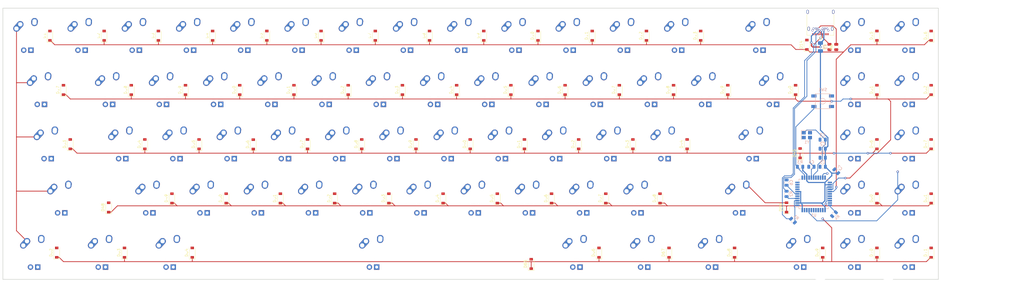
<source format=kicad_pcb>
(kicad_pcb (version 20171130) (host pcbnew "(5.1.4)-1")
  (layers (0 F.Cu signal) (1 In1.Cu signal) (2 In2.Cu signal) (31 B.Cu signal) (34 B.Paste user) (35 F.Paste user) (36 B.SilkS user) (37 F.SilkS user) (38 B.Mask user) (39 F.Mask user) (44 Edge.Cuts user))
  (net 0 "")
  (net 1 GND)
  (net 2 +5V)
  (net 3 "Net-(C3-Pad1)")
  (net 4 "Net-(C4-Pad1)")
  (net 5 "Net-(C6-Pad1)")
  (net 6 "Net-(D1-Pad2)")
  (net 7 ROW0)
  (net 8 "Net-(D2-Pad2)")
  (net 9 ROW1)
  (net 10 "Net-(D3-Pad2)")
  (net 11 ROW2)
  (net 12 "Net-(D4-Pad2)")
  (net 13 "Net-(D5-Pad2)")
  (net 14 ROW4)
  (net 15 "Net-(D6-Pad2)")
  (net 16 "Net-(D7-Pad2)")
  (net 17 "Net-(D8-Pad2)")
  (net 18 "Net-(D9-Pad2)")
  (net 19 "Net-(D10-Pad2)")
  (net 20 "Net-(D11-Pad2)")
  (net 21 "Net-(D12-Pad2)")
  (net 22 "Net-(D13-Pad2)")
  (net 23 "Net-(D14-Pad2)")
  (net 24 "Net-(D15-Pad2)")
  (net 25 "Net-(D16-Pad2)")
  (net 26 "Net-(D17-Pad2)")
  (net 27 "Net-(D18-Pad2)")
  (net 28 "Net-(D19-Pad2)")
  (net 29 "Net-(D20-Pad2)")
  (net 30 "Net-(D21-Pad2)")
  (net 31 "Net-(D22-Pad2)")
  (net 32 "Net-(D23-Pad2)")
  (net 33 "Net-(D24-Pad2)")
  (net 34 "Net-(D25-Pad2)")
  (net 35 "Net-(D26-Pad2)")
  (net 36 "Net-(D27-Pad2)")
  (net 37 "Net-(D28-Pad2)")
  (net 38 "Net-(D29-Pad2)")
  (net 39 "Net-(D30-Pad2)")
  (net 40 "Net-(D31-Pad2)")
  (net 41 "Net-(D32-Pad2)")
  (net 42 "Net-(D33-Pad2)")
  (net 43 "Net-(D34-Pad2)")
  (net 44 "Net-(D35-Pad2)")
  (net 45 "Net-(D36-Pad2)")
  (net 46 "Net-(D37-Pad2)")
  (net 47 "Net-(D38-Pad2)")
  (net 48 "Net-(D39-Pad2)")
  (net 49 "Net-(D40-Pad2)")
  (net 50 "Net-(D41-Pad2)")
  (net 51 "Net-(D42-Pad2)")
  (net 52 "Net-(D43-Pad2)")
  (net 53 "Net-(D44-Pad2)")
  (net 54 "Net-(D45-Pad2)")
  (net 55 "Net-(D46-Pad2)")
  (net 56 "Net-(D47-Pad2)")
  (net 57 "Net-(D48-Pad2)")
  (net 58 "Net-(D49-Pad2)")
  (net 59 "Net-(D50-Pad2)")
  (net 60 "Net-(D51-Pad2)")
  (net 61 "Net-(D52-Pad2)")
  (net 62 "Net-(D53-Pad2)")
  (net 63 "Net-(D54-Pad2)")
  (net 64 "Net-(D55-Pad2)")
  (net 65 "Net-(D56-Pad2)")
  (net 66 "Net-(D57-Pad2)")
  (net 67 "Net-(D58-Pad2)")
  (net 68 "Net-(D59-Pad2)")
  (net 69 "Net-(D60-Pad2)")
  (net 70 "Net-(D61-Pad2)")
  (net 71 "Net-(D62-Pad2)")
  (net 72 "Net-(D63-Pad2)")
  (net 73 "Net-(D64-Pad2)")
  (net 74 "Net-(D65-Pad2)")
  (net 75 "Net-(D66-Pad2)")
  (net 76 "Net-(D67-Pad2)")
  (net 77 "Net-(D68-Pad2)")
  (net 78 "Net-(D69-Pad2)")
  (net 79 "Net-(D70-Pad2)")
  (net 80 "Net-(D71-Pad2)")
  (net 81 VCC)
  (net 82 COL0)
  (net 83 COL1)
  (net 84 COL2)
  (net 85 COL3)
  (net 86 COL4)
  (net 87 COL5)
  (net 88 COL6)
  (net 89 COL7)
  (net 90 COL8)
  (net 91 COL9)
  (net 92 COL10)
  (net 93 COL11)
  (net 94 COL12)
  (net 95 COL13)
  (net 96 COL14)
  (net 97 COL15)
  (net 98 D-)
  (net 99 "Net-(R1-Pad1)")
  (net 100 D+)
  (net 101 "Net-(R2-Pad1)")
  (net 102 "Net-(R3-Pad2)")
  (net 103 "Net-(R4-Pad2)")
  (net 104 "Net-(U1-Pad42)")
  (net 105 "Net-(U1-Pad38)")
  (net 106 "Net-(U1-Pad37)")
  (net 107 "Net-(U1-Pad36)")
  (net 108 "Net-(U1-Pad1)")
  (net 109 ROW3)
  (net 110 "Net-(J1-PadB8)")
  (net 111 "Net-(J1-PadB5)")
  (net 112 "Net-(J1-PadA8)")
  (net 113 "Net-(J1-PadA5)")
  (net 114 "Net-(C1-Pad1)")
  (net 115 "Net-(C2-Pad1)")
  (net 116 "Net-(MX47-Pad1)")
  (net 117 "Net-(R4-Pad1)")
  (net 118 "Net-(R5-Pad1)")
  (net 119 "Net-(R6-Pad2)")
  (module MX_Alps_Hybrid:MX-2.25U (layer F.Cu) (at 630.2375 116.68125)
    (fp_text reference MX70)
    (fp_text value MX-NoLED)
    (pad "" np_thru_hole circle (at 11.938 8.255) (size 3.9878 3.9878) (drill 3.9878) (layers *.Cu *.Mask))
    (pad "" np_thru_hole circle (at -11.938 8.255) (size 3.9878 3.9878) (drill 3.9878) (layers *.Cu *.Mask))
    (pad "" np_thru_hole circle (at 11.938 -6.985) (size 3.048 3.048) (drill 3.048) (layers *.Cu *.Mask))
    (pad "" np_thru_hole circle (at -11.938 -6.985) (size 3.048 3.048) (drill 3.048) (layers *.Cu *.Mask))
    (pad "" np_thru_hole circle (at 5.08 0 48.0996) (size 1.75 1.75) (drill 1.75) (layers *.Cu *.Mask))
    (pad "" np_thru_hole circle (at -5.08 0 48.0996) (size 1.75 1.75) (drill 1.75) (layers *.Cu *.Mask))
    (pad 4 thru_hole rect (at 1.27 5.08) (size 1.905 1.905) (drill 1.04) (layers *.Cu B.Mask))
    (pad 3 thru_hole circle (at -1.27 5.08) (size 1.905 1.905) (drill 1.04) (layers *.Cu B.Mask))
    (pad 1 thru_hole circle (at -2.5 -4) (size 2.25 2.25) (drill 1.47) (layers *.Cu B.Mask) (net 90 COL8))
    (pad "" np_thru_hole circle (at 0 0) (size 3.9878 3.9878) (drill 3.9878) (layers *.Cu *.Mask))
    (pad 1 thru_hole oval (at -3.81 -2.54 48.0996) (size 4.211556 2.25) (drill 1.47 (offset 0.980778 0)) (layers *.Cu B.Mask) (net 90 COL8))
    (pad 2 thru_hole circle (at 2.54 -5.08) (size 2.25 2.25) (drill 1.47) (layers *.Cu B.Mask) (net 79 "Net-(D70-Pad2)"))
    (pad 2 thru_hole oval (at 2.5 -4.5 86.0548) (size 2.831378 2.25) (drill 1.47 (offset 0.290689 0)) (layers *.Cu B.Mask) (net 79 "Net-(D70-Pad2)"))
  )
  (module MX_Alps_Hybrid:MX-1U (layer F.Cu) (at 580.23125 116.68125)
    (fp_text reference MX68)
    (fp_text value MX-NoLED)
    (pad "" np_thru_hole circle (at 5.08 0 48.0996) (size 1.75 1.75) (drill 1.75) (layers *.Cu *.Mask))
    (pad "" np_thru_hole circle (at -5.08 0 48.0996) (size 1.75 1.75) (drill 1.75) (layers *.Cu *.Mask))
    (pad 4 thru_hole rect (at 1.27 5.08) (size 1.905 1.905) (drill 1.04) (layers *.Cu B.Mask))
    (pad 3 thru_hole circle (at -1.27 5.08) (size 1.905 1.905) (drill 1.04) (layers *.Cu B.Mask))
    (pad 1 thru_hole circle (at -2.5 -4) (size 2.25 2.25) (drill 1.47) (layers *.Cu B.Mask) (net 88 COL6))
    (pad "" np_thru_hole circle (at 0 0) (size 3.9878 3.9878) (drill 3.9878) (layers *.Cu *.Mask))
    (pad 1 thru_hole oval (at -3.81 -2.54 48.0996) (size 4.211556 2.25) (drill 1.47 (offset 0.980778 0)) (layers *.Cu B.Mask) (net 88 COL6))
    (pad 2 thru_hole circle (at 2.54 -5.08) (size 2.25 2.25) (drill 1.47) (layers *.Cu B.Mask) (net 77 "Net-(D68-Pad2)"))
    (pad 2 thru_hole oval (at 2.5 -4.5 86.0548) (size 2.831378 2.25) (drill 1.47 (offset 0.290689 0)) (layers *.Cu B.Mask) (net 77 "Net-(D68-Pad2)"))
  )
  (module MX_Alps_Hybrid:MX-1.5U (layer F.Cu) (at 556.41875 116.68125)
    (fp_text reference MX67)
    (fp_text value MX-NoLED)
    (pad "" np_thru_hole circle (at 5.08 0 48.0996) (size 1.75 1.75) (drill 1.75) (layers *.Cu *.Mask))
    (pad "" np_thru_hole circle (at -5.08 0 48.0996) (size 1.75 1.75) (drill 1.75) (layers *.Cu *.Mask))
    (pad 4 thru_hole rect (at 1.27 5.08) (size 1.905 1.905) (drill 1.04) (layers *.Cu B.Mask))
    (pad 3 thru_hole circle (at -1.27 5.08) (size 1.905 1.905) (drill 1.04) (layers *.Cu B.Mask))
    (pad 1 thru_hole circle (at -2.5 -4) (size 2.25 2.25) (drill 1.47) (layers *.Cu B.Mask) (net 87 COL5))
    (pad "" np_thru_hole circle (at 0 0) (size 3.9878 3.9878) (drill 3.9878) (layers *.Cu *.Mask))
    (pad 1 thru_hole oval (at -3.81 -2.54 48.0996) (size 4.211556 2.25) (drill 1.47 (offset 0.980778 0)) (layers *.Cu B.Mask) (net 87 COL5))
    (pad 2 thru_hole circle (at 2.54 -5.08) (size 2.25 2.25) (drill 1.47) (layers *.Cu B.Mask) (net 76 "Net-(D67-Pad2)"))
    (pad 2 thru_hole oval (at 2.5 -4.5 86.0548) (size 2.831378 2.25) (drill 1.47 (offset 0.290689 0)) (layers *.Cu B.Mask) (net 76 "Net-(D67-Pad2)"))
  )
  (module MX_Alps_Hybrid:MX-1U (layer F.Cu) (at 532.60625 116.68125)
    (fp_text reference MX66)
    (fp_text value MX-NoLED)
    (pad "" np_thru_hole circle (at 5.08 0 48.0996) (size 1.75 1.75) (drill 1.75) (layers *.Cu *.Mask))
    (pad "" np_thru_hole circle (at -5.08 0 48.0996) (size 1.75 1.75) (drill 1.75) (layers *.Cu *.Mask))
    (pad 4 thru_hole rect (at 1.27 5.08) (size 1.905 1.905) (drill 1.04) (layers *.Cu B.Mask))
    (pad 3 thru_hole circle (at -1.27 5.08) (size 1.905 1.905) (drill 1.04) (layers *.Cu B.Mask))
    (pad 1 thru_hole circle (at -2.5 -4) (size 2.25 2.25) (drill 1.47) (layers *.Cu B.Mask) (net 86 COL4))
    (pad "" np_thru_hole circle (at 0 0) (size 3.9878 3.9878) (drill 3.9878) (layers *.Cu *.Mask))
    (pad 1 thru_hole oval (at -3.81 -2.54 48.0996) (size 4.211556 2.25) (drill 1.47 (offset 0.980778 0)) (layers *.Cu B.Mask) (net 86 COL4))
    (pad 2 thru_hole circle (at 2.54 -5.08) (size 2.25 2.25) (drill 1.47) (layers *.Cu B.Mask) (net 75 "Net-(D66-Pad2)"))
    (pad 2 thru_hole oval (at 2.5 -4.5 86.0548) (size 2.831378 2.25) (drill 1.47 (offset 0.290689 0)) (layers *.Cu B.Mask) (net 75 "Net-(D66-Pad2)"))
  )
  (module MX_Alps_Hybrid:MX-1U (layer F.Cu) (at 461.16875 116.68125)
    (fp_text reference MX65)
    (fp_text value MX-NoLED)
    (pad "" np_thru_hole circle (at 5.08 0 48.0996) (size 1.75 1.75) (drill 1.75) (layers *.Cu *.Mask))
    (pad "" np_thru_hole circle (at -5.08 0 48.0996) (size 1.75 1.75) (drill 1.75) (layers *.Cu *.Mask))
    (pad 4 thru_hole rect (at 1.27 5.08) (size 1.905 1.905) (drill 1.04) (layers *.Cu B.Mask))
    (pad 3 thru_hole circle (at -1.27 5.08) (size 1.905 1.905) (drill 1.04) (layers *.Cu B.Mask))
    (pad 1 thru_hole circle (at -2.5 -4) (size 2.25 2.25) (drill 1.47) (layers *.Cu B.Mask) (net 85 COL3))
    (pad "" np_thru_hole circle (at 0 0) (size 3.9878 3.9878) (drill 3.9878) (layers *.Cu *.Mask))
    (pad 1 thru_hole oval (at -3.81 -2.54 48.0996) (size 4.211556 2.25) (drill 1.47 (offset 0.980778 0)) (layers *.Cu B.Mask) (net 85 COL3))
    (pad 2 thru_hole circle (at 2.54 -5.08) (size 2.25 2.25) (drill 1.47) (layers *.Cu B.Mask) (net 74 "Net-(D65-Pad2)"))
    (pad 2 thru_hole oval (at 2.5 -4.5 86.0548) (size 2.831378 2.25) (drill 1.47 (offset 0.290689 0)) (layers *.Cu B.Mask) (net 74 "Net-(D65-Pad2)"))
  )
  (module MX_Alps_Hybrid:MX-1U (layer F.Cu) (at 389.73125 116.68125)
    (fp_text reference MX64)
    (fp_text value MX-NoLED)
    (pad "" np_thru_hole circle (at 5.08 0 48.0996) (size 1.75 1.75) (drill 1.75) (layers *.Cu *.Mask))
    (pad "" np_thru_hole circle (at -5.08 0 48.0996) (size 1.75 1.75) (drill 1.75) (layers *.Cu *.Mask))
    (pad 4 thru_hole rect (at 1.27 5.08) (size 1.905 1.905) (drill 1.04) (layers *.Cu B.Mask))
    (pad 3 thru_hole circle (at -1.27 5.08) (size 1.905 1.905) (drill 1.04) (layers *.Cu B.Mask))
    (pad 1 thru_hole circle (at -2.5 -4) (size 2.25 2.25) (drill 1.47) (layers *.Cu B.Mask) (net 84 COL2))
    (pad "" np_thru_hole circle (at 0 0) (size 3.9878 3.9878) (drill 3.9878) (layers *.Cu *.Mask))
    (pad 1 thru_hole oval (at -3.81 -2.54 48.0996) (size 4.211556 2.25) (drill 1.47 (offset 0.980778 0)) (layers *.Cu B.Mask) (net 84 COL2))
    (pad 2 thru_hole circle (at 2.54 -5.08) (size 2.25 2.25) (drill 1.47) (layers *.Cu B.Mask) (net 73 "Net-(D64-Pad2)"))
    (pad 2 thru_hole oval (at 2.5 -4.5 86.0548) (size 2.831378 2.25) (drill 1.47 (offset 0.290689 0)) (layers *.Cu B.Mask) (net 73 "Net-(D64-Pad2)"))
  )
  (module MX_Alps_Hybrid:MX-1U (layer F.Cu) (at 365.91875 116.68125)
    (fp_text reference MX63)
    (fp_text value MX-NoLED)
    (pad "" np_thru_hole circle (at 5.08 0 48.0996) (size 1.75 1.75) (drill 1.75) (layers *.Cu *.Mask))
    (pad "" np_thru_hole circle (at -5.08 0 48.0996) (size 1.75 1.75) (drill 1.75) (layers *.Cu *.Mask))
    (pad 4 thru_hole rect (at 1.27 5.08) (size 1.905 1.905) (drill 1.04) (layers *.Cu B.Mask))
    (pad 3 thru_hole circle (at -1.27 5.08) (size 1.905 1.905) (drill 1.04) (layers *.Cu B.Mask))
    (pad 1 thru_hole circle (at -2.5 -4) (size 2.25 2.25) (drill 1.47) (layers *.Cu B.Mask) (net 83 COL1))
    (pad "" np_thru_hole circle (at 0 0) (size 3.9878 3.9878) (drill 3.9878) (layers *.Cu *.Mask))
    (pad 1 thru_hole oval (at -3.81 -2.54 48.0996) (size 4.211556 2.25) (drill 1.47 (offset 0.980778 0)) (layers *.Cu B.Mask) (net 83 COL1))
    (pad 2 thru_hole circle (at 2.54 -5.08) (size 2.25 2.25) (drill 1.47) (layers *.Cu B.Mask) (net 72 "Net-(D63-Pad2)"))
    (pad 2 thru_hole oval (at 2.5 -4.5 86.0548) (size 2.831378 2.25) (drill 1.47 (offset 0.290689 0)) (layers *.Cu B.Mask) (net 72 "Net-(D63-Pad2)"))
  )
  (module MX_Alps_Hybrid:MX-1U (layer F.Cu) (at 342.10625 116.68125)
    (fp_text reference MX62)
    (fp_text value MX-NoLED)
    (pad "" np_thru_hole circle (at 5.08 0 48.0996) (size 1.75 1.75) (drill 1.75) (layers *.Cu *.Mask))
    (pad "" np_thru_hole circle (at -5.08 0 48.0996) (size 1.75 1.75) (drill 1.75) (layers *.Cu *.Mask))
    (pad 4 thru_hole rect (at 1.27 5.08) (size 1.905 1.905) (drill 1.04) (layers *.Cu B.Mask))
    (pad 3 thru_hole circle (at -1.27 5.08) (size 1.905 1.905) (drill 1.04) (layers *.Cu B.Mask))
    (pad 1 thru_hole circle (at -2.5 -4) (size 2.25 2.25) (drill 1.47) (layers *.Cu B.Mask) (net 82 COL0))
    (pad "" np_thru_hole circle (at 0 0) (size 3.9878 3.9878) (drill 3.9878) (layers *.Cu *.Mask))
    (pad 1 thru_hole oval (at -3.81 -2.54 48.0996) (size 4.211556 2.25) (drill 1.47 (offset 0.980778 0)) (layers *.Cu B.Mask) (net 82 COL0))
    (pad 2 thru_hole circle (at 2.54 -5.08) (size 2.25 2.25) (drill 1.47) (layers *.Cu B.Mask) (net 71 "Net-(D62-Pad2)"))
    (pad 2 thru_hole oval (at 2.5 -4.5 86.0548) (size 2.831378 2.25) (drill 1.47 (offset 0.290689 0)) (layers *.Cu B.Mask) (net 71 "Net-(D62-Pad2)"))
  )
  (module MX_Alps_Hybrid:MX-1.25U (layer F.Cu) (at 649.2875 97.63125)
    (fp_text reference MX61)
    (fp_text value MX-NoLED)
    (pad "" np_thru_hole circle (at 5.08 0 48.0996) (size 1.75 1.75) (drill 1.75) (layers *.Cu *.Mask))
    (pad "" np_thru_hole circle (at -5.08 0 48.0996) (size 1.75 1.75) (drill 1.75) (layers *.Cu *.Mask))
    (pad 4 thru_hole rect (at 1.27 5.08) (size 1.905 1.905) (drill 1.04) (layers *.Cu B.Mask))
    (pad 3 thru_hole circle (at -1.27 5.08) (size 1.905 1.905) (drill 1.04) (layers *.Cu B.Mask))
    (pad 1 thru_hole circle (at -2.5 -4) (size 2.25 2.25) (drill 1.47) (layers *.Cu B.Mask) (net 95 COL13))
    (pad "" np_thru_hole circle (at 0 0) (size 3.9878 3.9878) (drill 3.9878) (layers *.Cu *.Mask))
    (pad 1 thru_hole oval (at -3.81 -2.54 48.0996) (size 4.211556 2.25) (drill 1.47 (offset 0.980778 0)) (layers *.Cu B.Mask) (net 95 COL13))
    (pad 2 thru_hole circle (at 2.54 -5.08) (size 2.25 2.25) (drill 1.47) (layers *.Cu B.Mask) (net 70 "Net-(D61-Pad2)"))
    (pad 2 thru_hole oval (at 2.5 -4.5 86.0548) (size 2.831378 2.25) (drill 1.47 (offset 0.290689 0)) (layers *.Cu B.Mask) (net 70 "Net-(D61-Pad2)"))
  )
  (module MX_Alps_Hybrid:MX-1.25U (layer F.Cu) (at 630.2375 97.63125)
    (fp_text reference MX60)
    (fp_text value MX-NoLED)
    (pad "" np_thru_hole circle (at 5.08 0 48.0996) (size 1.75 1.75) (drill 1.75) (layers *.Cu *.Mask))
    (pad "" np_thru_hole circle (at -5.08 0 48.0996) (size 1.75 1.75) (drill 1.75) (layers *.Cu *.Mask))
    (pad 4 thru_hole rect (at 1.27 5.08) (size 1.905 1.905) (drill 1.04) (layers *.Cu B.Mask))
    (pad 3 thru_hole circle (at -1.27 5.08) (size 1.905 1.905) (drill 1.04) (layers *.Cu B.Mask))
    (pad 1 thru_hole circle (at -2.5 -4) (size 2.25 2.25) (drill 1.47) (layers *.Cu B.Mask) (net 94 COL12))
    (pad "" np_thru_hole circle (at 0 0) (size 3.9878 3.9878) (drill 3.9878) (layers *.Cu *.Mask))
    (pad 1 thru_hole oval (at -3.81 -2.54 48.0996) (size 4.211556 2.25) (drill 1.47 (offset 0.980778 0)) (layers *.Cu B.Mask) (net 94 COL12))
    (pad 2 thru_hole circle (at 2.54 -5.08) (size 2.25 2.25) (drill 1.47) (layers *.Cu B.Mask) (net 69 "Net-(D60-Pad2)"))
    (pad 2 thru_hole oval (at 2.5 -4.5 86.0548) (size 2.831378 2.25) (drill 1.47 (offset 0.290689 0)) (layers *.Cu B.Mask) (net 69 "Net-(D60-Pad2)"))
  )
  (module MX_Alps_Hybrid:MX-1U (layer F.Cu) (at 589.75625 97.63125)
    (fp_text reference MX59)
    (fp_text value MX-NoLED)
    (pad "" np_thru_hole circle (at 5.08 0 48.0996) (size 1.75 1.75) (drill 1.75) (layers *.Cu *.Mask))
    (pad "" np_thru_hole circle (at -5.08 0 48.0996) (size 1.75 1.75) (drill 1.75) (layers *.Cu *.Mask))
    (pad 4 thru_hole rect (at 1.27 5.08) (size 1.905 1.905) (drill 1.04) (layers *.Cu B.Mask))
    (pad 3 thru_hole circle (at -1.27 5.08) (size 1.905 1.905) (drill 1.04) (layers *.Cu B.Mask))
    (pad 1 thru_hole circle (at -2.5 -4) (size 2.25 2.25) (drill 1.47) (layers *.Cu B.Mask) (net 93 COL11))
    (pad "" np_thru_hole circle (at 0 0) (size 3.9878 3.9878) (drill 3.9878) (layers *.Cu *.Mask))
    (pad 1 thru_hole oval (at -3.81 -2.54 48.0996) (size 4.211556 2.25) (drill 1.47 (offset 0.980778 0)) (layers *.Cu B.Mask) (net 93 COL11))
    (pad 2 thru_hole circle (at 2.54 -5.08) (size 2.25 2.25) (drill 1.47) (layers *.Cu B.Mask) (net 68 "Net-(D59-Pad2)"))
    (pad 2 thru_hole oval (at 2.5 -4.5 86.0548) (size 2.831378 2.25) (drill 1.47 (offset 0.290689 0)) (layers *.Cu B.Mask) (net 68 "Net-(D59-Pad2)"))
  )
  (module MX_Alps_Hybrid:MX-2U (layer F.Cu) (at 401.6375 97.63125)
    (fp_text reference MX50)
    (fp_text value MX-NoLED)
    (pad "" np_thru_hole circle (at 11.938 8.255) (size 3.9878 3.9878) (drill 3.9878) (layers *.Cu *.Mask))
    (pad "" np_thru_hole circle (at -11.938 8.255) (size 3.9878 3.9878) (drill 3.9878) (layers *.Cu *.Mask))
    (pad "" np_thru_hole circle (at 11.938 -6.985) (size 3.048 3.048) (drill 3.048) (layers *.Cu *.Mask))
    (pad "" np_thru_hole circle (at -11.938 -6.985) (size 3.048 3.048) (drill 3.048) (layers *.Cu *.Mask))
    (pad "" np_thru_hole circle (at 5.08 0 48.0996) (size 1.75 1.75) (drill 1.75) (layers *.Cu *.Mask))
    (pad "" np_thru_hole circle (at -5.08 0 48.0996) (size 1.75 1.75) (drill 1.75) (layers *.Cu *.Mask))
    (pad 4 thru_hole rect (at 1.27 5.08) (size 1.905 1.905) (drill 1.04) (layers *.Cu B.Mask))
    (pad 3 thru_hole circle (at -1.27 5.08) (size 1.905 1.905) (drill 1.04) (layers *.Cu B.Mask))
    (pad 1 thru_hole circle (at -2.5 -4) (size 2.25 2.25) (drill 1.47) (layers *.Cu B.Mask) (net 84 COL2))
    (pad "" np_thru_hole circle (at 0 0) (size 3.9878 3.9878) (drill 3.9878) (layers *.Cu *.Mask))
    (pad 1 thru_hole oval (at -3.81 -2.54 48.0996) (size 4.211556 2.25) (drill 1.47 (offset 0.980778 0)) (layers *.Cu B.Mask) (net 84 COL2))
    (pad 2 thru_hole circle (at 2.54 -5.08) (size 2.25 2.25) (drill 1.47) (layers *.Cu B.Mask) (net 59 "Net-(D50-Pad2)"))
    (pad 2 thru_hole oval (at 2.5 -4.5 86.0548) (size 2.831378 2.25) (drill 1.47 (offset 0.290689 0)) (layers *.Cu B.Mask) (net 59 "Net-(D50-Pad2)"))
  )
  (module MX_Alps_Hybrid:MX-1U (layer F.Cu) (at 351.63125 97.63125)
    (fp_text reference MX48)
    (fp_text value MX-NoLED)
    (pad "" np_thru_hole circle (at 5.08 0 48.0996) (size 1.75 1.75) (drill 1.75) (layers *.Cu *.Mask))
    (pad "" np_thru_hole circle (at -5.08 0 48.0996) (size 1.75 1.75) (drill 1.75) (layers *.Cu *.Mask))
    (pad 4 thru_hole rect (at 1.27 5.08) (size 1.905 1.905) (drill 1.04) (layers *.Cu B.Mask))
    (pad 3 thru_hole circle (at -1.27 5.08) (size 1.905 1.905) (drill 1.04) (layers *.Cu B.Mask))
    (pad 1 thru_hole circle (at -2.5 -4) (size 2.25 2.25) (drill 1.47) (layers *.Cu B.Mask) (net 82 COL0))
    (pad "" np_thru_hole circle (at 0 0) (size 3.9878 3.9878) (drill 3.9878) (layers *.Cu *.Mask))
    (pad 1 thru_hole oval (at -3.81 -2.54 48.0996) (size 4.211556 2.25) (drill 1.47 (offset 0.980778 0)) (layers *.Cu B.Mask) (net 82 COL0))
    (pad 2 thru_hole circle (at 2.54 -5.08) (size 2.25 2.25) (drill 1.47) (layers *.Cu B.Mask) (net 57 "Net-(D48-Pad2)"))
    (pad 2 thru_hole oval (at 2.5 -4.5 86.0548) (size 2.831378 2.25) (drill 1.47 (offset 0.290689 0)) (layers *.Cu B.Mask) (net 57 "Net-(D48-Pad2)"))
  )
  (module MX_Alps_Hybrid:MX-6.25U (layer F.Cu) (at 630.2375 78.58125)
    (fp_text reference MX46)
    (fp_text value MX-NoLED)
    (pad "" np_thru_hole circle (at 49.9999 8.255) (size 3.9878 3.9878) (drill 3.9878) (layers *.Cu *.Mask))
    (pad "" np_thru_hole circle (at -49.9999 8.255) (size 3.9878 3.9878) (drill 3.9878) (layers *.Cu *.Mask))
    (pad "" np_thru_hole circle (at 49.9999 -6.985) (size 3.048 3.048) (drill 3.048) (layers *.Cu *.Mask))
    (pad "" np_thru_hole circle (at -49.9999 -6.985) (size 3.048 3.048) (drill 3.048) (layers *.Cu *.Mask))
    (pad "" np_thru_hole circle (at 5.08 0 48.0996) (size 1.75 1.75) (drill 1.75) (layers *.Cu *.Mask))
    (pad "" np_thru_hole circle (at -5.08 0 48.0996) (size 1.75 1.75) (drill 1.75) (layers *.Cu *.Mask))
    (pad 4 thru_hole rect (at 1.27 5.08) (size 1.905 1.905) (drill 1.04) (layers *.Cu B.Mask))
    (pad 3 thru_hole circle (at -1.27 5.08) (size 1.905 1.905) (drill 1.04) (layers *.Cu B.Mask))
    (pad 1 thru_hole circle (at -2.5 -4) (size 2.25 2.25) (drill 1.47) (layers *.Cu B.Mask) (net 95 COL13))
    (pad "" np_thru_hole circle (at 0 0) (size 3.9878 3.9878) (drill 3.9878) (layers *.Cu *.Mask))
    (pad 1 thru_hole oval (at -3.81 -2.54 48.0996) (size 4.211556 2.25) (drill 1.47 (offset 0.980778 0)) (layers *.Cu B.Mask) (net 95 COL13))
    (pad 2 thru_hole circle (at 2.54 -5.08) (size 2.25 2.25) (drill 1.47) (layers *.Cu B.Mask) (net 55 "Net-(D46-Pad2)"))
    (pad 2 thru_hole oval (at 2.5 -4.5 86.0548) (size 2.831378 2.25) (drill 1.47 (offset 0.290689 0)) (layers *.Cu B.Mask) (net 55 "Net-(D46-Pad2)"))
  )
  (module MX_Alps_Hybrid:MX-1U (layer F.Cu) (at 594.51875 78.58125)
    (fp_text reference MX45)
    (fp_text value MX-NoLED)
    (pad "" np_thru_hole circle (at 5.08 0 48.0996) (size 1.75 1.75) (drill 1.75) (layers *.Cu *.Mask))
    (pad "" np_thru_hole circle (at -5.08 0 48.0996) (size 1.75 1.75) (drill 1.75) (layers *.Cu *.Mask))
    (pad 4 thru_hole rect (at 1.27 5.08) (size 1.905 1.905) (drill 1.04) (layers *.Cu B.Mask))
    (pad 3 thru_hole circle (at -1.27 5.08) (size 1.905 1.905) (drill 1.04) (layers *.Cu B.Mask))
    (pad 1 thru_hole circle (at -2.5 -4) (size 2.25 2.25) (drill 1.47) (layers *.Cu B.Mask) (net 94 COL12))
    (pad "" np_thru_hole circle (at 0 0) (size 3.9878 3.9878) (drill 3.9878) (layers *.Cu *.Mask))
    (pad 1 thru_hole oval (at -3.81 -2.54 48.0996) (size 4.211556 2.25) (drill 1.47 (offset 0.980778 0)) (layers *.Cu B.Mask) (net 94 COL12))
    (pad 2 thru_hole circle (at 2.54 -5.08) (size 2.25 2.25) (drill 1.47) (layers *.Cu B.Mask) (net 54 "Net-(D45-Pad2)"))
    (pad 2 thru_hole oval (at 2.5 -4.5 86.0548) (size 2.831378 2.25) (drill 1.47 (offset 0.290689 0)) (layers *.Cu B.Mask) (net 54 "Net-(D45-Pad2)"))
  )
  (module MX_Alps_Hybrid:MX-2.25U (layer F.Cu) (at 525.4625 78.58125)
    (fp_text reference MX42)
    (fp_text value MX-NoLED)
    (pad "" np_thru_hole circle (at 11.938 8.255) (size 3.9878 3.9878) (drill 3.9878) (layers *.Cu *.Mask))
    (pad "" np_thru_hole circle (at -11.938 8.255) (size 3.9878 3.9878) (drill 3.9878) (layers *.Cu *.Mask))
    (pad "" np_thru_hole circle (at 11.938 -6.985) (size 3.048 3.048) (drill 3.048) (layers *.Cu *.Mask))
    (pad "" np_thru_hole circle (at -11.938 -6.985) (size 3.048 3.048) (drill 3.048) (layers *.Cu *.Mask))
    (pad "" np_thru_hole circle (at 5.08 0 48.0996) (size 1.75 1.75) (drill 1.75) (layers *.Cu *.Mask))
    (pad "" np_thru_hole circle (at -5.08 0 48.0996) (size 1.75 1.75) (drill 1.75) (layers *.Cu *.Mask))
    (pad 4 thru_hole rect (at 1.27 5.08) (size 1.905 1.905) (drill 1.04) (layers *.Cu B.Mask))
    (pad 3 thru_hole circle (at -1.27 5.08) (size 1.905 1.905) (drill 1.04) (layers *.Cu B.Mask))
    (pad 1 thru_hole circle (at -2.5 -4) (size 2.25 2.25) (drill 1.47) (layers *.Cu B.Mask) (net 91 COL9))
    (pad "" np_thru_hole circle (at 0 0) (size 3.9878 3.9878) (drill 3.9878) (layers *.Cu *.Mask))
    (pad 1 thru_hole oval (at -3.81 -2.54 48.0996) (size 4.211556 2.25) (drill 1.47 (offset 0.980778 0)) (layers *.Cu B.Mask) (net 91 COL9))
    (pad 2 thru_hole circle (at 2.54 -5.08) (size 2.25 2.25) (drill 1.47) (layers *.Cu B.Mask) (net 51 "Net-(D42-Pad2)"))
    (pad 2 thru_hole oval (at 2.5 -4.5 86.0548) (size 2.831378 2.25) (drill 1.47 (offset 0.290689 0)) (layers *.Cu B.Mask) (net 51 "Net-(D42-Pad2)"))
  )
  (module MX_Alps_Hybrid:MX-1.75U (layer F.Cu) (at 468.3125 78.58125)
    (fp_text reference MX39)
    (fp_text value MX-NoLED)
    (pad "" np_thru_hole circle (at 5.08 0 48.0996) (size 1.75 1.75) (drill 1.75) (layers *.Cu *.Mask))
    (pad "" np_thru_hole circle (at -5.08 0 48.0996) (size 1.75 1.75) (drill 1.75) (layers *.Cu *.Mask))
    (pad 4 thru_hole rect (at 1.27 5.08) (size 1.905 1.905) (drill 1.04) (layers *.Cu B.Mask))
    (pad 3 thru_hole circle (at -1.27 5.08) (size 1.905 1.905) (drill 1.04) (layers *.Cu B.Mask))
    (pad 1 thru_hole circle (at -2.5 -4) (size 2.25 2.25) (drill 1.47) (layers *.Cu B.Mask) (net 88 COL6))
    (pad "" np_thru_hole circle (at 0 0) (size 3.9878 3.9878) (drill 3.9878) (layers *.Cu *.Mask))
    (pad 1 thru_hole oval (at -3.81 -2.54 48.0996) (size 4.211556 2.25) (drill 1.47 (offset 0.980778 0)) (layers *.Cu B.Mask) (net 88 COL6))
    (pad 2 thru_hole circle (at 2.54 -5.08) (size 2.25 2.25) (drill 1.47) (layers *.Cu B.Mask) (net 48 "Net-(D39-Pad2)"))
    (pad 2 thru_hole oval (at 2.5 -4.5 86.0548) (size 2.831378 2.25) (drill 1.47 (offset 0.290689 0)) (layers *.Cu B.Mask) (net 48 "Net-(D39-Pad2)"))
  )
  (module MX_Alps_Hybrid:MX-1U (layer F.Cu) (at 346.86875 78.58125)
    (fp_text reference MX33)
    (fp_text value MX-NoLED)
    (pad "" np_thru_hole circle (at 5.08 0 48.0996) (size 1.75 1.75) (drill 1.75) (layers *.Cu *.Mask))
    (pad "" np_thru_hole circle (at -5.08 0 48.0996) (size 1.75 1.75) (drill 1.75) (layers *.Cu *.Mask))
    (pad 4 thru_hole rect (at 1.27 5.08) (size 1.905 1.905) (drill 1.04) (layers *.Cu B.Mask))
    (pad 3 thru_hole circle (at -1.27 5.08) (size 1.905 1.905) (drill 1.04) (layers *.Cu B.Mask))
    (pad 1 thru_hole circle (at -2.5 -4) (size 2.25 2.25) (drill 1.47) (layers *.Cu B.Mask) (net 82 COL0))
    (pad "" np_thru_hole circle (at 0 0) (size 3.9878 3.9878) (drill 3.9878) (layers *.Cu *.Mask))
    (pad 1 thru_hole oval (at -3.81 -2.54 48.0996) (size 4.211556 2.25) (drill 1.47 (offset 0.980778 0)) (layers *.Cu B.Mask) (net 82 COL0))
    (pad 2 thru_hole circle (at 2.54 -5.08) (size 2.25 2.25) (drill 1.47) (layers *.Cu B.Mask) (net 42 "Net-(D33-Pad2)"))
    (pad 2 thru_hole oval (at 2.5 -4.5 86.0548) (size 2.831378 2.25) (drill 1.47 (offset 0.290689 0)) (layers *.Cu B.Mask) (net 42 "Net-(D33-Pad2)"))
  )
  (module MX_Alps_Hybrid:MX-1.25U (layer F.Cu) (at 630.2375 59.53125)
    (fp_text reference MX31)
    (fp_text value MX-NoLED)
    (pad "" np_thru_hole circle (at 5.08 0 48.0996) (size 1.75 1.75) (drill 1.75) (layers *.Cu *.Mask))
    (pad "" np_thru_hole circle (at -5.08 0 48.0996) (size 1.75 1.75) (drill 1.75) (layers *.Cu *.Mask))
    (pad 4 thru_hole rect (at 1.27 5.08) (size 1.905 1.905) (drill 1.04) (layers *.Cu B.Mask))
    (pad 3 thru_hole circle (at -1.27 5.08) (size 1.905 1.905) (drill 1.04) (layers *.Cu B.Mask))
    (pad 1 thru_hole circle (at -2.5 -4) (size 2.25 2.25) (drill 1.47) (layers *.Cu B.Mask) (net 96 COL14))
    (pad "" np_thru_hole circle (at 0 0) (size 3.9878 3.9878) (drill 3.9878) (layers *.Cu *.Mask))
    (pad 1 thru_hole oval (at -3.81 -2.54 48.0996) (size 4.211556 2.25) (drill 1.47 (offset 0.980778 0)) (layers *.Cu B.Mask) (net 96 COL14))
    (pad 2 thru_hole circle (at 2.54 -5.08) (size 2.25 2.25) (drill 1.47) (layers *.Cu B.Mask) (net 40 "Net-(D31-Pad2)"))
    (pad 2 thru_hole oval (at 2.5 -4.5 86.0548) (size 2.831378 2.25) (drill 1.47 (offset 0.290689 0)) (layers *.Cu B.Mask) (net 40 "Net-(D31-Pad2)"))
  )
  (module MX_Alps_Hybrid:MX-1.25U (layer F.Cu) (at 601.6625 59.53125)
    (fp_text reference MX30)
    (fp_text value MX-NoLED)
    (pad "" np_thru_hole circle (at 5.08 0 48.0996) (size 1.75 1.75) (drill 1.75) (layers *.Cu *.Mask))
    (pad "" np_thru_hole circle (at -5.08 0 48.0996) (size 1.75 1.75) (drill 1.75) (layers *.Cu *.Mask))
    (pad 4 thru_hole rect (at 1.27 5.08) (size 1.905 1.905) (drill 1.04) (layers *.Cu B.Mask))
    (pad 3 thru_hole circle (at -1.27 5.08) (size 1.905 1.905) (drill 1.04) (layers *.Cu B.Mask))
    (pad 1 thru_hole circle (at -2.5 -4) (size 2.25 2.25) (drill 1.47) (layers *.Cu B.Mask) (net 95 COL13))
    (pad "" np_thru_hole circle (at 0 0) (size 3.9878 3.9878) (drill 3.9878) (layers *.Cu *.Mask))
    (pad 1 thru_hole oval (at -3.81 -2.54 48.0996) (size 4.211556 2.25) (drill 1.47 (offset 0.980778 0)) (layers *.Cu B.Mask) (net 95 COL13))
    (pad 2 thru_hole circle (at 2.54 -5.08) (size 2.25 2.25) (drill 1.47) (layers *.Cu B.Mask) (net 39 "Net-(D30-Pad2)"))
    (pad 2 thru_hole oval (at 2.5 -4.5 86.0548) (size 2.831378 2.25) (drill 1.47 (offset 0.290689 0)) (layers *.Cu B.Mask) (net 39 "Net-(D30-Pad2)"))
  )
  (module MX_Alps_Hybrid:MX-1.5U (layer F.Cu) (at 406.4 59.53125)
    (fp_text reference MX20)
    (fp_text value MX-NoLED)
    (pad "" np_thru_hole circle (at 5.08 0 48.0996) (size 1.75 1.75) (drill 1.75) (layers *.Cu *.Mask))
    (pad "" np_thru_hole circle (at -5.08 0 48.0996) (size 1.75 1.75) (drill 1.75) (layers *.Cu *.Mask))
    (pad 4 thru_hole rect (at 1.27 5.08) (size 1.905 1.905) (drill 1.04) (layers *.Cu B.Mask))
    (pad 3 thru_hole circle (at -1.27 5.08) (size 1.905 1.905) (drill 1.04) (layers *.Cu B.Mask))
    (pad 1 thru_hole circle (at -2.5 -4) (size 2.25 2.25) (drill 1.47) (layers *.Cu B.Mask) (net 85 COL3))
    (pad "" np_thru_hole circle (at 0 0) (size 3.9878 3.9878) (drill 3.9878) (layers *.Cu *.Mask))
    (pad 1 thru_hole oval (at -3.81 -2.54 48.0996) (size 4.211556 2.25) (drill 1.47 (offset 0.980778 0)) (layers *.Cu B.Mask) (net 85 COL3))
    (pad 2 thru_hole circle (at 2.54 -5.08) (size 2.25 2.25) (drill 1.47) (layers *.Cu B.Mask) (net 29 "Net-(D20-Pad2)"))
    (pad 2 thru_hole oval (at 2.5 -4.5 86.0548) (size 2.831378 2.25) (drill 1.47 (offset 0.290689 0)) (layers *.Cu B.Mask) (net 29 "Net-(D20-Pad2)"))
  )
  (module MX_Alps_Hybrid:MX-1U (layer F.Cu) (at 344.4875 59.53125)
    (fp_text reference MX17)
    (fp_text value MX-NoLED)
    (pad "" np_thru_hole circle (at 5.08 0 48.0996) (size 1.75 1.75) (drill 1.75) (layers *.Cu *.Mask))
    (pad "" np_thru_hole circle (at -5.08 0 48.0996) (size 1.75 1.75) (drill 1.75) (layers *.Cu *.Mask))
    (pad 4 thru_hole rect (at 1.27 5.08) (size 1.905 1.905) (drill 1.04) (layers *.Cu B.Mask))
    (pad 3 thru_hole circle (at -1.27 5.08) (size 1.905 1.905) (drill 1.04) (layers *.Cu B.Mask))
    (pad 1 thru_hole circle (at -2.5 -4) (size 2.25 2.25) (drill 1.47) (layers *.Cu B.Mask) (net 82 COL0))
    (pad "" np_thru_hole circle (at 0 0) (size 3.9878 3.9878) (drill 3.9878) (layers *.Cu *.Mask))
    (pad 1 thru_hole oval (at -3.81 -2.54 48.0996) (size 4.211556 2.25) (drill 1.47 (offset 0.980778 0)) (layers *.Cu B.Mask) (net 82 COL0))
    (pad 2 thru_hole circle (at 2.54 -5.08) (size 2.25 2.25) (drill 1.47) (layers *.Cu B.Mask) (net 26 "Net-(D17-Pad2)"))
    (pad 2 thru_hole oval (at 2.5 -4.5 86.0548) (size 2.831378 2.25) (drill 1.47 (offset 0.290689 0)) (layers *.Cu B.Mask) (net 26 "Net-(D17-Pad2)"))
  )
  (module MX_Alps_Hybrid:MX-1.25U (layer F.Cu) (at 630.2375 40.48125)
    (fp_text reference MX15)
    (fp_text value MX-NoLED)
    (pad "" np_thru_hole circle (at 5.08 0 48.0996) (size 1.75 1.75) (drill 1.75) (layers *.Cu *.Mask))
    (pad "" np_thru_hole circle (at -5.08 0 48.0996) (size 1.75 1.75) (drill 1.75) (layers *.Cu *.Mask))
    (pad 4 thru_hole rect (at 1.27 5.08) (size 1.905 1.905) (drill 1.04) (layers *.Cu B.Mask))
    (pad 3 thru_hole circle (at -1.27 5.08) (size 1.905 1.905) (drill 1.04) (layers *.Cu B.Mask))
    (pad 1 thru_hole circle (at -2.5 -4) (size 2.25 2.25) (drill 1.47) (layers *.Cu B.Mask) (net 96 COL14))
    (pad "" np_thru_hole circle (at 0 0) (size 3.9878 3.9878) (drill 3.9878) (layers *.Cu *.Mask))
    (pad 1 thru_hole oval (at -3.81 -2.54 48.0996) (size 4.211556 2.25) (drill 1.47 (offset 0.980778 0)) (layers *.Cu B.Mask) (net 96 COL14))
    (pad 2 thru_hole circle (at 2.54 -5.08) (size 2.25 2.25) (drill 1.47) (layers *.Cu B.Mask) (net 24 "Net-(D15-Pad2)"))
    (pad 2 thru_hole oval (at 2.5 -4.5 86.0548) (size 2.831378 2.25) (drill 1.47 (offset 0.290689 0)) (layers *.Cu B.Mask) (net 24 "Net-(D15-Pad2)"))
  )
  (module MX_Alps_Hybrid:MX-1.25U (layer F.Cu) (at 596.9 40.48125)
    (fp_text reference MX14)
    (fp_text value MX-NoLED)
    (pad "" np_thru_hole circle (at 5.08 0 48.0996) (size 1.75 1.75) (drill 1.75) (layers *.Cu *.Mask))
    (pad "" np_thru_hole circle (at -5.08 0 48.0996) (size 1.75 1.75) (drill 1.75) (layers *.Cu *.Mask))
    (pad 4 thru_hole rect (at 1.27 5.08) (size 1.905 1.905) (drill 1.04) (layers *.Cu B.Mask))
    (pad 3 thru_hole circle (at -1.27 5.08) (size 1.905 1.905) (drill 1.04) (layers *.Cu B.Mask))
    (pad 1 thru_hole circle (at -2.5 -4) (size 2.25 2.25) (drill 1.47) (layers *.Cu B.Mask) (net 95 COL13))
    (pad "" np_thru_hole circle (at 0 0) (size 3.9878 3.9878) (drill 3.9878) (layers *.Cu *.Mask))
    (pad 1 thru_hole oval (at -3.81 -2.54 48.0996) (size 4.211556 2.25) (drill 1.47 (offset 0.980778 0)) (layers *.Cu B.Mask) (net 95 COL13))
    (pad 2 thru_hole circle (at 2.54 -5.08) (size 2.25 2.25) (drill 1.47) (layers *.Cu B.Mask) (net 23 "Net-(D14-Pad2)"))
    (pad 2 thru_hole oval (at 2.5 -4.5 86.0548) (size 2.831378 2.25) (drill 1.47 (offset 0.290689 0)) (layers *.Cu B.Mask) (net 23 "Net-(D14-Pad2)"))
  )
  (module MX_Alps_Hybrid:MX-2.75U (layer F.Cu) (at 568.325 40.48125)
    (fp_text reference MX13)
    (fp_text value MX-NoLED)
    (pad "" np_thru_hole circle (at 11.938 8.255) (size 3.9878 3.9878) (drill 3.9878) (layers *.Cu *.Mask))
    (pad "" np_thru_hole circle (at -11.938 8.255) (size 3.9878 3.9878) (drill 3.9878) (layers *.Cu *.Mask))
    (pad "" np_thru_hole circle (at 11.938 -6.985) (size 3.048 3.048) (drill 3.048) (layers *.Cu *.Mask))
    (pad "" np_thru_hole circle (at -11.938 -6.985) (size 3.048 3.048) (drill 3.048) (layers *.Cu *.Mask))
    (pad "" np_thru_hole circle (at 5.08 0 48.0996) (size 1.75 1.75) (drill 1.75) (layers *.Cu *.Mask))
    (pad "" np_thru_hole circle (at -5.08 0 48.0996) (size 1.75 1.75) (drill 1.75) (layers *.Cu *.Mask))
    (pad 4 thru_hole rect (at 1.27 5.08) (size 1.905 1.905) (drill 1.04) (layers *.Cu B.Mask))
    (pad 3 thru_hole circle (at -1.27 5.08) (size 1.905 1.905) (drill 1.04) (layers *.Cu B.Mask))
    (pad 1 thru_hole circle (at -2.5 -4) (size 2.25 2.25) (drill 1.47) (layers *.Cu B.Mask) (net 94 COL12))
    (pad "" np_thru_hole circle (at 0 0) (size 3.9878 3.9878) (drill 3.9878) (layers *.Cu *.Mask))
    (pad 1 thru_hole oval (at -3.81 -2.54 48.0996) (size 4.211556 2.25) (drill 1.47 (offset 0.980778 0)) (layers *.Cu B.Mask) (net 94 COL12))
    (pad 2 thru_hole circle (at 2.54 -5.08) (size 2.25 2.25) (drill 1.47) (layers *.Cu B.Mask) (net 22 "Net-(D13-Pad2)"))
    (pad 2 thru_hole oval (at 2.5 -4.5 86.0548) (size 2.831378 2.25) (drill 1.47 (offset 0.290689 0)) (layers *.Cu B.Mask) (net 22 "Net-(D13-Pad2)"))
  )
  (module Resistor_SMD:R_0805_2012Metric (layer F.Cu) (at 623.8875 44.45 90)
    (fp_text reference R6 (at 0 -1.65 90) (layer F.SilkS))
    (fp_text value 10k)
    (pad 1 smd roundrect (at -0.9375 0 90) (size 0.975 1.4) (layers F.Cu F.Paste F.Mask) (net 1 GND))
    (pad 2 smd roundrect (at 0.9375 0 90) (size 0.975 1.4) (layers F.Cu F.Paste F.Mask) (net 119 "Net-(R6-Pad2)"))
  )
  (module Resistor_SMD:R_0805_2012Metric (layer F.Cu) (at 621.50625 44.45 90)
    (fp_text reference R5 (at 0 -1.65 90) (layer F.SilkS))
    (fp_text value 22)
    (pad 1 smd roundrect (at -0.9375 0 90) (size 0.975 1.4) (layers F.Cu F.Paste F.Mask) (net 118 "Net-(R5-Pad1)"))
    (pad 2 smd roundrect (at 0.9375 0 90) (size 0.975 1.4) (layers F.Cu F.Paste F.Mask) (net 98 D-))
  )
  (module Connector_USB:USB_C_Receptacle_Amphenol_12401548E4-2A (layer F.Cu) (at 618.33125 34.925 180)
    (fp_text reference J1 (at 0 -6.36) (layer F.SilkS))
    (fp_text value USB_C_Receptacle_USB2.0)
    (pad S1 thru_hole oval (at -4.13 -3.11 180) (size 0.8 1.4) (drill oval 0.5 1.1) (layers *.Cu *.Mask) (net 1 GND))
    (pad A1 smd rect (at -2.75 -5.02 180) (size 0.3 0.7) (layers F.Cu F.Paste F.Mask) (net 1 GND))
    (pad A2 smd rect (at -2.25 -5.02 180) (size 0.3 0.7) (layers F.Cu F.Paste F.Mask))
    (pad A3 smd rect (at -1.75 -5.02 180) (size 0.3 0.7) (layers F.Cu F.Paste F.Mask))
    (pad A4 smd rect (at -1.25 -5.02 180) (size 0.3 0.7) (layers F.Cu F.Paste F.Mask) (net 81 VCC))
    (pad A5 smd rect (at -0.75 -5.02 180) (size 0.3 0.7) (layers F.Cu F.Paste F.Mask) (net 113 "Net-(J1-PadA5)"))
    (pad A6 smd rect (at -0.25 -5.02 180) (size 0.3 0.7) (layers F.Cu F.Paste F.Mask) (net 100 D+))
    (pad A7 smd rect (at 0.25 -5.02 180) (size 0.3 0.7) (layers F.Cu F.Paste F.Mask) (net 98 D-))
    (pad A12 smd rect (at 2.75 -5.02 180) (size 0.3 0.7) (layers F.Cu F.Paste F.Mask) (net 1 GND))
    (pad A10 smd rect (at 1.75 -5.02 180) (size 0.3 0.7) (layers F.Cu F.Paste F.Mask))
    (pad A9 smd rect (at 1.25 -5.02 180) (size 0.3 0.7) (layers F.Cu F.Paste F.Mask) (net 81 VCC))
    (pad A8 smd rect (at 0.75 -5.02 180) (size 0.3 0.7) (layers F.Cu F.Paste F.Mask) (net 112 "Net-(J1-PadA8)"))
    (pad A11 smd rect (at 2.25 -5.02 180) (size 0.3 0.7) (layers F.Cu F.Paste F.Mask))
    (pad S1 thru_hole oval (at 4.13 -3.11 180) (size 0.8 1.4) (drill oval 0.5 1.1) (layers *.Cu *.Mask) (net 1 GND))
    (pad S1 thru_hole oval (at 4.49 2.84 180) (size 0.8 1.4) (drill oval 0.5 1.1) (layers *.Cu *.Mask) (net 1 GND))
    (pad S1 thru_hole oval (at -4.49 2.84 180) (size 0.8 1.4) (drill oval 0.5 1.1) (layers *.Cu *.Mask) (net 1 GND))
    (pad "" np_thru_hole oval (at 3.6 -4.36 180) (size 0.95 0.65) (drill oval 0.95 0.65) (layers *.Cu *.Mask))
    (pad "" np_thru_hole circle (at -3.6 -4.36 180) (size 0.65 0.65) (drill 0.65) (layers *.Cu *.Mask))
    (pad B1 thru_hole circle (at 2.8 -3.71 180) (size 0.65 0.65) (drill 0.4) (layers *.Cu *.Mask) (net 1 GND))
    (pad B4 thru_hole circle (at 1.2 -3.71 180) (size 0.65 0.65) (drill 0.4) (layers *.Cu *.Mask) (net 81 VCC))
    (pad B6 thru_hole circle (at 0.4 -3.71 180) (size 0.65 0.65) (drill 0.4) (layers *.Cu *.Mask) (net 100 D+))
    (pad B7 thru_hole circle (at -0.4 -3.71 180) (size 0.65 0.65) (drill 0.4) (layers *.Cu *.Mask) (net 98 D-))
    (pad B9 thru_hole circle (at -1.2 -3.71 180) (size 0.65 0.65) (drill 0.4) (layers *.Cu *.Mask) (net 81 VCC))
    (pad B12 thru_hole circle (at -2.8 -3.71 180) (size 0.65 0.65) (drill 0.4) (layers *.Cu *.Mask) (net 1 GND))
    (pad B2 thru_hole circle (at 2.4 -3.01 180) (size 0.65 0.65) (drill 0.4) (layers *.Cu *.Mask))
    (pad B3 thru_hole circle (at 1.6 -3.01 180) (size 0.65 0.65) (drill 0.4) (layers *.Cu *.Mask))
    (pad B5 thru_hole circle (at 0.8 -3.01 180) (size 0.65 0.65) (drill 0.4) (layers *.Cu *.Mask) (net 111 "Net-(J1-PadB5)"))
    (pad B8 thru_hole circle (at -0.8 -3.01 180) (size 0.65 0.65) (drill 0.4) (layers *.Cu *.Mask) (net 110 "Net-(J1-PadB8)"))
    (pad B10 thru_hole circle (at -1.6 -3.01 180) (size 0.65 0.65) (drill 0.4) (layers *.Cu *.Mask))
    (pad B11 thru_hole circle (at -2.4 -3.01 180) (size 0.65 0.65) (drill 0.4) (layers *.Cu *.Mask))
  )
  (module MX_Alps_Hybrid:MX-1U (layer F.Cu) (at 649.2875 116.68125)
    (fp_text reference MX71)
    (fp_text value MX-NoLED)
    (pad 2 thru_hole oval (at 2.5 -4.5 86.0548) (size 2.831378 2.25) (drill 1.47 (offset 0.290689 0)) (layers *.Cu B.Mask) (net 80 "Net-(D71-Pad2)"))
    (pad 2 thru_hole circle (at 2.54 -5.08) (size 2.25 2.25) (drill 1.47) (layers *.Cu B.Mask) (net 80 "Net-(D71-Pad2)"))
    (pad 1 thru_hole oval (at -3.81 -2.54 48.0996) (size 4.211556 2.25) (drill 1.47 (offset 0.980778 0)) (layers *.Cu B.Mask) (net 91 COL9))
    (pad "" np_thru_hole circle (at 0 0) (size 3.9878 3.9878) (drill 3.9878) (layers *.Cu *.Mask))
    (pad 1 thru_hole circle (at -2.5 -4) (size 2.25 2.25) (drill 1.47) (layers *.Cu B.Mask) (net 91 COL9))
    (pad 3 thru_hole circle (at -1.27 5.08) (size 1.905 1.905) (drill 1.04) (layers *.Cu B.Mask))
    (pad 4 thru_hole rect (at 1.27 5.08) (size 1.905 1.905) (drill 1.04) (layers *.Cu B.Mask))
    (pad "" np_thru_hole circle (at -5.08 0 48.0996) (size 1.75 1.75) (drill 1.75) (layers *.Cu *.Mask))
    (pad "" np_thru_hole circle (at 5.08 0 48.0996) (size 1.75 1.75) (drill 1.75) (layers *.Cu *.Mask))
  )
  (module MX_Alps_Hybrid:MX-1U (layer F.Cu) (at 611.1875 116.68125)
    (fp_text reference MX69)
    (fp_text value MX-NoLED)
    (pad 2 thru_hole oval (at 2.5 -4.5 86.0548) (size 2.831378 2.25) (drill 1.47 (offset 0.290689 0)) (layers *.Cu B.Mask) (net 78 "Net-(D69-Pad2)"))
    (pad 2 thru_hole circle (at 2.54 -5.08) (size 2.25 2.25) (drill 1.47) (layers *.Cu B.Mask) (net 78 "Net-(D69-Pad2)"))
    (pad 1 thru_hole oval (at -3.81 -2.54 48.0996) (size 4.211556 2.25) (drill 1.47 (offset 0.980778 0)) (layers *.Cu B.Mask) (net 89 COL7))
    (pad "" np_thru_hole circle (at 0 0) (size 3.9878 3.9878) (drill 3.9878) (layers *.Cu *.Mask))
    (pad 1 thru_hole circle (at -2.5 -4) (size 2.25 2.25) (drill 1.47) (layers *.Cu B.Mask) (net 89 COL7))
    (pad 3 thru_hole circle (at -1.27 5.08) (size 1.905 1.905) (drill 1.04) (layers *.Cu B.Mask))
    (pad 4 thru_hole rect (at 1.27 5.08) (size 1.905 1.905) (drill 1.04) (layers *.Cu B.Mask))
    (pad "" np_thru_hole circle (at -5.08 0 48.0996) (size 1.75 1.75) (drill 1.75) (layers *.Cu *.Mask))
    (pad "" np_thru_hole circle (at 5.08 0 48.0996) (size 1.75 1.75) (drill 1.75) (layers *.Cu *.Mask))
  )
  (module MX_Alps_Hybrid:MX-1U (layer F.Cu) (at 554.0375 97.63125)
    (fp_text reference MX58)
    (fp_text value MX-NoLED)
    (pad 2 thru_hole oval (at 2.5 -4.5 86.0548) (size 2.831378 2.25) (drill 1.47 (offset 0.290689 0)) (layers *.Cu B.Mask) (net 67 "Net-(D58-Pad2)"))
    (pad 2 thru_hole circle (at 2.54 -5.08) (size 2.25 2.25) (drill 1.47) (layers *.Cu B.Mask) (net 67 "Net-(D58-Pad2)"))
    (pad 1 thru_hole oval (at -3.81 -2.54 48.0996) (size 4.211556 2.25) (drill 1.47 (offset 0.980778 0)) (layers *.Cu B.Mask) (net 92 COL10))
    (pad "" np_thru_hole circle (at 0 0) (size 3.9878 3.9878) (drill 3.9878) (layers *.Cu *.Mask))
    (pad 1 thru_hole circle (at -2.5 -4) (size 2.25 2.25) (drill 1.47) (layers *.Cu B.Mask) (net 92 COL10))
    (pad 3 thru_hole circle (at -1.27 5.08) (size 1.905 1.905) (drill 1.04) (layers *.Cu B.Mask))
    (pad 4 thru_hole rect (at 1.27 5.08) (size 1.905 1.905) (drill 1.04) (layers *.Cu B.Mask))
    (pad "" np_thru_hole circle (at -5.08 0 48.0996) (size 1.75 1.75) (drill 1.75) (layers *.Cu *.Mask))
    (pad "" np_thru_hole circle (at 5.08 0 48.0996) (size 1.75 1.75) (drill 1.75) (layers *.Cu *.Mask))
  )
  (module MX_Alps_Hybrid:MX-1U (layer F.Cu) (at 534.9875 97.63125)
    (fp_text reference MX57)
    (fp_text value MX-NoLED)
    (pad 2 thru_hole oval (at 2.5 -4.5 86.0548) (size 2.831378 2.25) (drill 1.47 (offset 0.290689 0)) (layers *.Cu B.Mask) (net 66 "Net-(D57-Pad2)"))
    (pad 2 thru_hole circle (at 2.54 -5.08) (size 2.25 2.25) (drill 1.47) (layers *.Cu B.Mask) (net 66 "Net-(D57-Pad2)"))
    (pad 1 thru_hole oval (at -3.81 -2.54 48.0996) (size 4.211556 2.25) (drill 1.47 (offset 0.980778 0)) (layers *.Cu B.Mask) (net 91 COL9))
    (pad "" np_thru_hole circle (at 0 0) (size 3.9878 3.9878) (drill 3.9878) (layers *.Cu *.Mask))
    (pad 1 thru_hole circle (at -2.5 -4) (size 2.25 2.25) (drill 1.47) (layers *.Cu B.Mask) (net 91 COL9))
    (pad 3 thru_hole circle (at -1.27 5.08) (size 1.905 1.905) (drill 1.04) (layers *.Cu B.Mask))
    (pad 4 thru_hole rect (at 1.27 5.08) (size 1.905 1.905) (drill 1.04) (layers *.Cu B.Mask))
    (pad "" np_thru_hole circle (at -5.08 0 48.0996) (size 1.75 1.75) (drill 1.75) (layers *.Cu *.Mask))
    (pad "" np_thru_hole circle (at 5.08 0 48.0996) (size 1.75 1.75) (drill 1.75) (layers *.Cu *.Mask))
  )
  (module MX_Alps_Hybrid:MX-1U (layer F.Cu) (at 515.9375 97.63125)
    (fp_text reference MX56)
    (fp_text value MX-NoLED)
    (pad 2 thru_hole oval (at 2.5 -4.5 86.0548) (size 2.831378 2.25) (drill 1.47 (offset 0.290689 0)) (layers *.Cu B.Mask) (net 65 "Net-(D56-Pad2)"))
    (pad 2 thru_hole circle (at 2.54 -5.08) (size 2.25 2.25) (drill 1.47) (layers *.Cu B.Mask) (net 65 "Net-(D56-Pad2)"))
    (pad 1 thru_hole oval (at -3.81 -2.54 48.0996) (size 4.211556 2.25) (drill 1.47 (offset 0.980778 0)) (layers *.Cu B.Mask) (net 90 COL8))
    (pad "" np_thru_hole circle (at 0 0) (size 3.9878 3.9878) (drill 3.9878) (layers *.Cu *.Mask))
    (pad 1 thru_hole circle (at -2.5 -4) (size 2.25 2.25) (drill 1.47) (layers *.Cu B.Mask) (net 90 COL8))
    (pad 3 thru_hole circle (at -1.27 5.08) (size 1.905 1.905) (drill 1.04) (layers *.Cu B.Mask))
    (pad 4 thru_hole rect (at 1.27 5.08) (size 1.905 1.905) (drill 1.04) (layers *.Cu B.Mask))
    (pad "" np_thru_hole circle (at -5.08 0 48.0996) (size 1.75 1.75) (drill 1.75) (layers *.Cu *.Mask))
    (pad "" np_thru_hole circle (at 5.08 0 48.0996) (size 1.75 1.75) (drill 1.75) (layers *.Cu *.Mask))
  )
  (module MX_Alps_Hybrid:MX-1U (layer F.Cu) (at 496.8875 97.63125)
    (fp_text reference MX55)
    (fp_text value MX-NoLED)
    (pad 2 thru_hole oval (at 2.5 -4.5 86.0548) (size 2.831378 2.25) (drill 1.47 (offset 0.290689 0)) (layers *.Cu B.Mask) (net 64 "Net-(D55-Pad2)"))
    (pad 2 thru_hole circle (at 2.54 -5.08) (size 2.25 2.25) (drill 1.47) (layers *.Cu B.Mask) (net 64 "Net-(D55-Pad2)"))
    (pad 1 thru_hole oval (at -3.81 -2.54 48.0996) (size 4.211556 2.25) (drill 1.47 (offset 0.980778 0)) (layers *.Cu B.Mask) (net 89 COL7))
    (pad "" np_thru_hole circle (at 0 0) (size 3.9878 3.9878) (drill 3.9878) (layers *.Cu *.Mask))
    (pad 1 thru_hole circle (at -2.5 -4) (size 2.25 2.25) (drill 1.47) (layers *.Cu B.Mask) (net 89 COL7))
    (pad 3 thru_hole circle (at -1.27 5.08) (size 1.905 1.905) (drill 1.04) (layers *.Cu B.Mask))
    (pad 4 thru_hole rect (at 1.27 5.08) (size 1.905 1.905) (drill 1.04) (layers *.Cu B.Mask))
    (pad "" np_thru_hole circle (at -5.08 0 48.0996) (size 1.75 1.75) (drill 1.75) (layers *.Cu *.Mask))
    (pad "" np_thru_hole circle (at 5.08 0 48.0996) (size 1.75 1.75) (drill 1.75) (layers *.Cu *.Mask))
  )
  (module MX_Alps_Hybrid:MX-1U (layer F.Cu) (at 477.8375 97.63125)
    (fp_text reference MX54)
    (fp_text value MX-NoLED)
    (pad 2 thru_hole oval (at 2.5 -4.5 86.0548) (size 2.831378 2.25) (drill 1.47 (offset 0.290689 0)) (layers *.Cu B.Mask) (net 63 "Net-(D54-Pad2)"))
    (pad 2 thru_hole circle (at 2.54 -5.08) (size 2.25 2.25) (drill 1.47) (layers *.Cu B.Mask) (net 63 "Net-(D54-Pad2)"))
    (pad 1 thru_hole oval (at -3.81 -2.54 48.0996) (size 4.211556 2.25) (drill 1.47 (offset 0.980778 0)) (layers *.Cu B.Mask) (net 88 COL6))
    (pad "" np_thru_hole circle (at 0 0) (size 3.9878 3.9878) (drill 3.9878) (layers *.Cu *.Mask))
    (pad 1 thru_hole circle (at -2.5 -4) (size 2.25 2.25) (drill 1.47) (layers *.Cu B.Mask) (net 88 COL6))
    (pad 3 thru_hole circle (at -1.27 5.08) (size 1.905 1.905) (drill 1.04) (layers *.Cu B.Mask))
    (pad 4 thru_hole rect (at 1.27 5.08) (size 1.905 1.905) (drill 1.04) (layers *.Cu B.Mask))
    (pad "" np_thru_hole circle (at -5.08 0 48.0996) (size 1.75 1.75) (drill 1.75) (layers *.Cu *.Mask))
    (pad "" np_thru_hole circle (at 5.08 0 48.0996) (size 1.75 1.75) (drill 1.75) (layers *.Cu *.Mask))
  )
  (module MX_Alps_Hybrid:MX-1U (layer F.Cu) (at 458.7875 97.63125)
    (fp_text reference MX53)
    (fp_text value MX-NoLED)
    (pad 2 thru_hole oval (at 2.5 -4.5 86.0548) (size 2.831378 2.25) (drill 1.47 (offset 0.290689 0)) (layers *.Cu B.Mask) (net 62 "Net-(D53-Pad2)"))
    (pad 2 thru_hole circle (at 2.54 -5.08) (size 2.25 2.25) (drill 1.47) (layers *.Cu B.Mask) (net 62 "Net-(D53-Pad2)"))
    (pad 1 thru_hole oval (at -3.81 -2.54 48.0996) (size 4.211556 2.25) (drill 1.47 (offset 0.980778 0)) (layers *.Cu B.Mask) (net 87 COL5))
    (pad "" np_thru_hole circle (at 0 0) (size 3.9878 3.9878) (drill 3.9878) (layers *.Cu *.Mask))
    (pad 1 thru_hole circle (at -2.5 -4) (size 2.25 2.25) (drill 1.47) (layers *.Cu B.Mask) (net 87 COL5))
    (pad 3 thru_hole circle (at -1.27 5.08) (size 1.905 1.905) (drill 1.04) (layers *.Cu B.Mask))
    (pad 4 thru_hole rect (at 1.27 5.08) (size 1.905 1.905) (drill 1.04) (layers *.Cu B.Mask))
    (pad "" np_thru_hole circle (at -5.08 0 48.0996) (size 1.75 1.75) (drill 1.75) (layers *.Cu *.Mask))
    (pad "" np_thru_hole circle (at 5.08 0 48.0996) (size 1.75 1.75) (drill 1.75) (layers *.Cu *.Mask))
  )
  (module MX_Alps_Hybrid:MX-1U (layer F.Cu) (at 439.7375 97.63125)
    (fp_text reference MX52)
    (fp_text value MX-NoLED)
    (pad 2 thru_hole oval (at 2.5 -4.5 86.0548) (size 2.831378 2.25) (drill 1.47 (offset 0.290689 0)) (layers *.Cu B.Mask) (net 61 "Net-(D52-Pad2)"))
    (pad 2 thru_hole circle (at 2.54 -5.08) (size 2.25 2.25) (drill 1.47) (layers *.Cu B.Mask) (net 61 "Net-(D52-Pad2)"))
    (pad 1 thru_hole oval (at -3.81 -2.54 48.0996) (size 4.211556 2.25) (drill 1.47 (offset 0.980778 0)) (layers *.Cu B.Mask) (net 86 COL4))
    (pad "" np_thru_hole circle (at 0 0) (size 3.9878 3.9878) (drill 3.9878) (layers *.Cu *.Mask))
    (pad 1 thru_hole circle (at -2.5 -4) (size 2.25 2.25) (drill 1.47) (layers *.Cu B.Mask) (net 86 COL4))
    (pad 3 thru_hole circle (at -1.27 5.08) (size 1.905 1.905) (drill 1.04) (layers *.Cu B.Mask))
    (pad 4 thru_hole rect (at 1.27 5.08) (size 1.905 1.905) (drill 1.04) (layers *.Cu B.Mask))
    (pad "" np_thru_hole circle (at -5.08 0 48.0996) (size 1.75 1.75) (drill 1.75) (layers *.Cu *.Mask))
    (pad "" np_thru_hole circle (at 5.08 0 48.0996) (size 1.75 1.75) (drill 1.75) (layers *.Cu *.Mask))
  )
  (module MX_Alps_Hybrid:MX-1U (layer F.Cu) (at 420.6875 97.63125)
    (fp_text reference MX51)
    (fp_text value MX-NoLED)
    (pad 2 thru_hole oval (at 2.5 -4.5 86.0548) (size 2.831378 2.25) (drill 1.47 (offset 0.290689 0)) (layers *.Cu B.Mask) (net 60 "Net-(D51-Pad2)"))
    (pad 2 thru_hole circle (at 2.54 -5.08) (size 2.25 2.25) (drill 1.47) (layers *.Cu B.Mask) (net 60 "Net-(D51-Pad2)"))
    (pad 1 thru_hole oval (at -3.81 -2.54 48.0996) (size 4.211556 2.25) (drill 1.47 (offset 0.980778 0)) (layers *.Cu B.Mask) (net 85 COL3))
    (pad "" np_thru_hole circle (at 0 0) (size 3.9878 3.9878) (drill 3.9878) (layers *.Cu *.Mask))
    (pad 1 thru_hole circle (at -2.5 -4) (size 2.25 2.25) (drill 1.47) (layers *.Cu B.Mask) (net 85 COL3))
    (pad 3 thru_hole circle (at -1.27 5.08) (size 1.905 1.905) (drill 1.04) (layers *.Cu B.Mask))
    (pad 4 thru_hole rect (at 1.27 5.08) (size 1.905 1.905) (drill 1.04) (layers *.Cu B.Mask))
    (pad "" np_thru_hole circle (at -5.08 0 48.0996) (size 1.75 1.75) (drill 1.75) (layers *.Cu *.Mask))
    (pad "" np_thru_hole circle (at 5.08 0 48.0996) (size 1.75 1.75) (drill 1.75) (layers *.Cu *.Mask))
  )
  (module MX_Alps_Hybrid:MX-1U (layer F.Cu) (at 382.5875 97.63125)
    (fp_text reference MX49)
    (fp_text value MX-NoLED)
    (pad 2 thru_hole oval (at 2.5 -4.5 86.0548) (size 2.831378 2.25) (drill 1.47 (offset 0.290689 0)) (layers *.Cu B.Mask) (net 58 "Net-(D49-Pad2)"))
    (pad 2 thru_hole circle (at 2.54 -5.08) (size 2.25 2.25) (drill 1.47) (layers *.Cu B.Mask) (net 58 "Net-(D49-Pad2)"))
    (pad 1 thru_hole oval (at -3.81 -2.54 48.0996) (size 4.211556 2.25) (drill 1.47 (offset 0.980778 0)) (layers *.Cu B.Mask) (net 83 COL1))
    (pad "" np_thru_hole circle (at 0 0) (size 3.9878 3.9878) (drill 3.9878) (layers *.Cu *.Mask))
    (pad 1 thru_hole circle (at -2.5 -4) (size 2.25 2.25) (drill 1.47) (layers *.Cu B.Mask) (net 83 COL1))
    (pad 3 thru_hole circle (at -1.27 5.08) (size 1.905 1.905) (drill 1.04) (layers *.Cu B.Mask))
    (pad 4 thru_hole rect (at 1.27 5.08) (size 1.905 1.905) (drill 1.04) (layers *.Cu B.Mask))
    (pad "" np_thru_hole circle (at -5.08 0 48.0996) (size 1.75 1.75) (drill 1.75) (layers *.Cu *.Mask))
    (pad "" np_thru_hole circle (at 5.08 0 48.0996) (size 1.75 1.75) (drill 1.75) (layers *.Cu *.Mask))
  )
  (module MX_Alps_Hybrid:MX-1U (layer F.Cu) (at 649.2875 78.58125)
    (fp_text reference MX47)
    (fp_text value MX-NoLED)
    (pad 2 thru_hole oval (at 2.5 -4.5 86.0548) (size 2.831378 2.25) (drill 1.47 (offset 0.290689 0)) (layers *.Cu B.Mask) (net 56 "Net-(D47-Pad2)"))
    (pad 2 thru_hole circle (at 2.54 -5.08) (size 2.25 2.25) (drill 1.47) (layers *.Cu B.Mask) (net 56 "Net-(D47-Pad2)"))
    (pad 1 thru_hole oval (at -3.81 -2.54 48.0996) (size 4.211556 2.25) (drill 1.47 (offset 0.980778 0)) (layers *.Cu B.Mask) (net 116 "Net-(MX47-Pad1)"))
    (pad "" np_thru_hole circle (at 0 0) (size 3.9878 3.9878) (drill 3.9878) (layers *.Cu *.Mask))
    (pad 1 thru_hole circle (at -2.5 -4) (size 2.25 2.25) (drill 1.47) (layers *.Cu B.Mask) (net 116 "Net-(MX47-Pad1)"))
    (pad 3 thru_hole circle (at -1.27 5.08) (size 1.905 1.905) (drill 1.04) (layers *.Cu B.Mask))
    (pad 4 thru_hole rect (at 1.27 5.08) (size 1.905 1.905) (drill 1.04) (layers *.Cu B.Mask))
    (pad "" np_thru_hole circle (at -5.08 0 48.0996) (size 1.75 1.75) (drill 1.75) (layers *.Cu *.Mask))
    (pad "" np_thru_hole circle (at 5.08 0 48.0996) (size 1.75 1.75) (drill 1.75) (layers *.Cu *.Mask))
  )
  (module MX_Alps_Hybrid:MX-1U (layer F.Cu) (at 563.5625 78.58125)
    (fp_text reference MX44)
    (fp_text value MX-NoLED)
    (pad 2 thru_hole oval (at 2.5 -4.5 86.0548) (size 2.831378 2.25) (drill 1.47 (offset 0.290689 0)) (layers *.Cu B.Mask) (net 53 "Net-(D44-Pad2)"))
    (pad 2 thru_hole circle (at 2.54 -5.08) (size 2.25 2.25) (drill 1.47) (layers *.Cu B.Mask) (net 53 "Net-(D44-Pad2)"))
    (pad 1 thru_hole oval (at -3.81 -2.54 48.0996) (size 4.211556 2.25) (drill 1.47 (offset 0.980778 0)) (layers *.Cu B.Mask) (net 93 COL11))
    (pad "" np_thru_hole circle (at 0 0) (size 3.9878 3.9878) (drill 3.9878) (layers *.Cu *.Mask))
    (pad 1 thru_hole circle (at -2.5 -4) (size 2.25 2.25) (drill 1.47) (layers *.Cu B.Mask) (net 93 COL11))
    (pad 3 thru_hole circle (at -1.27 5.08) (size 1.905 1.905) (drill 1.04) (layers *.Cu B.Mask))
    (pad 4 thru_hole rect (at 1.27 5.08) (size 1.905 1.905) (drill 1.04) (layers *.Cu B.Mask))
    (pad "" np_thru_hole circle (at -5.08 0 48.0996) (size 1.75 1.75) (drill 1.75) (layers *.Cu *.Mask))
    (pad "" np_thru_hole circle (at 5.08 0 48.0996) (size 1.75 1.75) (drill 1.75) (layers *.Cu *.Mask))
  )
  (module MX_Alps_Hybrid:MX-1U (layer F.Cu) (at 544.5125 78.58125)
    (fp_text reference MX43)
    (fp_text value MX-NoLED)
    (pad 2 thru_hole oval (at 2.5 -4.5 86.0548) (size 2.831378 2.25) (drill 1.47 (offset 0.290689 0)) (layers *.Cu B.Mask) (net 52 "Net-(D43-Pad2)"))
    (pad 2 thru_hole circle (at 2.54 -5.08) (size 2.25 2.25) (drill 1.47) (layers *.Cu B.Mask) (net 52 "Net-(D43-Pad2)"))
    (pad 1 thru_hole oval (at -3.81 -2.54 48.0996) (size 4.211556 2.25) (drill 1.47 (offset 0.980778 0)) (layers *.Cu B.Mask) (net 92 COL10))
    (pad "" np_thru_hole circle (at 0 0) (size 3.9878 3.9878) (drill 3.9878) (layers *.Cu *.Mask))
    (pad 1 thru_hole circle (at -2.5 -4) (size 2.25 2.25) (drill 1.47) (layers *.Cu B.Mask) (net 92 COL10))
    (pad 3 thru_hole circle (at -1.27 5.08) (size 1.905 1.905) (drill 1.04) (layers *.Cu B.Mask))
    (pad 4 thru_hole rect (at 1.27 5.08) (size 1.905 1.905) (drill 1.04) (layers *.Cu B.Mask))
    (pad "" np_thru_hole circle (at -5.08 0 48.0996) (size 1.75 1.75) (drill 1.75) (layers *.Cu *.Mask))
    (pad "" np_thru_hole circle (at 5.08 0 48.0996) (size 1.75 1.75) (drill 1.75) (layers *.Cu *.Mask))
  )
  (module MX_Alps_Hybrid:MX-1U (layer F.Cu) (at 506.4125 78.58125)
    (fp_text reference MX41)
    (fp_text value MX-NoLED)
    (pad 2 thru_hole oval (at 2.5 -4.5 86.0548) (size 2.831378 2.25) (drill 1.47 (offset 0.290689 0)) (layers *.Cu B.Mask) (net 50 "Net-(D41-Pad2)"))
    (pad 2 thru_hole circle (at 2.54 -5.08) (size 2.25 2.25) (drill 1.47) (layers *.Cu B.Mask) (net 50 "Net-(D41-Pad2)"))
    (pad 1 thru_hole oval (at -3.81 -2.54 48.0996) (size 4.211556 2.25) (drill 1.47 (offset 0.980778 0)) (layers *.Cu B.Mask) (net 90 COL8))
    (pad "" np_thru_hole circle (at 0 0) (size 3.9878 3.9878) (drill 3.9878) (layers *.Cu *.Mask))
    (pad 1 thru_hole circle (at -2.5 -4) (size 2.25 2.25) (drill 1.47) (layers *.Cu B.Mask) (net 90 COL8))
    (pad 3 thru_hole circle (at -1.27 5.08) (size 1.905 1.905) (drill 1.04) (layers *.Cu B.Mask))
    (pad 4 thru_hole rect (at 1.27 5.08) (size 1.905 1.905) (drill 1.04) (layers *.Cu B.Mask))
    (pad "" np_thru_hole circle (at -5.08 0 48.0996) (size 1.75 1.75) (drill 1.75) (layers *.Cu *.Mask))
    (pad "" np_thru_hole circle (at 5.08 0 48.0996) (size 1.75 1.75) (drill 1.75) (layers *.Cu *.Mask))
  )
  (module MX_Alps_Hybrid:MX-1U (layer F.Cu) (at 487.3625 78.58125)
    (fp_text reference MX40)
    (fp_text value MX-NoLED)
    (pad 2 thru_hole oval (at 2.5 -4.5 86.0548) (size 2.831378 2.25) (drill 1.47 (offset 0.290689 0)) (layers *.Cu B.Mask) (net 49 "Net-(D40-Pad2)"))
    (pad 2 thru_hole circle (at 2.54 -5.08) (size 2.25 2.25) (drill 1.47) (layers *.Cu B.Mask) (net 49 "Net-(D40-Pad2)"))
    (pad 1 thru_hole oval (at -3.81 -2.54 48.0996) (size 4.211556 2.25) (drill 1.47 (offset 0.980778 0)) (layers *.Cu B.Mask) (net 89 COL7))
    (pad "" np_thru_hole circle (at 0 0) (size 3.9878 3.9878) (drill 3.9878) (layers *.Cu *.Mask))
    (pad 1 thru_hole circle (at -2.5 -4) (size 2.25 2.25) (drill 1.47) (layers *.Cu B.Mask) (net 89 COL7))
    (pad 3 thru_hole circle (at -1.27 5.08) (size 1.905 1.905) (drill 1.04) (layers *.Cu B.Mask))
    (pad 4 thru_hole rect (at 1.27 5.08) (size 1.905 1.905) (drill 1.04) (layers *.Cu B.Mask))
    (pad "" np_thru_hole circle (at -5.08 0 48.0996) (size 1.75 1.75) (drill 1.75) (layers *.Cu *.Mask))
    (pad "" np_thru_hole circle (at 5.08 0 48.0996) (size 1.75 1.75) (drill 1.75) (layers *.Cu *.Mask))
  )
  (module MX_Alps_Hybrid:MX-1U (layer F.Cu) (at 449.2625 78.58125)
    (fp_text reference MX38)
    (fp_text value MX-NoLED)
    (pad 2 thru_hole oval (at 2.5 -4.5 86.0548) (size 2.831378 2.25) (drill 1.47 (offset 0.290689 0)) (layers *.Cu B.Mask) (net 47 "Net-(D38-Pad2)"))
    (pad 2 thru_hole circle (at 2.54 -5.08) (size 2.25 2.25) (drill 1.47) (layers *.Cu B.Mask) (net 47 "Net-(D38-Pad2)"))
    (pad 1 thru_hole oval (at -3.81 -2.54 48.0996) (size 4.211556 2.25) (drill 1.47 (offset 0.980778 0)) (layers *.Cu B.Mask) (net 87 COL5))
    (pad "" np_thru_hole circle (at 0 0) (size 3.9878 3.9878) (drill 3.9878) (layers *.Cu *.Mask))
    (pad 1 thru_hole circle (at -2.5 -4) (size 2.25 2.25) (drill 1.47) (layers *.Cu B.Mask) (net 87 COL5))
    (pad 3 thru_hole circle (at -1.27 5.08) (size 1.905 1.905) (drill 1.04) (layers *.Cu B.Mask))
    (pad 4 thru_hole rect (at 1.27 5.08) (size 1.905 1.905) (drill 1.04) (layers *.Cu B.Mask))
    (pad "" np_thru_hole circle (at -5.08 0 48.0996) (size 1.75 1.75) (drill 1.75) (layers *.Cu *.Mask))
    (pad "" np_thru_hole circle (at 5.08 0 48.0996) (size 1.75 1.75) (drill 1.75) (layers *.Cu *.Mask))
  )
  (module MX_Alps_Hybrid:MX-1U (layer F.Cu) (at 430.2125 78.58125)
    (fp_text reference MX37)
    (fp_text value MX-NoLED)
    (pad 2 thru_hole oval (at 2.5 -4.5 86.0548) (size 2.831378 2.25) (drill 1.47 (offset 0.290689 0)) (layers *.Cu B.Mask) (net 46 "Net-(D37-Pad2)"))
    (pad 2 thru_hole circle (at 2.54 -5.08) (size 2.25 2.25) (drill 1.47) (layers *.Cu B.Mask) (net 46 "Net-(D37-Pad2)"))
    (pad 1 thru_hole oval (at -3.81 -2.54 48.0996) (size 4.211556 2.25) (drill 1.47 (offset 0.980778 0)) (layers *.Cu B.Mask) (net 86 COL4))
    (pad "" np_thru_hole circle (at 0 0) (size 3.9878 3.9878) (drill 3.9878) (layers *.Cu *.Mask))
    (pad 1 thru_hole circle (at -2.5 -4) (size 2.25 2.25) (drill 1.47) (layers *.Cu B.Mask) (net 86 COL4))
    (pad 3 thru_hole circle (at -1.27 5.08) (size 1.905 1.905) (drill 1.04) (layers *.Cu B.Mask))
    (pad 4 thru_hole rect (at 1.27 5.08) (size 1.905 1.905) (drill 1.04) (layers *.Cu B.Mask))
    (pad "" np_thru_hole circle (at -5.08 0 48.0996) (size 1.75 1.75) (drill 1.75) (layers *.Cu *.Mask))
    (pad "" np_thru_hole circle (at 5.08 0 48.0996) (size 1.75 1.75) (drill 1.75) (layers *.Cu *.Mask))
  )
  (module MX_Alps_Hybrid:MX-1U (layer F.Cu) (at 411.1625 78.58125)
    (fp_text reference MX36)
    (fp_text value MX-NoLED)
    (pad 2 thru_hole oval (at 2.5 -4.5 86.0548) (size 2.831378 2.25) (drill 1.47 (offset 0.290689 0)) (layers *.Cu B.Mask) (net 45 "Net-(D36-Pad2)"))
    (pad 2 thru_hole circle (at 2.54 -5.08) (size 2.25 2.25) (drill 1.47) (layers *.Cu B.Mask) (net 45 "Net-(D36-Pad2)"))
    (pad 1 thru_hole oval (at -3.81 -2.54 48.0996) (size 4.211556 2.25) (drill 1.47 (offset 0.980778 0)) (layers *.Cu B.Mask) (net 85 COL3))
    (pad "" np_thru_hole circle (at 0 0) (size 3.9878 3.9878) (drill 3.9878) (layers *.Cu *.Mask))
    (pad 1 thru_hole circle (at -2.5 -4) (size 2.25 2.25) (drill 1.47) (layers *.Cu B.Mask) (net 85 COL3))
    (pad 3 thru_hole circle (at -1.27 5.08) (size 1.905 1.905) (drill 1.04) (layers *.Cu B.Mask))
    (pad 4 thru_hole rect (at 1.27 5.08) (size 1.905 1.905) (drill 1.04) (layers *.Cu B.Mask))
    (pad "" np_thru_hole circle (at -5.08 0 48.0996) (size 1.75 1.75) (drill 1.75) (layers *.Cu *.Mask))
    (pad "" np_thru_hole circle (at 5.08 0 48.0996) (size 1.75 1.75) (drill 1.75) (layers *.Cu *.Mask))
  )
  (module MX_Alps_Hybrid:MX-1U (layer F.Cu) (at 392.1125 78.58125)
    (fp_text reference MX35)
    (fp_text value MX-NoLED)
    (pad 2 thru_hole oval (at 2.5 -4.5 86.0548) (size 2.831378 2.25) (drill 1.47 (offset 0.290689 0)) (layers *.Cu B.Mask) (net 44 "Net-(D35-Pad2)"))
    (pad 2 thru_hole circle (at 2.54 -5.08) (size 2.25 2.25) (drill 1.47) (layers *.Cu B.Mask) (net 44 "Net-(D35-Pad2)"))
    (pad 1 thru_hole oval (at -3.81 -2.54 48.0996) (size 4.211556 2.25) (drill 1.47 (offset 0.980778 0)) (layers *.Cu B.Mask) (net 84 COL2))
    (pad "" np_thru_hole circle (at 0 0) (size 3.9878 3.9878) (drill 3.9878) (layers *.Cu *.Mask))
    (pad 1 thru_hole circle (at -2.5 -4) (size 2.25 2.25) (drill 1.47) (layers *.Cu B.Mask) (net 84 COL2))
    (pad 3 thru_hole circle (at -1.27 5.08) (size 1.905 1.905) (drill 1.04) (layers *.Cu B.Mask))
    (pad 4 thru_hole rect (at 1.27 5.08) (size 1.905 1.905) (drill 1.04) (layers *.Cu B.Mask))
    (pad "" np_thru_hole circle (at -5.08 0 48.0996) (size 1.75 1.75) (drill 1.75) (layers *.Cu *.Mask))
    (pad "" np_thru_hole circle (at 5.08 0 48.0996) (size 1.75 1.75) (drill 1.75) (layers *.Cu *.Mask))
  )
  (module MX_Alps_Hybrid:MX-1U (layer F.Cu) (at 373.0625 78.58125)
    (fp_text reference MX34)
    (fp_text value MX-NoLED)
    (pad 2 thru_hole oval (at 2.5 -4.5 86.0548) (size 2.831378 2.25) (drill 1.47 (offset 0.290689 0)) (layers *.Cu B.Mask) (net 43 "Net-(D34-Pad2)"))
    (pad 2 thru_hole circle (at 2.54 -5.08) (size 2.25 2.25) (drill 1.47) (layers *.Cu B.Mask) (net 43 "Net-(D34-Pad2)"))
    (pad 1 thru_hole oval (at -3.81 -2.54 48.0996) (size 4.211556 2.25) (drill 1.47 (offset 0.980778 0)) (layers *.Cu B.Mask) (net 83 COL1))
    (pad "" np_thru_hole circle (at 0 0) (size 3.9878 3.9878) (drill 3.9878) (layers *.Cu *.Mask))
    (pad 1 thru_hole circle (at -2.5 -4) (size 2.25 2.25) (drill 1.47) (layers *.Cu B.Mask) (net 83 COL1))
    (pad 3 thru_hole circle (at -1.27 5.08) (size 1.905 1.905) (drill 1.04) (layers *.Cu B.Mask))
    (pad 4 thru_hole rect (at 1.27 5.08) (size 1.905 1.905) (drill 1.04) (layers *.Cu B.Mask))
    (pad "" np_thru_hole circle (at -5.08 0 48.0996) (size 1.75 1.75) (drill 1.75) (layers *.Cu *.Mask))
    (pad "" np_thru_hole circle (at 5.08 0 48.0996) (size 1.75 1.75) (drill 1.75) (layers *.Cu *.Mask))
  )
  (module MX_Alps_Hybrid:MX-1U (layer F.Cu) (at 649.2875 59.53125)
    (fp_text reference MX32)
    (fp_text value MX-NoLED)
    (pad 2 thru_hole oval (at 2.5 -4.5 86.0548) (size 2.831378 2.25) (drill 1.47 (offset 0.290689 0)) (layers *.Cu B.Mask) (net 41 "Net-(D32-Pad2)"))
    (pad 2 thru_hole circle (at 2.54 -5.08) (size 2.25 2.25) (drill 1.47) (layers *.Cu B.Mask) (net 41 "Net-(D32-Pad2)"))
    (pad 1 thru_hole oval (at -3.81 -2.54 48.0996) (size 4.211556 2.25) (drill 1.47 (offset 0.980778 0)) (layers *.Cu B.Mask) (net 97 COL15))
    (pad "" np_thru_hole circle (at 0 0) (size 3.9878 3.9878) (drill 3.9878) (layers *.Cu *.Mask))
    (pad 1 thru_hole circle (at -2.5 -4) (size 2.25 2.25) (drill 1.47) (layers *.Cu B.Mask) (net 97 COL15))
    (pad 3 thru_hole circle (at -1.27 5.08) (size 1.905 1.905) (drill 1.04) (layers *.Cu B.Mask))
    (pad 4 thru_hole rect (at 1.27 5.08) (size 1.905 1.905) (drill 1.04) (layers *.Cu B.Mask))
    (pad "" np_thru_hole circle (at -5.08 0 48.0996) (size 1.75 1.75) (drill 1.75) (layers *.Cu *.Mask))
    (pad "" np_thru_hole circle (at 5.08 0 48.0996) (size 1.75 1.75) (drill 1.75) (layers *.Cu *.Mask))
  )
  (module MX_Alps_Hybrid:MX-1U (layer F.Cu) (at 577.85 59.53125)
    (fp_text reference MX29)
    (fp_text value MX-NoLED)
    (pad 2 thru_hole oval (at 2.5 -4.5 86.0548) (size 2.831378 2.25) (drill 1.47 (offset 0.290689 0)) (layers *.Cu B.Mask) (net 38 "Net-(D29-Pad2)"))
    (pad 2 thru_hole circle (at 2.54 -5.08) (size 2.25 2.25) (drill 1.47) (layers *.Cu B.Mask) (net 38 "Net-(D29-Pad2)"))
    (pad 1 thru_hole oval (at -3.81 -2.54 48.0996) (size 4.211556 2.25) (drill 1.47 (offset 0.980778 0)) (layers *.Cu B.Mask) (net 94 COL12))
    (pad "" np_thru_hole circle (at 0 0) (size 3.9878 3.9878) (drill 3.9878) (layers *.Cu *.Mask))
    (pad 1 thru_hole circle (at -2.5 -4) (size 2.25 2.25) (drill 1.47) (layers *.Cu B.Mask) (net 94 COL12))
    (pad 3 thru_hole circle (at -1.27 5.08) (size 1.905 1.905) (drill 1.04) (layers *.Cu B.Mask))
    (pad 4 thru_hole rect (at 1.27 5.08) (size 1.905 1.905) (drill 1.04) (layers *.Cu B.Mask))
    (pad "" np_thru_hole circle (at -5.08 0 48.0996) (size 1.75 1.75) (drill 1.75) (layers *.Cu *.Mask))
    (pad "" np_thru_hole circle (at 5.08 0 48.0996) (size 1.75 1.75) (drill 1.75) (layers *.Cu *.Mask))
  )
  (module MX_Alps_Hybrid:MX-1U (layer F.Cu) (at 558.8 59.53125)
    (fp_text reference MX28)
    (fp_text value MX-NoLED)
    (pad 2 thru_hole oval (at 2.5 -4.5 86.0548) (size 2.831378 2.25) (drill 1.47 (offset 0.290689 0)) (layers *.Cu B.Mask) (net 37 "Net-(D28-Pad2)"))
    (pad 2 thru_hole circle (at 2.54 -5.08) (size 2.25 2.25) (drill 1.47) (layers *.Cu B.Mask) (net 37 "Net-(D28-Pad2)"))
    (pad 1 thru_hole oval (at -3.81 -2.54 48.0996) (size 4.211556 2.25) (drill 1.47 (offset 0.980778 0)) (layers *.Cu B.Mask) (net 93 COL11))
    (pad "" np_thru_hole circle (at 0 0) (size 3.9878 3.9878) (drill 3.9878) (layers *.Cu *.Mask))
    (pad 1 thru_hole circle (at -2.5 -4) (size 2.25 2.25) (drill 1.47) (layers *.Cu B.Mask) (net 93 COL11))
    (pad 3 thru_hole circle (at -1.27 5.08) (size 1.905 1.905) (drill 1.04) (layers *.Cu B.Mask))
    (pad 4 thru_hole rect (at 1.27 5.08) (size 1.905 1.905) (drill 1.04) (layers *.Cu B.Mask))
    (pad "" np_thru_hole circle (at -5.08 0 48.0996) (size 1.75 1.75) (drill 1.75) (layers *.Cu *.Mask))
    (pad "" np_thru_hole circle (at 5.08 0 48.0996) (size 1.75 1.75) (drill 1.75) (layers *.Cu *.Mask))
  )
  (module MX_Alps_Hybrid:MX-1U (layer F.Cu) (at 539.75 59.53125)
    (fp_text reference MX27)
    (fp_text value MX-NoLED)
    (pad 2 thru_hole oval (at 2.5 -4.5 86.0548) (size 2.831378 2.25) (drill 1.47 (offset 0.290689 0)) (layers *.Cu B.Mask) (net 36 "Net-(D27-Pad2)"))
    (pad 2 thru_hole circle (at 2.54 -5.08) (size 2.25 2.25) (drill 1.47) (layers *.Cu B.Mask) (net 36 "Net-(D27-Pad2)"))
    (pad 1 thru_hole oval (at -3.81 -2.54 48.0996) (size 4.211556 2.25) (drill 1.47 (offset 0.980778 0)) (layers *.Cu B.Mask) (net 92 COL10))
    (pad "" np_thru_hole circle (at 0 0) (size 3.9878 3.9878) (drill 3.9878) (layers *.Cu *.Mask))
    (pad 1 thru_hole circle (at -2.5 -4) (size 2.25 2.25) (drill 1.47) (layers *.Cu B.Mask) (net 92 COL10))
    (pad 3 thru_hole circle (at -1.27 5.08) (size 1.905 1.905) (drill 1.04) (layers *.Cu B.Mask))
    (pad 4 thru_hole rect (at 1.27 5.08) (size 1.905 1.905) (drill 1.04) (layers *.Cu B.Mask))
    (pad "" np_thru_hole circle (at -5.08 0 48.0996) (size 1.75 1.75) (drill 1.75) (layers *.Cu *.Mask))
    (pad "" np_thru_hole circle (at 5.08 0 48.0996) (size 1.75 1.75) (drill 1.75) (layers *.Cu *.Mask))
  )
  (module MX_Alps_Hybrid:MX-1U (layer F.Cu) (at 520.7 59.53125)
    (fp_text reference MX26)
    (fp_text value MX-NoLED)
    (pad 2 thru_hole oval (at 2.5 -4.5 86.0548) (size 2.831378 2.25) (drill 1.47 (offset 0.290689 0)) (layers *.Cu B.Mask) (net 35 "Net-(D26-Pad2)"))
    (pad 2 thru_hole circle (at 2.54 -5.08) (size 2.25 2.25) (drill 1.47) (layers *.Cu B.Mask) (net 35 "Net-(D26-Pad2)"))
    (pad 1 thru_hole oval (at -3.81 -2.54 48.0996) (size 4.211556 2.25) (drill 1.47 (offset 0.980778 0)) (layers *.Cu B.Mask) (net 91 COL9))
    (pad "" np_thru_hole circle (at 0 0) (size 3.9878 3.9878) (drill 3.9878) (layers *.Cu *.Mask))
    (pad 1 thru_hole circle (at -2.5 -4) (size 2.25 2.25) (drill 1.47) (layers *.Cu B.Mask) (net 91 COL9))
    (pad 3 thru_hole circle (at -1.27 5.08) (size 1.905 1.905) (drill 1.04) (layers *.Cu B.Mask))
    (pad 4 thru_hole rect (at 1.27 5.08) (size 1.905 1.905) (drill 1.04) (layers *.Cu B.Mask))
    (pad "" np_thru_hole circle (at -5.08 0 48.0996) (size 1.75 1.75) (drill 1.75) (layers *.Cu *.Mask))
    (pad "" np_thru_hole circle (at 5.08 0 48.0996) (size 1.75 1.75) (drill 1.75) (layers *.Cu *.Mask))
  )
  (module MX_Alps_Hybrid:MX-1U (layer F.Cu) (at 501.65 59.53125)
    (fp_text reference MX25)
    (fp_text value MX-NoLED)
    (pad 2 thru_hole oval (at 2.5 -4.5 86.0548) (size 2.831378 2.25) (drill 1.47 (offset 0.290689 0)) (layers *.Cu B.Mask) (net 34 "Net-(D25-Pad2)"))
    (pad 2 thru_hole circle (at 2.54 -5.08) (size 2.25 2.25) (drill 1.47) (layers *.Cu B.Mask) (net 34 "Net-(D25-Pad2)"))
    (pad 1 thru_hole oval (at -3.81 -2.54 48.0996) (size 4.211556 2.25) (drill 1.47 (offset 0.980778 0)) (layers *.Cu B.Mask) (net 90 COL8))
    (pad "" np_thru_hole circle (at 0 0) (size 3.9878 3.9878) (drill 3.9878) (layers *.Cu *.Mask))
    (pad 1 thru_hole circle (at -2.5 -4) (size 2.25 2.25) (drill 1.47) (layers *.Cu B.Mask) (net 90 COL8))
    (pad 3 thru_hole circle (at -1.27 5.08) (size 1.905 1.905) (drill 1.04) (layers *.Cu B.Mask))
    (pad 4 thru_hole rect (at 1.27 5.08) (size 1.905 1.905) (drill 1.04) (layers *.Cu B.Mask))
    (pad "" np_thru_hole circle (at -5.08 0 48.0996) (size 1.75 1.75) (drill 1.75) (layers *.Cu *.Mask))
    (pad "" np_thru_hole circle (at 5.08 0 48.0996) (size 1.75 1.75) (drill 1.75) (layers *.Cu *.Mask))
  )
  (module MX_Alps_Hybrid:MX-1U (layer F.Cu) (at 482.6 59.53125)
    (fp_text reference MX24)
    (fp_text value MX-NoLED)
    (pad 2 thru_hole oval (at 2.5 -4.5 86.0548) (size 2.831378 2.25) (drill 1.47 (offset 0.290689 0)) (layers *.Cu B.Mask) (net 33 "Net-(D24-Pad2)"))
    (pad 2 thru_hole circle (at 2.54 -5.08) (size 2.25 2.25) (drill 1.47) (layers *.Cu B.Mask) (net 33 "Net-(D24-Pad2)"))
    (pad 1 thru_hole oval (at -3.81 -2.54 48.0996) (size 4.211556 2.25) (drill 1.47 (offset 0.980778 0)) (layers *.Cu B.Mask) (net 89 COL7))
    (pad "" np_thru_hole circle (at 0 0) (size 3.9878 3.9878) (drill 3.9878) (layers *.Cu *.Mask))
    (pad 1 thru_hole circle (at -2.5 -4) (size 2.25 2.25) (drill 1.47) (layers *.Cu B.Mask) (net 89 COL7))
    (pad 3 thru_hole circle (at -1.27 5.08) (size 1.905 1.905) (drill 1.04) (layers *.Cu B.Mask))
    (pad 4 thru_hole rect (at 1.27 5.08) (size 1.905 1.905) (drill 1.04) (layers *.Cu B.Mask))
    (pad "" np_thru_hole circle (at -5.08 0 48.0996) (size 1.75 1.75) (drill 1.75) (layers *.Cu *.Mask))
    (pad "" np_thru_hole circle (at 5.08 0 48.0996) (size 1.75 1.75) (drill 1.75) (layers *.Cu *.Mask))
  )
  (module MX_Alps_Hybrid:MX-1U (layer F.Cu) (at 463.55 59.53125)
    (fp_text reference MX23)
    (fp_text value MX-NoLED)
    (pad 2 thru_hole oval (at 2.5 -4.5 86.0548) (size 2.831378 2.25) (drill 1.47 (offset 0.290689 0)) (layers *.Cu B.Mask) (net 32 "Net-(D23-Pad2)"))
    (pad 2 thru_hole circle (at 2.54 -5.08) (size 2.25 2.25) (drill 1.47) (layers *.Cu B.Mask) (net 32 "Net-(D23-Pad2)"))
    (pad 1 thru_hole oval (at -3.81 -2.54 48.0996) (size 4.211556 2.25) (drill 1.47 (offset 0.980778 0)) (layers *.Cu B.Mask) (net 88 COL6))
    (pad "" np_thru_hole circle (at 0 0) (size 3.9878 3.9878) (drill 3.9878) (layers *.Cu *.Mask))
    (pad 1 thru_hole circle (at -2.5 -4) (size 2.25 2.25) (drill 1.47) (layers *.Cu B.Mask) (net 88 COL6))
    (pad 3 thru_hole circle (at -1.27 5.08) (size 1.905 1.905) (drill 1.04) (layers *.Cu B.Mask))
    (pad 4 thru_hole rect (at 1.27 5.08) (size 1.905 1.905) (drill 1.04) (layers *.Cu B.Mask))
    (pad "" np_thru_hole circle (at -5.08 0 48.0996) (size 1.75 1.75) (drill 1.75) (layers *.Cu *.Mask))
    (pad "" np_thru_hole circle (at 5.08 0 48.0996) (size 1.75 1.75) (drill 1.75) (layers *.Cu *.Mask))
  )
  (module MX_Alps_Hybrid:MX-1U (layer F.Cu) (at 444.5 59.53125)
    (fp_text reference MX22)
    (fp_text value MX-NoLED)
    (pad 2 thru_hole oval (at 2.5 -4.5 86.0548) (size 2.831378 2.25) (drill 1.47 (offset 0.290689 0)) (layers *.Cu B.Mask) (net 31 "Net-(D22-Pad2)"))
    (pad 2 thru_hole circle (at 2.54 -5.08) (size 2.25 2.25) (drill 1.47) (layers *.Cu B.Mask) (net 31 "Net-(D22-Pad2)"))
    (pad 1 thru_hole oval (at -3.81 -2.54 48.0996) (size 4.211556 2.25) (drill 1.47 (offset 0.980778 0)) (layers *.Cu B.Mask) (net 87 COL5))
    (pad "" np_thru_hole circle (at 0 0) (size 3.9878 3.9878) (drill 3.9878) (layers *.Cu *.Mask))
    (pad 1 thru_hole circle (at -2.5 -4) (size 2.25 2.25) (drill 1.47) (layers *.Cu B.Mask) (net 87 COL5))
    (pad 3 thru_hole circle (at -1.27 5.08) (size 1.905 1.905) (drill 1.04) (layers *.Cu B.Mask))
    (pad 4 thru_hole rect (at 1.27 5.08) (size 1.905 1.905) (drill 1.04) (layers *.Cu B.Mask))
    (pad "" np_thru_hole circle (at -5.08 0 48.0996) (size 1.75 1.75) (drill 1.75) (layers *.Cu *.Mask))
    (pad "" np_thru_hole circle (at 5.08 0 48.0996) (size 1.75 1.75) (drill 1.75) (layers *.Cu *.Mask))
  )
  (module MX_Alps_Hybrid:MX-1U (layer F.Cu) (at 425.45 59.53125)
    (fp_text reference MX21)
    (fp_text value MX-NoLED)
    (pad 2 thru_hole oval (at 2.5 -4.5 86.0548) (size 2.831378 2.25) (drill 1.47 (offset 0.290689 0)) (layers *.Cu B.Mask) (net 30 "Net-(D21-Pad2)"))
    (pad 2 thru_hole circle (at 2.54 -5.08) (size 2.25 2.25) (drill 1.47) (layers *.Cu B.Mask) (net 30 "Net-(D21-Pad2)"))
    (pad 1 thru_hole oval (at -3.81 -2.54 48.0996) (size 4.211556 2.25) (drill 1.47 (offset 0.980778 0)) (layers *.Cu B.Mask) (net 86 COL4))
    (pad "" np_thru_hole circle (at 0 0) (size 3.9878 3.9878) (drill 3.9878) (layers *.Cu *.Mask))
    (pad 1 thru_hole circle (at -2.5 -4) (size 2.25 2.25) (drill 1.47) (layers *.Cu B.Mask) (net 86 COL4))
    (pad 3 thru_hole circle (at -1.27 5.08) (size 1.905 1.905) (drill 1.04) (layers *.Cu B.Mask))
    (pad 4 thru_hole rect (at 1.27 5.08) (size 1.905 1.905) (drill 1.04) (layers *.Cu B.Mask))
    (pad "" np_thru_hole circle (at -5.08 0 48.0996) (size 1.75 1.75) (drill 1.75) (layers *.Cu *.Mask))
    (pad "" np_thru_hole circle (at 5.08 0 48.0996) (size 1.75 1.75) (drill 1.75) (layers *.Cu *.Mask))
  )
  (module MX_Alps_Hybrid:MX-1U (layer F.Cu) (at 387.35 59.53125)
    (fp_text reference MX19)
    (fp_text value MX-NoLED)
    (pad 2 thru_hole oval (at 2.5 -4.5 86.0548) (size 2.831378 2.25) (drill 1.47 (offset 0.290689 0)) (layers *.Cu B.Mask) (net 28 "Net-(D19-Pad2)"))
    (pad 2 thru_hole circle (at 2.54 -5.08) (size 2.25 2.25) (drill 1.47) (layers *.Cu B.Mask) (net 28 "Net-(D19-Pad2)"))
    (pad 1 thru_hole oval (at -3.81 -2.54 48.0996) (size 4.211556 2.25) (drill 1.47 (offset 0.980778 0)) (layers *.Cu B.Mask) (net 84 COL2))
    (pad "" np_thru_hole circle (at 0 0) (size 3.9878 3.9878) (drill 3.9878) (layers *.Cu *.Mask))
    (pad 1 thru_hole circle (at -2.5 -4) (size 2.25 2.25) (drill 1.47) (layers *.Cu B.Mask) (net 84 COL2))
    (pad 3 thru_hole circle (at -1.27 5.08) (size 1.905 1.905) (drill 1.04) (layers *.Cu B.Mask))
    (pad 4 thru_hole rect (at 1.27 5.08) (size 1.905 1.905) (drill 1.04) (layers *.Cu B.Mask))
    (pad "" np_thru_hole circle (at -5.08 0 48.0996) (size 1.75 1.75) (drill 1.75) (layers *.Cu *.Mask))
    (pad "" np_thru_hole circle (at 5.08 0 48.0996) (size 1.75 1.75) (drill 1.75) (layers *.Cu *.Mask))
  )
  (module MX_Alps_Hybrid:MX-1U (layer F.Cu) (at 368.41875 59.53125)
    (fp_text reference MX18)
    (fp_text value MX-NoLED)
    (pad 2 thru_hole oval (at 2.5 -4.5 86.0548) (size 2.831378 2.25) (drill 1.47 (offset 0.290689 0)) (layers *.Cu B.Mask) (net 27 "Net-(D18-Pad2)"))
    (pad 2 thru_hole circle (at 2.54 -5.08) (size 2.25 2.25) (drill 1.47) (layers *.Cu B.Mask) (net 27 "Net-(D18-Pad2)"))
    (pad 1 thru_hole oval (at -3.81 -2.54 48.0996) (size 4.211556 2.25) (drill 1.47 (offset 0.980778 0)) (layers *.Cu B.Mask) (net 83 COL1))
    (pad "" np_thru_hole circle (at 0 0) (size 3.9878 3.9878) (drill 3.9878) (layers *.Cu *.Mask))
    (pad 1 thru_hole circle (at -2.5 -4) (size 2.25 2.25) (drill 1.47) (layers *.Cu B.Mask) (net 83 COL1))
    (pad 3 thru_hole circle (at -1.27 5.08) (size 1.905 1.905) (drill 1.04) (layers *.Cu B.Mask))
    (pad 4 thru_hole rect (at 1.27 5.08) (size 1.905 1.905) (drill 1.04) (layers *.Cu B.Mask))
    (pad "" np_thru_hole circle (at -5.08 0 48.0996) (size 1.75 1.75) (drill 1.75) (layers *.Cu *.Mask))
    (pad "" np_thru_hole circle (at 5.08 0 48.0996) (size 1.75 1.75) (drill 1.75) (layers *.Cu *.Mask))
  )
  (module MX_Alps_Hybrid:MX-1U (layer F.Cu) (at 649.2875 40.48125)
    (fp_text reference MX16)
    (fp_text value MX-NoLED)
    (pad 2 thru_hole oval (at 2.5 -4.5 86.0548) (size 2.831378 2.25) (drill 1.47 (offset 0.290689 0)) (layers *.Cu B.Mask) (net 25 "Net-(D16-Pad2)"))
    (pad 2 thru_hole circle (at 2.54 -5.08) (size 2.25 2.25) (drill 1.47) (layers *.Cu B.Mask) (net 25 "Net-(D16-Pad2)"))
    (pad 1 thru_hole oval (at -3.81 -2.54 48.0996) (size 4.211556 2.25) (drill 1.47 (offset 0.980778 0)) (layers *.Cu B.Mask) (net 97 COL15))
    (pad "" np_thru_hole circle (at 0 0) (size 3.9878 3.9878) (drill 3.9878) (layers *.Cu *.Mask))
    (pad 1 thru_hole circle (at -2.5 -4) (size 2.25 2.25) (drill 1.47) (layers *.Cu B.Mask) (net 97 COL15))
    (pad 3 thru_hole circle (at -1.27 5.08) (size 1.905 1.905) (drill 1.04) (layers *.Cu B.Mask))
    (pad 4 thru_hole rect (at 1.27 5.08) (size 1.905 1.905) (drill 1.04) (layers *.Cu B.Mask))
    (pad "" np_thru_hole circle (at -5.08 0 48.0996) (size 1.75 1.75) (drill 1.75) (layers *.Cu *.Mask))
    (pad "" np_thru_hole circle (at 5.08 0 48.0996) (size 1.75 1.75) (drill 1.75) (layers *.Cu *.Mask))
  )
  (module MX_Alps_Hybrid:MX-1U (layer F.Cu) (at 549.275 40.48125)
    (fp_text reference MX12)
    (fp_text value MX-NoLED)
    (pad 2 thru_hole oval (at 2.5 -4.5 86.0548) (size 2.831378 2.25) (drill 1.47 (offset 0.290689 0)) (layers *.Cu B.Mask) (net 21 "Net-(D12-Pad2)"))
    (pad 2 thru_hole circle (at 2.54 -5.08) (size 2.25 2.25) (drill 1.47) (layers *.Cu B.Mask) (net 21 "Net-(D12-Pad2)"))
    (pad 1 thru_hole oval (at -3.81 -2.54 48.0996) (size 4.211556 2.25) (drill 1.47 (offset 0.980778 0)) (layers *.Cu B.Mask) (net 93 COL11))
    (pad "" np_thru_hole circle (at 0 0) (size 3.9878 3.9878) (drill 3.9878) (layers *.Cu *.Mask))
    (pad 1 thru_hole circle (at -2.5 -4) (size 2.25 2.25) (drill 1.47) (layers *.Cu B.Mask) (net 93 COL11))
    (pad 3 thru_hole circle (at -1.27 5.08) (size 1.905 1.905) (drill 1.04) (layers *.Cu B.Mask))
    (pad 4 thru_hole rect (at 1.27 5.08) (size 1.905 1.905) (drill 1.04) (layers *.Cu B.Mask))
    (pad "" np_thru_hole circle (at -5.08 0 48.0996) (size 1.75 1.75) (drill 1.75) (layers *.Cu *.Mask))
    (pad "" np_thru_hole circle (at 5.08 0 48.0996) (size 1.75 1.75) (drill 1.75) (layers *.Cu *.Mask))
  )
  (module MX_Alps_Hybrid:MX-1U (layer F.Cu) (at 530.225 40.48125)
    (fp_text reference MX11)
    (fp_text value MX-NoLED)
    (pad 2 thru_hole oval (at 2.5 -4.5 86.0548) (size 2.831378 2.25) (drill 1.47 (offset 0.290689 0)) (layers *.Cu B.Mask) (net 20 "Net-(D11-Pad2)"))
    (pad 2 thru_hole circle (at 2.54 -5.08) (size 2.25 2.25) (drill 1.47) (layers *.Cu B.Mask) (net 20 "Net-(D11-Pad2)"))
    (pad 1 thru_hole oval (at -3.81 -2.54 48.0996) (size 4.211556 2.25) (drill 1.47 (offset 0.980778 0)) (layers *.Cu B.Mask) (net 92 COL10))
    (pad "" np_thru_hole circle (at 0 0) (size 3.9878 3.9878) (drill 3.9878) (layers *.Cu *.Mask))
    (pad 1 thru_hole circle (at -2.5 -4) (size 2.25 2.25) (drill 1.47) (layers *.Cu B.Mask) (net 92 COL10))
    (pad 3 thru_hole circle (at -1.27 5.08) (size 1.905 1.905) (drill 1.04) (layers *.Cu B.Mask))
    (pad 4 thru_hole rect (at 1.27 5.08) (size 1.905 1.905) (drill 1.04) (layers *.Cu B.Mask))
    (pad "" np_thru_hole circle (at -5.08 0 48.0996) (size 1.75 1.75) (drill 1.75) (layers *.Cu *.Mask))
    (pad "" np_thru_hole circle (at 5.08 0 48.0996) (size 1.75 1.75) (drill 1.75) (layers *.Cu *.Mask))
  )
  (module MX_Alps_Hybrid:MX-1U (layer F.Cu) (at 511.175 40.48125)
    (fp_text reference MX10)
    (fp_text value MX-NoLED)
    (pad 2 thru_hole oval (at 2.5 -4.5 86.0548) (size 2.831378 2.25) (drill 1.47 (offset 0.290689 0)) (layers *.Cu B.Mask) (net 19 "Net-(D10-Pad2)"))
    (pad 2 thru_hole circle (at 2.54 -5.08) (size 2.25 2.25) (drill 1.47) (layers *.Cu B.Mask) (net 19 "Net-(D10-Pad2)"))
    (pad 1 thru_hole oval (at -3.81 -2.54 48.0996) (size 4.211556 2.25) (drill 1.47 (offset 0.980778 0)) (layers *.Cu B.Mask) (net 91 COL9))
    (pad "" np_thru_hole circle (at 0 0) (size 3.9878 3.9878) (drill 3.9878) (layers *.Cu *.Mask))
    (pad 1 thru_hole circle (at -2.5 -4) (size 2.25 2.25) (drill 1.47) (layers *.Cu B.Mask) (net 91 COL9))
    (pad 3 thru_hole circle (at -1.27 5.08) (size 1.905 1.905) (drill 1.04) (layers *.Cu B.Mask))
    (pad 4 thru_hole rect (at 1.27 5.08) (size 1.905 1.905) (drill 1.04) (layers *.Cu B.Mask))
    (pad "" np_thru_hole circle (at -5.08 0 48.0996) (size 1.75 1.75) (drill 1.75) (layers *.Cu *.Mask))
    (pad "" np_thru_hole circle (at 5.08 0 48.0996) (size 1.75 1.75) (drill 1.75) (layers *.Cu *.Mask))
  )
  (module MX_Alps_Hybrid:MX-1U (layer F.Cu) (at 492.125 40.48125)
    (fp_text reference MX9)
    (fp_text value MX-NoLED)
    (pad 2 thru_hole oval (at 2.5 -4.5 86.0548) (size 2.831378 2.25) (drill 1.47 (offset 0.290689 0)) (layers *.Cu B.Mask) (net 18 "Net-(D9-Pad2)"))
    (pad 2 thru_hole circle (at 2.54 -5.08) (size 2.25 2.25) (drill 1.47) (layers *.Cu B.Mask) (net 18 "Net-(D9-Pad2)"))
    (pad 1 thru_hole oval (at -3.81 -2.54 48.0996) (size 4.211556 2.25) (drill 1.47 (offset 0.980778 0)) (layers *.Cu B.Mask) (net 90 COL8))
    (pad "" np_thru_hole circle (at 0 0) (size 3.9878 3.9878) (drill 3.9878) (layers *.Cu *.Mask))
    (pad 1 thru_hole circle (at -2.5 -4) (size 2.25 2.25) (drill 1.47) (layers *.Cu B.Mask) (net 90 COL8))
    (pad 3 thru_hole circle (at -1.27 5.08) (size 1.905 1.905) (drill 1.04) (layers *.Cu B.Mask))
    (pad 4 thru_hole rect (at 1.27 5.08) (size 1.905 1.905) (drill 1.04) (layers *.Cu B.Mask))
    (pad "" np_thru_hole circle (at -5.08 0 48.0996) (size 1.75 1.75) (drill 1.75) (layers *.Cu *.Mask))
    (pad "" np_thru_hole circle (at 5.08 0 48.0996) (size 1.75 1.75) (drill 1.75) (layers *.Cu *.Mask))
  )
  (module MX_Alps_Hybrid:MX-1U (layer F.Cu) (at 473.075 40.48125)
    (fp_text reference MX8)
    (fp_text value MX-NoLED)
    (pad 2 thru_hole oval (at 2.5 -4.5 86.0548) (size 2.831378 2.25) (drill 1.47 (offset 0.290689 0)) (layers *.Cu B.Mask) (net 17 "Net-(D8-Pad2)"))
    (pad 2 thru_hole circle (at 2.54 -5.08) (size 2.25 2.25) (drill 1.47) (layers *.Cu B.Mask) (net 17 "Net-(D8-Pad2)"))
    (pad 1 thru_hole oval (at -3.81 -2.54 48.0996) (size 4.211556 2.25) (drill 1.47 (offset 0.980778 0)) (layers *.Cu B.Mask) (net 89 COL7))
    (pad "" np_thru_hole circle (at 0 0) (size 3.9878 3.9878) (drill 3.9878) (layers *.Cu *.Mask))
    (pad 1 thru_hole circle (at -2.5 -4) (size 2.25 2.25) (drill 1.47) (layers *.Cu B.Mask) (net 89 COL7))
    (pad 3 thru_hole circle (at -1.27 5.08) (size 1.905 1.905) (drill 1.04) (layers *.Cu B.Mask))
    (pad 4 thru_hole rect (at 1.27 5.08) (size 1.905 1.905) (drill 1.04) (layers *.Cu B.Mask))
    (pad "" np_thru_hole circle (at -5.08 0 48.0996) (size 1.75 1.75) (drill 1.75) (layers *.Cu *.Mask))
    (pad "" np_thru_hole circle (at 5.08 0 48.0996) (size 1.75 1.75) (drill 1.75) (layers *.Cu *.Mask))
  )
  (module MX_Alps_Hybrid:MX-1U (layer F.Cu) (at 454.025 40.48125)
    (fp_text reference MX7)
    (fp_text value MX-NoLED)
    (pad 2 thru_hole oval (at 2.5 -4.5 86.0548) (size 2.831378 2.25) (drill 1.47 (offset 0.290689 0)) (layers *.Cu B.Mask) (net 16 "Net-(D7-Pad2)"))
    (pad 2 thru_hole circle (at 2.54 -5.08) (size 2.25 2.25) (drill 1.47) (layers *.Cu B.Mask) (net 16 "Net-(D7-Pad2)"))
    (pad 1 thru_hole oval (at -3.81 -2.54 48.0996) (size 4.211556 2.25) (drill 1.47 (offset 0.980778 0)) (layers *.Cu B.Mask) (net 88 COL6))
    (pad "" np_thru_hole circle (at 0 0) (size 3.9878 3.9878) (drill 3.9878) (layers *.Cu *.Mask))
    (pad 1 thru_hole circle (at -2.5 -4) (size 2.25 2.25) (drill 1.47) (layers *.Cu B.Mask) (net 88 COL6))
    (pad 3 thru_hole circle (at -1.27 5.08) (size 1.905 1.905) (drill 1.04) (layers *.Cu B.Mask))
    (pad 4 thru_hole rect (at 1.27 5.08) (size 1.905 1.905) (drill 1.04) (layers *.Cu B.Mask))
    (pad "" np_thru_hole circle (at -5.08 0 48.0996) (size 1.75 1.75) (drill 1.75) (layers *.Cu *.Mask))
    (pad "" np_thru_hole circle (at 5.08 0 48.0996) (size 1.75 1.75) (drill 1.75) (layers *.Cu *.Mask))
  )
  (module MX_Alps_Hybrid:MX-1U (layer F.Cu) (at 434.975 40.48125)
    (fp_text reference MX6)
    (fp_text value MX-NoLED)
    (pad 2 thru_hole oval (at 2.5 -4.5 86.0548) (size 2.831378 2.25) (drill 1.47 (offset 0.290689 0)) (layers *.Cu B.Mask) (net 15 "Net-(D6-Pad2)"))
    (pad 2 thru_hole circle (at 2.54 -5.08) (size 2.25 2.25) (drill 1.47) (layers *.Cu B.Mask) (net 15 "Net-(D6-Pad2)"))
    (pad 1 thru_hole oval (at -3.81 -2.54 48.0996) (size 4.211556 2.25) (drill 1.47 (offset 0.980778 0)) (layers *.Cu B.Mask) (net 87 COL5))
    (pad "" np_thru_hole circle (at 0 0) (size 3.9878 3.9878) (drill 3.9878) (layers *.Cu *.Mask))
    (pad 1 thru_hole circle (at -2.5 -4) (size 2.25 2.25) (drill 1.47) (layers *.Cu B.Mask) (net 87 COL5))
    (pad 3 thru_hole circle (at -1.27 5.08) (size 1.905 1.905) (drill 1.04) (layers *.Cu B.Mask))
    (pad 4 thru_hole rect (at 1.27 5.08) (size 1.905 1.905) (drill 1.04) (layers *.Cu B.Mask))
    (pad "" np_thru_hole circle (at -5.08 0 48.0996) (size 1.75 1.75) (drill 1.75) (layers *.Cu *.Mask))
    (pad "" np_thru_hole circle (at 5.08 0 48.0996) (size 1.75 1.75) (drill 1.75) (layers *.Cu *.Mask))
  )
  (module MX_Alps_Hybrid:MX-1U (layer F.Cu) (at 415.925 40.48125)
    (fp_text reference MX5)
    (fp_text value MX-NoLED)
    (pad 2 thru_hole oval (at 2.5 -4.5 86.0548) (size 2.831378 2.25) (drill 1.47 (offset 0.290689 0)) (layers *.Cu B.Mask) (net 13 "Net-(D5-Pad2)"))
    (pad 2 thru_hole circle (at 2.54 -5.08) (size 2.25 2.25) (drill 1.47) (layers *.Cu B.Mask) (net 13 "Net-(D5-Pad2)"))
    (pad 1 thru_hole oval (at -3.81 -2.54 48.0996) (size 4.211556 2.25) (drill 1.47 (offset 0.980778 0)) (layers *.Cu B.Mask) (net 86 COL4))
    (pad "" np_thru_hole circle (at 0 0) (size 3.9878 3.9878) (drill 3.9878) (layers *.Cu *.Mask))
    (pad 1 thru_hole circle (at -2.5 -4) (size 2.25 2.25) (drill 1.47) (layers *.Cu B.Mask) (net 86 COL4))
    (pad 3 thru_hole circle (at -1.27 5.08) (size 1.905 1.905) (drill 1.04) (layers *.Cu B.Mask))
    (pad 4 thru_hole rect (at 1.27 5.08) (size 1.905 1.905) (drill 1.04) (layers *.Cu B.Mask))
    (pad "" np_thru_hole circle (at -5.08 0 48.0996) (size 1.75 1.75) (drill 1.75) (layers *.Cu *.Mask))
    (pad "" np_thru_hole circle (at 5.08 0 48.0996) (size 1.75 1.75) (drill 1.75) (layers *.Cu *.Mask))
  )
  (module MX_Alps_Hybrid:MX-1U (layer F.Cu) (at 396.875 40.48125)
    (fp_text reference MX4)
    (fp_text value MX-NoLED)
    (pad 2 thru_hole oval (at 2.5 -4.5 86.0548) (size 2.831378 2.25) (drill 1.47 (offset 0.290689 0)) (layers *.Cu B.Mask) (net 12 "Net-(D4-Pad2)"))
    (pad 2 thru_hole circle (at 2.54 -5.08) (size 2.25 2.25) (drill 1.47) (layers *.Cu B.Mask) (net 12 "Net-(D4-Pad2)"))
    (pad 1 thru_hole oval (at -3.81 -2.54 48.0996) (size 4.211556 2.25) (drill 1.47 (offset 0.980778 0)) (layers *.Cu B.Mask) (net 85 COL3))
    (pad "" np_thru_hole circle (at 0 0) (size 3.9878 3.9878) (drill 3.9878) (layers *.Cu *.Mask))
    (pad 1 thru_hole circle (at -2.5 -4) (size 2.25 2.25) (drill 1.47) (layers *.Cu B.Mask) (net 85 COL3))
    (pad 3 thru_hole circle (at -1.27 5.08) (size 1.905 1.905) (drill 1.04) (layers *.Cu B.Mask))
    (pad 4 thru_hole rect (at 1.27 5.08) (size 1.905 1.905) (drill 1.04) (layers *.Cu B.Mask))
    (pad "" np_thru_hole circle (at -5.08 0 48.0996) (size 1.75 1.75) (drill 1.75) (layers *.Cu *.Mask))
    (pad "" np_thru_hole circle (at 5.08 0 48.0996) (size 1.75 1.75) (drill 1.75) (layers *.Cu *.Mask))
  )
  (module MX_Alps_Hybrid:MX-1U (layer F.Cu) (at 377.825 40.48125)
    (fp_text reference MX3)
    (fp_text value MX-NoLED)
    (pad 2 thru_hole oval (at 2.5 -4.5 86.0548) (size 2.831378 2.25) (drill 1.47 (offset 0.290689 0)) (layers *.Cu B.Mask) (net 10 "Net-(D3-Pad2)"))
    (pad 2 thru_hole circle (at 2.54 -5.08) (size 2.25 2.25) (drill 1.47) (layers *.Cu B.Mask) (net 10 "Net-(D3-Pad2)"))
    (pad 1 thru_hole oval (at -3.81 -2.54 48.0996) (size 4.211556 2.25) (drill 1.47 (offset 0.980778 0)) (layers *.Cu B.Mask) (net 84 COL2))
    (pad "" np_thru_hole circle (at 0 0) (size 3.9878 3.9878) (drill 3.9878) (layers *.Cu *.Mask))
    (pad 1 thru_hole circle (at -2.5 -4) (size 2.25 2.25) (drill 1.47) (layers *.Cu B.Mask) (net 84 COL2))
    (pad 3 thru_hole circle (at -1.27 5.08) (size 1.905 1.905) (drill 1.04) (layers *.Cu B.Mask))
    (pad 4 thru_hole rect (at 1.27 5.08) (size 1.905 1.905) (drill 1.04) (layers *.Cu B.Mask))
    (pad "" np_thru_hole circle (at -5.08 0 48.0996) (size 1.75 1.75) (drill 1.75) (layers *.Cu *.Mask))
    (pad "" np_thru_hole circle (at 5.08 0 48.0996) (size 1.75 1.75) (drill 1.75) (layers *.Cu *.Mask))
  )
  (module MX_Alps_Hybrid:MX-1U (layer F.Cu) (at 358.775 40.48125)
    (fp_text reference MX2)
    (fp_text value MX-NoLED)
    (pad 2 thru_hole oval (at 2.5 -4.5 86.0548) (size 2.831378 2.25) (drill 1.47 (offset 0.290689 0)) (layers *.Cu B.Mask) (net 8 "Net-(D2-Pad2)"))
    (pad 2 thru_hole circle (at 2.54 -5.08) (size 2.25 2.25) (drill 1.47) (layers *.Cu B.Mask) (net 8 "Net-(D2-Pad2)"))
    (pad 1 thru_hole oval (at -3.81 -2.54 48.0996) (size 4.211556 2.25) (drill 1.47 (offset 0.980778 0)) (layers *.Cu B.Mask) (net 83 COL1))
    (pad "" np_thru_hole circle (at 0 0) (size 3.9878 3.9878) (drill 3.9878) (layers *.Cu *.Mask))
    (pad 1 thru_hole circle (at -2.5 -4) (size 2.25 2.25) (drill 1.47) (layers *.Cu B.Mask) (net 83 COL1))
    (pad 3 thru_hole circle (at -1.27 5.08) (size 1.905 1.905) (drill 1.04) (layers *.Cu B.Mask))
    (pad 4 thru_hole rect (at 1.27 5.08) (size 1.905 1.905) (drill 1.04) (layers *.Cu B.Mask))
    (pad "" np_thru_hole circle (at -5.08 0 48.0996) (size 1.75 1.75) (drill 1.75) (layers *.Cu *.Mask))
    (pad "" np_thru_hole circle (at 5.08 0 48.0996) (size 1.75 1.75) (drill 1.75) (layers *.Cu *.Mask))
  )
  (module MX_Alps_Hybrid:MX-1U (layer F.Cu) (at 339.725 40.48125)
    (fp_text reference MX1)
    (fp_text value MX-NoLED)
    (pad 2 thru_hole oval (at 2.5 -4.5 86.0548) (size 2.831378 2.25) (drill 1.47 (offset 0.290689 0)) (layers *.Cu B.Mask) (net 6 "Net-(D1-Pad2)"))
    (pad 2 thru_hole circle (at 2.54 -5.08) (size 2.25 2.25) (drill 1.47) (layers *.Cu B.Mask) (net 6 "Net-(D1-Pad2)"))
    (pad 1 thru_hole oval (at -3.81 -2.54 48.0996) (size 4.211556 2.25) (drill 1.47 (offset 0.980778 0)) (layers *.Cu B.Mask) (net 82 COL0))
    (pad "" np_thru_hole circle (at 0 0) (size 3.9878 3.9878) (drill 3.9878) (layers *.Cu *.Mask))
    (pad 1 thru_hole circle (at -2.5 -4) (size 2.25 2.25) (drill 1.47) (layers *.Cu B.Mask) (net 82 COL0))
    (pad 3 thru_hole circle (at -1.27 5.08) (size 1.905 1.905) (drill 1.04) (layers *.Cu B.Mask))
    (pad 4 thru_hole rect (at 1.27 5.08) (size 1.905 1.905) (drill 1.04) (layers *.Cu B.Mask))
    (pad "" np_thru_hole circle (at -5.08 0 48.0996) (size 1.75 1.75) (drill 1.75) (layers *.Cu *.Mask))
    (pad "" np_thru_hole circle (at 5.08 0 48.0996) (size 1.75 1.75) (drill 1.75) (layers *.Cu *.Mask))
  )
  (module Crystal:Crystal_SMD_3225-4Pin_3.2x2.5mm (layer B.Cu) (at 613.56875 75.40625)
    (fp_text reference Y1 (at 0 2.45) (layer B.SilkS) (effects (justify mirror)))
    (fp_text value 16MHz)
    (pad 1 smd rect (at -1.1 -0.85) (size 1.4 1.2) (layers B.Cu B.Paste B.Mask) (net 114 "Net-(C1-Pad1)"))
    (pad 2 smd rect (at 1.1 -0.85) (size 1.4 1.2) (layers B.Cu B.Paste B.Mask) (net 1 GND))
    (pad 3 smd rect (at 1.1 0.85) (size 1.4 1.2) (layers B.Cu B.Paste B.Mask) (net 115 "Net-(C2-Pad1)"))
    (pad 4 smd rect (at -1.1 0.85) (size 1.4 1.2) (layers B.Cu B.Paste B.Mask) (net 1 GND))
  )
  (module Package_QFP:TQFP-44_10x10mm_P0.8mm (layer B.Cu) (at 615.94375 96.04375)
    (fp_text reference U1 (at 0 7.45) (layer B.SilkS) (effects (justify mirror)))
    (fp_text value ATmega32U4-AU)
    (pad 44 smd rect (at -4 5.7 270) (size 1.5 0.55) (layers B.Cu B.Paste B.Mask) (net 2 +5V))
    (pad 43 smd rect (at -3.2 5.7 270) (size 1.5 0.55) (layers B.Cu B.Paste B.Mask) (net 1 GND))
    (pad 42 smd rect (at -2.4 5.7 270) (size 1.5 0.55) (layers B.Cu B.Paste B.Mask) (net 104 "Net-(U1-Pad42)"))
    (pad 41 smd rect (at -1.6 5.7 270) (size 1.5 0.55) (layers B.Cu B.Paste B.Mask) (net 95 COL13))
    (pad 40 smd rect (at -0.8 5.7 270) (size 1.5 0.55) (layers B.Cu B.Paste B.Mask) (net 96 COL14))
    (pad 39 smd rect (at 0 5.7 270) (size 1.5 0.55) (layers B.Cu B.Paste B.Mask) (net 97 COL15))
    (pad 38 smd rect (at 0.8 5.7 270) (size 1.5 0.55) (layers B.Cu B.Paste B.Mask) (net 105 "Net-(U1-Pad38)"))
    (pad 37 smd rect (at 1.6 5.7 270) (size 1.5 0.55) (layers B.Cu B.Paste B.Mask) (net 106 "Net-(U1-Pad37)"))
    (pad 36 smd rect (at 2.4 5.7 270) (size 1.5 0.55) (layers B.Cu B.Paste B.Mask) (net 107 "Net-(U1-Pad36)"))
    (pad 35 smd rect (at 3.2 5.7 270) (size 1.5 0.55) (layers B.Cu B.Paste B.Mask) (net 1 GND))
    (pad 34 smd rect (at 4 5.7 270) (size 1.5 0.55) (layers B.Cu B.Paste B.Mask) (net 2 +5V))
    (pad 33 smd rect (at 5.7 4) (size 1.5 0.55) (layers B.Cu B.Paste B.Mask) (net 119 "Net-(R6-Pad2)"))
    (pad 32 smd rect (at 5.7 3.2) (size 1.5 0.55) (layers B.Cu B.Paste B.Mask) (net 91 COL9))
    (pad 31 smd rect (at 5.7 2.4) (size 1.5 0.55) (layers B.Cu B.Paste B.Mask) (net 90 COL8))
    (pad 30 smd rect (at 5.7 1.6) (size 1.5 0.55) (layers B.Cu B.Paste B.Mask) (net 88 COL6))
    (pad 29 smd rect (at 5.7 0.8) (size 1.5 0.55) (layers B.Cu B.Paste B.Mask) (net 87 COL5))
    (pad 28 smd rect (at 5.7 0) (size 1.5 0.55) (layers B.Cu B.Paste B.Mask) (net 86 COL4))
    (pad 27 smd rect (at 5.7 -0.8) (size 1.5 0.55) (layers B.Cu B.Paste B.Mask) (net 7 ROW0))
    (pad 26 smd rect (at 5.7 -1.6) (size 1.5 0.55) (layers B.Cu B.Paste B.Mask) (net 9 ROW1))
    (pad 25 smd rect (at 5.7 -2.4) (size 1.5 0.55) (layers B.Cu B.Paste B.Mask) (net 109 ROW3))
    (pad 24 smd rect (at 5.7 -3.2) (size 1.5 0.55) (layers B.Cu B.Paste B.Mask) (net 2 +5V))
    (pad 23 smd rect (at 5.7 -4) (size 1.5 0.55) (layers B.Cu B.Paste B.Mask) (net 1 GND))
    (pad 22 smd rect (at 4 -5.7 270) (size 1.5 0.55) (layers B.Cu B.Paste B.Mask) (net 11 ROW2))
    (pad 21 smd rect (at 3.2 -5.7 270) (size 1.5 0.55) (layers B.Cu B.Paste B.Mask) (net 14 ROW4))
    (pad 20 smd rect (at 2.4 -5.7 270) (size 1.5 0.55) (layers B.Cu B.Paste B.Mask) (net 94 COL12))
    (pad 19 smd rect (at 1.6 -5.7 270) (size 1.5 0.55) (layers B.Cu B.Paste B.Mask) (net 93 COL11))
    (pad 18 smd rect (at 0.8 -5.7 270) (size 1.5 0.55) (layers B.Cu B.Paste B.Mask) (net 92 COL10))
    (pad 17 smd rect (at 0 -5.7 270) (size 1.5 0.55) (layers B.Cu B.Paste B.Mask) (net 114 "Net-(C1-Pad1)"))
    (pad 16 smd rect (at -0.8 -5.7 270) (size 1.5 0.55) (layers B.Cu B.Paste B.Mask) (net 115 "Net-(C2-Pad1)"))
    (pad 15 smd rect (at -1.6 -5.7 270) (size 1.5 0.55) (layers B.Cu B.Paste B.Mask) (net 1 GND))
    (pad 14 smd rect (at -2.4 -5.7 270) (size 1.5 0.55) (layers B.Cu B.Paste B.Mask) (net 2 +5V))
    (pad 13 smd rect (at -3.2 -5.7 270) (size 1.5 0.55) (layers B.Cu B.Paste B.Mask) (net 102 "Net-(R3-Pad2)"))
    (pad 12 smd rect (at -4 -5.7 270) (size 1.5 0.55) (layers B.Cu B.Paste B.Mask) (net 89 COL7))
    (pad 11 smd rect (at -5.7 -4) (size 1.5 0.55) (layers B.Cu B.Paste B.Mask) (net 85 COL3))
    (pad 10 smd rect (at -5.7 -3.2) (size 1.5 0.55) (layers B.Cu B.Paste B.Mask) (net 84 COL2))
    (pad 9 smd rect (at -5.7 -2.4) (size 1.5 0.55) (layers B.Cu B.Paste B.Mask) (net 83 COL1))
    (pad 8 smd rect (at -5.7 -1.6) (size 1.5 0.55) (layers B.Cu B.Paste B.Mask) (net 82 COL0))
    (pad 7 smd rect (at -5.7 -0.8) (size 1.5 0.55) (layers B.Cu B.Paste B.Mask) (net 2 +5V))
    (pad 6 smd rect (at -5.7 0) (size 1.5 0.55) (layers B.Cu B.Paste B.Mask) (net 3 "Net-(C3-Pad1)"))
    (pad 5 smd rect (at -5.7 0.8) (size 1.5 0.55) (layers B.Cu B.Paste B.Mask) (net 1 GND))
    (pad 4 smd rect (at -5.7 1.6) (size 1.5 0.55) (layers B.Cu B.Paste B.Mask) (net 117 "Net-(R4-Pad1)"))
    (pad 3 smd rect (at -5.7 2.4) (size 1.5 0.55) (layers B.Cu B.Paste B.Mask) (net 118 "Net-(R5-Pad1)"))
    (pad 2 smd rect (at -5.7 3.2) (size 1.5 0.55) (layers B.Cu B.Paste B.Mask) (net 2 +5V))
    (pad 1 smd rect (at -5.7 4) (size 1.5 0.55) (layers B.Cu B.Paste B.Mask) (net 108 "Net-(U1-Pad1)"))
  )
  (module random-keyboard-parts:SKQG-1155865 (layer B.Cu) (at 619.125 63.5)
    (fp_text reference SW1 (at 0 -4.064) (layer B.SilkS) (effects (justify mirror)))
    (fp_text value SW_Push)
    (pad 1 smd rect (at 3.1 -1.85) (size 1.8 1.1) (layers B.Cu B.Paste B.Mask) (net 1 GND))
    (pad 2 smd rect (at -3.1 1.85) (size 1.8 1.1) (layers B.Cu B.Paste B.Mask) (net 102 "Net-(R3-Pad2)"))
    (pad 3 smd rect (at 3.1 1.85) (size 1.8 1.1) (layers B.Cu B.Paste B.Mask))
    (pad 4 smd rect (at -3.1 -1.85) (size 1.8 1.1) (layers B.Cu B.Paste B.Mask))
  )
  (module Resistor_SMD:R_0805_2012Metric (layer B.Cu) (at 623.09375 103.1875 45)
    (fp_text reference R4 (at 0 1.65 45) (layer B.SilkS) (effects (justify mirror)))
    (fp_text value 22)
    (pad 1 smd roundrect (at -0.9375 0 45) (size 0.975 1.4) (layers B.Cu B.Paste B.Mask) (net 117 "Net-(R4-Pad1)"))
    (pad 2 smd roundrect (at 0.9375 0 45) (size 0.975 1.4) (layers B.Cu B.Paste B.Mask) (net 100 D+))
  )
  (module Resistor_SMD:R_0805_2012Metric (layer B.Cu) (at 611.1875 86.51875 180)
    (fp_text reference R3 (at 0 1.65) (layer B.SilkS) (effects (justify mirror)))
    (fp_text value 10k)
    (pad 1 smd roundrect (at -0.9375 0 180) (size 0.975 1.4) (layers B.Cu B.Paste B.Mask) (net 2 +5V))
    (pad 2 smd roundrect (at 0.9375 0 180) (size 0.975 1.4) (layers B.Cu B.Paste B.Mask) (net 102 "Net-(R3-Pad2)"))
  )
  (module Resistor_SMD:R_0805_2012Metric (layer B.Cu) (at 606.425 96.04375 90)
    (fp_text reference R2 (at 0 1.65 90) (layer B.SilkS) (effects (justify mirror)))
    (fp_text value 5.1k)
    (pad 1 smd roundrect (at -0.9375 0 90) (size 0.975 1.4) (layers B.Cu B.Paste B.Mask) (net 1 GND))
    (pad 2 smd roundrect (at 0.9375 0 90) (size 0.975 1.4) (layers B.Cu B.Paste B.Mask) (net 111 "Net-(J1-PadB5)"))
  )
  (module Resistor_SMD:R_0805_2012Metric (layer B.Cu) (at 608.675413 105.437913 135)
    (fp_text reference R1 (at 0 1.65 135) (layer B.SilkS) (effects (justify mirror)))
    (fp_text value 5.1k)
    (pad 1 smd roundrect (at -0.9375 0 135) (size 0.975 1.4) (layers B.Cu B.Paste B.Mask) (net 1 GND))
    (pad 2 smd roundrect (at 0.9375 0 135) (size 0.975 1.4) (layers B.Cu B.Paste B.Mask) (net 113 "Net-(J1-PadA5)"))
  )
  (module Fuse:Fuse_1206_3216Metric (layer B.Cu) (at 618.33125 44.45 90)
    (fp_text reference F1 (at 0 1.82 90) (layer B.SilkS) (effects (justify mirror)))
    (fp_text value 500mA)
    (pad 1 smd roundrect (at -1.4 0 90) (size 1.25 1.75) (layers B.Cu B.Paste B.Mask) (roundrect_rratio 0.2) (net 2 +5V))
    (pad 2 smd roundrect (at 1.4 0 90) (size 1.25 1.75) (layers B.Cu B.Paste B.Mask) (roundrect_rratio 0.2) (net 81 VCC))
  )
  (module Diode_SMD:D_SOD-123 (layer F.Cu) (at 657.225 116.68125 90)
    (fp_text reference D71 (at 0 -2 90) (layer F.SilkS))
    (fp_text value D_Small)
    (pad 2 smd rect (at 1.65 0 90) (size 0.9 1.2) (layers F.Cu F.Paste F.Mask) (net 80 "Net-(D71-Pad2)"))
    (pad 1 smd rect (at -1.65 0 90) (size 0.9 1.2) (layers F.Cu F.Paste F.Mask) (net 14 ROW4))
  )
  (module Diode_SMD:D_SOD-123 (layer F.Cu) (at 638.175 116.68125 90)
    (fp_text reference D70 (at 0 -2 90) (layer F.SilkS))
    (fp_text value D_Small)
    (pad 2 smd rect (at 1.65 0 90) (size 0.9 1.2) (layers F.Cu F.Paste F.Mask) (net 79 "Net-(D70-Pad2)"))
    (pad 1 smd rect (at -1.65 0 90) (size 0.9 1.2) (layers F.Cu F.Paste F.Mask) (net 14 ROW4))
  )
  (module Diode_SMD:D_SOD-123 (layer F.Cu) (at 619.125 116.68125 90)
    (fp_text reference D69 (at 0 -2 90) (layer F.SilkS))
    (fp_text value D_Small)
    (pad 1 smd rect (at -1.65 0 90) (size 0.9 1.2) (layers F.Cu F.Paste F.Mask) (net 14 ROW4))
    (pad 2 smd rect (at 1.65 0 90) (size 0.9 1.2) (layers F.Cu F.Paste F.Mask) (net 78 "Net-(D69-Pad2)"))
  )
  (module Diode_SMD:D_SOD-123 (layer F.Cu) (at 588.16875 116.68125 90)
    (fp_text reference D68 (at 0 -2 90) (layer F.SilkS))
    (fp_text value D_Small)
    (pad 1 smd rect (at -1.65 0 90) (size 0.9 1.2) (layers F.Cu F.Paste F.Mask) (net 14 ROW4))
    (pad 2 smd rect (at 1.65 0 90) (size 0.9 1.2) (layers F.Cu F.Paste F.Mask) (net 77 "Net-(D68-Pad2)"))
  )
  (module Diode_SMD:D_SOD-123 (layer F.Cu) (at 565.15 116.68125 90)
    (fp_text reference D67 (at 0 -2 90) (layer F.SilkS))
    (fp_text value D_Small)
    (pad 1 smd rect (at -1.65 0 90) (size 0.9 1.2) (layers F.Cu F.Paste F.Mask) (net 14 ROW4))
    (pad 2 smd rect (at 1.65 0 90) (size 0.9 1.2) (layers F.Cu F.Paste F.Mask) (net 76 "Net-(D67-Pad2)"))
  )
  (module Diode_SMD:D_SOD-123 (layer F.Cu) (at 540.54375 116.68125 90)
    (fp_text reference D66 (at 0 -2 90) (layer F.SilkS))
    (fp_text value D_Small)
    (pad 1 smd rect (at -1.65 0 90) (size 0.9 1.2) (layers F.Cu F.Paste F.Mask) (net 14 ROW4))
    (pad 2 smd rect (at 1.65 0 90) (size 0.9 1.2) (layers F.Cu F.Paste F.Mask) (net 75 "Net-(D66-Pad2)"))
  )
  (module Diode_SMD:D_SOD-123 (layer F.Cu) (at 516.73125 120.65 90)
    (fp_text reference D65 (at 0 -2 90) (layer F.SilkS))
    (fp_text value D_Small)
    (pad 1 smd rect (at -1.65 0 90) (size 0.9 1.2) (layers F.Cu F.Paste F.Mask) (net 14 ROW4))
    (pad 2 smd rect (at 1.65 0 90) (size 0.9 1.2) (layers F.Cu F.Paste F.Mask) (net 74 "Net-(D65-Pad2)"))
  )
  (module Diode_SMD:D_SOD-123 (layer F.Cu) (at 397.66875 116.68125 90)
    (fp_text reference D64 (at 0 -2 90) (layer F.SilkS))
    (fp_text value D_Small)
    (pad 1 smd rect (at -1.65 0 90) (size 0.9 1.2) (layers F.Cu F.Paste F.Mask) (net 14 ROW4))
    (pad 2 smd rect (at 1.65 0 90) (size 0.9 1.2) (layers F.Cu F.Paste F.Mask) (net 73 "Net-(D64-Pad2)"))
  )
  (module Diode_SMD:D_SOD-123 (layer F.Cu) (at 373.85625 116.68125 90)
    (fp_text reference D63 (at 0 -2 90) (layer F.SilkS))
    (fp_text value D_Small)
    (pad 1 smd rect (at -1.65 0 90) (size 0.9 1.2) (layers F.Cu F.Paste F.Mask) (net 14 ROW4))
    (pad 2 smd rect (at 1.65 0 90) (size 0.9 1.2) (layers F.Cu F.Paste F.Mask) (net 72 "Net-(D63-Pad2)"))
  )
  (module Diode_SMD:D_SOD-123 (layer F.Cu) (at 350.04375 116.68125 90)
    (fp_text reference D62 (at 0 -2 90) (layer F.SilkS))
    (fp_text value D_Small)
    (pad 1 smd rect (at -1.65 0 90) (size 0.9 1.2) (layers F.Cu F.Paste F.Mask) (net 14 ROW4))
    (pad 2 smd rect (at 1.65 0 90) (size 0.9 1.2) (layers F.Cu F.Paste F.Mask) (net 71 "Net-(D62-Pad2)"))
  )
  (module Diode_SMD:D_SOD-123 (layer F.Cu) (at 657.225 97.63125 90)
    (fp_text reference D61 (at 0 -2 90) (layer F.SilkS))
    (fp_text value D_Small)
    (pad 1 smd rect (at -1.65 0 90) (size 0.9 1.2) (layers F.Cu F.Paste F.Mask) (net 109 ROW3))
    (pad 2 smd rect (at 1.65 0 90) (size 0.9 1.2) (layers F.Cu F.Paste F.Mask) (net 70 "Net-(D61-Pad2)"))
  )
  (module Diode_SMD:D_SOD-123 (layer F.Cu) (at 638.175 97.63125 90)
    (fp_text reference D60 (at 0 -2 90) (layer F.SilkS))
    (fp_text value D_Small)
    (pad 1 smd rect (at -1.65 0 90) (size 0.9 1.2) (layers F.Cu F.Paste F.Mask) (net 109 ROW3))
    (pad 2 smd rect (at 1.65 0 90) (size 0.9 1.2) (layers F.Cu F.Paste F.Mask) (net 69 "Net-(D60-Pad2)"))
  )
  (module Diode_SMD:D_SOD-123 (layer F.Cu) (at 606.425 100.80625 90)
    (fp_text reference D59 (at 0 -2 90) (layer F.SilkS))
    (fp_text value D_Small)
    (pad 1 smd rect (at -1.65 0 90) (size 0.9 1.2) (layers F.Cu F.Paste F.Mask) (net 109 ROW3))
    (pad 2 smd rect (at 1.65 0 90) (size 0.9 1.2) (layers F.Cu F.Paste F.Mask) (net 68 "Net-(D59-Pad2)"))
  )
  (module Diode_SMD:D_SOD-123 (layer F.Cu) (at 561.975 97.63125 90)
    (fp_text reference D58 (at 0 -2 90) (layer F.SilkS))
    (fp_text value D_Small)
    (pad 1 smd rect (at -1.65 0 90) (size 0.9 1.2) (layers F.Cu F.Paste F.Mask) (net 109 ROW3))
    (pad 2 smd rect (at 1.65 0 90) (size 0.9 1.2) (layers F.Cu F.Paste F.Mask) (net 67 "Net-(D58-Pad2)"))
  )
  (module Diode_SMD:D_SOD-123 (layer F.Cu) (at 542.925 97.63125 90)
    (fp_text reference D57 (at 0 -2 90) (layer F.SilkS))
    (fp_text value D_Small)
    (pad 1 smd rect (at -1.65 0 90) (size 0.9 1.2) (layers F.Cu F.Paste F.Mask) (net 109 ROW3))
    (pad 2 smd rect (at 1.65 0 90) (size 0.9 1.2) (layers F.Cu F.Paste F.Mask) (net 66 "Net-(D57-Pad2)"))
  )
  (module Diode_SMD:D_SOD-123 (layer F.Cu) (at 523.875 97.63125 90)
    (fp_text reference D56 (at 0 -2 90) (layer F.SilkS))
    (fp_text value D_Small)
    (pad 1 smd rect (at -1.65 0 90) (size 0.9 1.2) (layers F.Cu F.Paste F.Mask) (net 109 ROW3))
    (pad 2 smd rect (at 1.65 0 90) (size 0.9 1.2) (layers F.Cu F.Paste F.Mask) (net 65 "Net-(D56-Pad2)"))
  )
  (module Diode_SMD:D_SOD-123 (layer F.Cu) (at 504.825 97.63125 90)
    (fp_text reference D55 (at 0 -2 90) (layer F.SilkS))
    (fp_text value D_Small)
    (pad 1 smd rect (at -1.65 0 90) (size 0.9 1.2) (layers F.Cu F.Paste F.Mask) (net 109 ROW3))
    (pad 2 smd rect (at 1.65 0 90) (size 0.9 1.2) (layers F.Cu F.Paste F.Mask) (net 64 "Net-(D55-Pad2)"))
  )
  (module Diode_SMD:D_SOD-123 (layer F.Cu) (at 485.775 97.63125 90)
    (fp_text reference D54 (at 0 -2 90) (layer F.SilkS))
    (fp_text value D_Small)
    (pad 1 smd rect (at -1.65 0 90) (size 0.9 1.2) (layers F.Cu F.Paste F.Mask) (net 109 ROW3))
    (pad 2 smd rect (at 1.65 0 90) (size 0.9 1.2) (layers F.Cu F.Paste F.Mask) (net 63 "Net-(D54-Pad2)"))
  )
  (module Diode_SMD:D_SOD-123 (layer F.Cu) (at 466.725 97.63125 90)
    (fp_text reference D53 (at 0 -2 90) (layer F.SilkS))
    (fp_text value D_Small)
    (pad 1 smd rect (at -1.65 0 90) (size 0.9 1.2) (layers F.Cu F.Paste F.Mask) (net 109 ROW3))
    (pad 2 smd rect (at 1.65 0 90) (size 0.9 1.2) (layers F.Cu F.Paste F.Mask) (net 62 "Net-(D53-Pad2)"))
  )
  (module Diode_SMD:D_SOD-123 (layer F.Cu) (at 447.675 97.63125 90)
    (fp_text reference D52 (at 0 -2 90) (layer F.SilkS))
    (fp_text value D_Small)
    (pad 1 smd rect (at -1.65 0 90) (size 0.9 1.2) (layers F.Cu F.Paste F.Mask) (net 109 ROW3))
    (pad 2 smd rect (at 1.65 0 90) (size 0.9 1.2) (layers F.Cu F.Paste F.Mask) (net 61 "Net-(D52-Pad2)"))
  )
  (module Diode_SMD:D_SOD-123 (layer F.Cu) (at 428.625 97.63125 90)
    (fp_text reference D51 (at 0 -2 90) (layer F.SilkS))
    (fp_text value D_Small)
    (pad 1 smd rect (at -1.65 0 90) (size 0.9 1.2) (layers F.Cu F.Paste F.Mask) (net 109 ROW3))
    (pad 2 smd rect (at 1.65 0 90) (size 0.9 1.2) (layers F.Cu F.Paste F.Mask) (net 60 "Net-(D51-Pad2)"))
  )
  (module Diode_SMD:D_SOD-123 (layer F.Cu) (at 409.575 97.63125 90)
    (fp_text reference D50 (at 0 -2 90) (layer F.SilkS))
    (fp_text value D_Small)
    (pad 1 smd rect (at -1.65 0 90) (size 0.9 1.2) (layers F.Cu F.Paste F.Mask) (net 109 ROW3))
    (pad 2 smd rect (at 1.65 0 90) (size 0.9 1.2) (layers F.Cu F.Paste F.Mask) (net 59 "Net-(D50-Pad2)"))
  )
  (module Diode_SMD:D_SOD-123 (layer F.Cu) (at 390.525 97.63125 90)
    (fp_text reference D49 (at 0 -2 90) (layer F.SilkS))
    (fp_text value D_Small)
    (pad 1 smd rect (at -1.65 0 90) (size 0.9 1.2) (layers F.Cu F.Paste F.Mask) (net 109 ROW3))
    (pad 2 smd rect (at 1.65 0 90) (size 0.9 1.2) (layers F.Cu F.Paste F.Mask) (net 58 "Net-(D49-Pad2)"))
  )
  (module Diode_SMD:D_SOD-123 (layer F.Cu) (at 368.3 100.80625 90)
    (fp_text reference D48 (at 0 -2 90) (layer F.SilkS))
    (fp_text value D_Small)
    (pad 1 smd rect (at -1.65 0 90) (size 0.9 1.2) (layers F.Cu F.Paste F.Mask) (net 109 ROW3))
    (pad 2 smd rect (at 1.65 0 90) (size 0.9 1.2) (layers F.Cu F.Paste F.Mask) (net 57 "Net-(D48-Pad2)"))
  )
  (module Diode_SMD:D_SOD-123 (layer F.Cu) (at 657.225 78.58125 90)
    (fp_text reference D47 (at 0 -2 90) (layer F.SilkS))
    (fp_text value D_Small)
    (pad 1 smd rect (at -1.65 0 90) (size 0.9 1.2) (layers F.Cu F.Paste F.Mask) (net 11 ROW2))
    (pad 2 smd rect (at 1.65 0 90) (size 0.9 1.2) (layers F.Cu F.Paste F.Mask) (net 56 "Net-(D47-Pad2)"))
  )
  (module Diode_SMD:D_SOD-123 (layer F.Cu) (at 638.175 78.58125 90)
    (fp_text reference D46 (at 0 -2 90) (layer F.SilkS))
    (fp_text value D_Small)
    (pad 1 smd rect (at -1.65 0 90) (size 0.9 1.2) (layers F.Cu F.Paste F.Mask) (net 11 ROW2))
    (pad 2 smd rect (at 1.65 0 90) (size 0.9 1.2) (layers F.Cu F.Paste F.Mask) (net 55 "Net-(D46-Pad2)"))
  )
  (module Diode_SMD:D_SOD-123 (layer F.Cu) (at 611.1875 81.75625 90)
    (fp_text reference D45 (at 0 -2 90) (layer F.SilkS))
    (fp_text value D_Small)
    (pad 1 smd rect (at -1.65 0 90) (size 0.9 1.2) (layers F.Cu F.Paste F.Mask) (net 11 ROW2))
    (pad 2 smd rect (at 1.65 0 90) (size 0.9 1.2) (layers F.Cu F.Paste F.Mask) (net 54 "Net-(D45-Pad2)"))
  )
  (module Diode_SMD:D_SOD-123 (layer F.Cu) (at 571.5 78.58125 90)
    (fp_text reference D44 (at 0 -2 90) (layer F.SilkS))
    (fp_text value D_Small)
    (pad 1 smd rect (at -1.65 0 90) (size 0.9 1.2) (layers F.Cu F.Paste F.Mask) (net 11 ROW2))
    (pad 2 smd rect (at 1.65 0 90) (size 0.9 1.2) (layers F.Cu F.Paste F.Mask) (net 53 "Net-(D44-Pad2)"))
  )
  (module Diode_SMD:D_SOD-123 (layer F.Cu) (at 552.45 78.58125 90)
    (fp_text reference D43 (at 0 -2 90) (layer F.SilkS))
    (fp_text value D_Small)
    (pad 1 smd rect (at -1.65 0 90) (size 0.9 1.2) (layers F.Cu F.Paste F.Mask) (net 11 ROW2))
    (pad 2 smd rect (at 1.65 0 90) (size 0.9 1.2) (layers F.Cu F.Paste F.Mask) (net 52 "Net-(D43-Pad2)"))
  )
  (module Diode_SMD:D_SOD-123 (layer F.Cu) (at 533.4 78.58125 90)
    (fp_text reference D42 (at 0 -2 90) (layer F.SilkS))
    (fp_text value D_Small)
    (pad 1 smd rect (at -1.65 0 90) (size 0.9 1.2) (layers F.Cu F.Paste F.Mask) (net 11 ROW2))
    (pad 2 smd rect (at 1.65 0 90) (size 0.9 1.2) (layers F.Cu F.Paste F.Mask) (net 51 "Net-(D42-Pad2)"))
  )
  (module Diode_SMD:D_SOD-123 (layer F.Cu) (at 514.35 78.58125 90)
    (fp_text reference D41 (at 0 -2 90) (layer F.SilkS))
    (fp_text value D_Small)
    (pad 1 smd rect (at -1.65 0 90) (size 0.9 1.2) (layers F.Cu F.Paste F.Mask) (net 11 ROW2))
    (pad 2 smd rect (at 1.65 0 90) (size 0.9 1.2) (layers F.Cu F.Paste F.Mask) (net 50 "Net-(D41-Pad2)"))
  )
  (module Diode_SMD:D_SOD-123 (layer F.Cu) (at 495.3 78.58125 90)
    (fp_text reference D40 (at 0 -2 90) (layer F.SilkS))
    (fp_text value D_Small)
    (pad 1 smd rect (at -1.65 0 90) (size 0.9 1.2) (layers F.Cu F.Paste F.Mask) (net 11 ROW2))
    (pad 2 smd rect (at 1.65 0 90) (size 0.9 1.2) (layers F.Cu F.Paste F.Mask) (net 49 "Net-(D40-Pad2)"))
  )
  (module Diode_SMD:D_SOD-123 (layer F.Cu) (at 476.25 78.58125 90)
    (fp_text reference D39 (at 0 -2 90) (layer F.SilkS))
    (fp_text value D_Small)
    (pad 1 smd rect (at -1.65 0 90) (size 0.9 1.2) (layers F.Cu F.Paste F.Mask) (net 11 ROW2))
    (pad 2 smd rect (at 1.65 0 90) (size 0.9 1.2) (layers F.Cu F.Paste F.Mask) (net 48 "Net-(D39-Pad2)"))
  )
  (module Diode_SMD:D_SOD-123 (layer F.Cu) (at 457.2 78.58125 90)
    (fp_text reference D38 (at 0 -2 90) (layer F.SilkS))
    (fp_text value D_Small)
    (pad 1 smd rect (at -1.65 0 90) (size 0.9 1.2) (layers F.Cu F.Paste F.Mask) (net 11 ROW2))
    (pad 2 smd rect (at 1.65 0 90) (size 0.9 1.2) (layers F.Cu F.Paste F.Mask) (net 47 "Net-(D38-Pad2)"))
  )
  (module Diode_SMD:D_SOD-123 (layer F.Cu) (at 438.15 78.58125 90)
    (fp_text reference D37 (at 0 -2 90) (layer F.SilkS))
    (fp_text value D_Small)
    (pad 1 smd rect (at -1.65 0 90) (size 0.9 1.2) (layers F.Cu F.Paste F.Mask) (net 11 ROW2))
    (pad 2 smd rect (at 1.65 0 90) (size 0.9 1.2) (layers F.Cu F.Paste F.Mask) (net 46 "Net-(D37-Pad2)"))
  )
  (module Diode_SMD:D_SOD-123 (layer F.Cu) (at 419.1 78.64375 90)
    (fp_text reference D36 (at 0 -2 90) (layer F.SilkS))
    (fp_text value D_Small)
    (pad 1 smd rect (at -1.65 0 90) (size 0.9 1.2) (layers F.Cu F.Paste F.Mask) (net 11 ROW2))
    (pad 2 smd rect (at 1.65 0 90) (size 0.9 1.2) (layers F.Cu F.Paste F.Mask) (net 45 "Net-(D36-Pad2)"))
  )
  (module Diode_SMD:D_SOD-123 (layer F.Cu) (at 400.05 78.58125 90)
    (fp_text reference D35 (at 0 -2 90) (layer F.SilkS))
    (fp_text value D_Small)
    (pad 1 smd rect (at -1.65 0 90) (size 0.9 1.2) (layers F.Cu F.Paste F.Mask) (net 11 ROW2))
    (pad 2 smd rect (at 1.65 0 90) (size 0.9 1.2) (layers F.Cu F.Paste F.Mask) (net 44 "Net-(D35-Pad2)"))
  )
  (module Diode_SMD:D_SOD-123 (layer F.Cu) (at 381 78.58125 90)
    (fp_text reference D34 (at 0 -2 90) (layer F.SilkS))
    (fp_text value D_Small)
    (pad 1 smd rect (at -1.65 0 90) (size 0.9 1.2) (layers F.Cu F.Paste F.Mask) (net 11 ROW2))
    (pad 2 smd rect (at 1.65 0 90) (size 0.9 1.2) (layers F.Cu F.Paste F.Mask) (net 43 "Net-(D34-Pad2)"))
  )
  (module Diode_SMD:D_SOD-123 (layer F.Cu) (at 354.80625 78.58125 90)
    (fp_text reference D33 (at 0 -2 90) (layer F.SilkS))
    (fp_text value D_Small)
    (pad 1 smd rect (at -1.65 0 90) (size 0.9 1.2) (layers F.Cu F.Paste F.Mask) (net 11 ROW2))
    (pad 2 smd rect (at 1.65 0 90) (size 0.9 1.2) (layers F.Cu F.Paste F.Mask) (net 42 "Net-(D33-Pad2)"))
  )
  (module Diode_SMD:D_SOD-123 (layer F.Cu) (at 657.225 59.53125 90)
    (fp_text reference D32 (at 0 -2 90) (layer F.SilkS))
    (fp_text value D_Small)
    (pad 1 smd rect (at -1.65 0 90) (size 0.9 1.2) (layers F.Cu F.Paste F.Mask) (net 9 ROW1))
    (pad 2 smd rect (at 1.65 0 90) (size 0.9 1.2) (layers F.Cu F.Paste F.Mask) (net 41 "Net-(D32-Pad2)"))
  )
  (module Diode_SMD:D_SOD-123 (layer F.Cu) (at 638.175 59.53125 90)
    (fp_text reference D31 (at 0 -2 90) (layer F.SilkS))
    (fp_text value D_Small)
    (pad 1 smd rect (at -1.65 0 90) (size 0.9 1.2) (layers F.Cu F.Paste F.Mask) (net 9 ROW1))
    (pad 2 smd rect (at 1.65 0 90) (size 0.9 1.2) (layers F.Cu F.Paste F.Mask) (net 40 "Net-(D31-Pad2)"))
  )
  (module Diode_SMD:D_SOD-123 (layer F.Cu) (at 609.6 59.53125 90)
    (fp_text reference D30 (at 0 -2 90) (layer F.SilkS))
    (fp_text value D_Small)
    (pad 1 smd rect (at -1.65 0 90) (size 0.9 1.2) (layers F.Cu F.Paste F.Mask) (net 9 ROW1))
    (pad 2 smd rect (at 1.65 0 90) (size 0.9 1.2) (layers F.Cu F.Paste F.Mask) (net 39 "Net-(D30-Pad2)"))
  )
  (module Diode_SMD:D_SOD-123 (layer F.Cu) (at 585.7875 59.53125 90)
    (fp_text reference D29 (at 0 -2 90) (layer F.SilkS))
    (fp_text value D_Small)
    (pad 1 smd rect (at -1.65 0 90) (size 0.9 1.2) (layers F.Cu F.Paste F.Mask) (net 9 ROW1))
    (pad 2 smd rect (at 1.65 0 90) (size 0.9 1.2) (layers F.Cu F.Paste F.Mask) (net 38 "Net-(D29-Pad2)"))
  )
  (module Diode_SMD:D_SOD-123 (layer F.Cu) (at 566.7375 59.53125 90)
    (fp_text reference D28 (at 0 -2 90) (layer F.SilkS))
    (fp_text value D_Small)
    (pad 1 smd rect (at -1.65 0 90) (size 0.9 1.2) (layers F.Cu F.Paste F.Mask) (net 9 ROW1))
    (pad 2 smd rect (at 1.65 0 90) (size 0.9 1.2) (layers F.Cu F.Paste F.Mask) (net 37 "Net-(D28-Pad2)"))
  )
  (module Diode_SMD:D_SOD-123 (layer F.Cu) (at 547.6875 59.53125 90)
    (fp_text reference D27 (at 0 -2 90) (layer F.SilkS))
    (fp_text value D_Small)
    (pad 1 smd rect (at -1.65 0 90) (size 0.9 1.2) (layers F.Cu F.Paste F.Mask) (net 9 ROW1))
    (pad 2 smd rect (at 1.65 0 90) (size 0.9 1.2) (layers F.Cu F.Paste F.Mask) (net 36 "Net-(D27-Pad2)"))
  )
  (module Diode_SMD:D_SOD-123 (layer F.Cu) (at 528.6375 59.53125 90)
    (fp_text reference D26 (at 0 -2 90) (layer F.SilkS))
    (fp_text value D_Small)
    (pad 1 smd rect (at -1.65 0 90) (size 0.9 1.2) (layers F.Cu F.Paste F.Mask) (net 9 ROW1))
    (pad 2 smd rect (at 1.65 0 90) (size 0.9 1.2) (layers F.Cu F.Paste F.Mask) (net 35 "Net-(D26-Pad2)"))
  )
  (module Diode_SMD:D_SOD-123 (layer F.Cu) (at 509.5875 59.53125 90)
    (fp_text reference D25 (at 0 -2 90) (layer F.SilkS))
    (fp_text value D_Small)
    (pad 1 smd rect (at -1.65 0 90) (size 0.9 1.2) (layers F.Cu F.Paste F.Mask) (net 9 ROW1))
    (pad 2 smd rect (at 1.65 0 90) (size 0.9 1.2) (layers F.Cu F.Paste F.Mask) (net 34 "Net-(D25-Pad2)"))
  )
  (module Diode_SMD:D_SOD-123 (layer F.Cu) (at 490.5375 59.53125 90)
    (fp_text reference D24 (at 0 -2 90) (layer F.SilkS))
    (fp_text value D_Small)
    (pad 1 smd rect (at -1.65 0 90) (size 0.9 1.2) (layers F.Cu F.Paste F.Mask) (net 9 ROW1))
    (pad 2 smd rect (at 1.65 0 90) (size 0.9 1.2) (layers F.Cu F.Paste F.Mask) (net 33 "Net-(D24-Pad2)"))
  )
  (module Diode_SMD:D_SOD-123 (layer F.Cu) (at 471.4875 59.53125 90)
    (fp_text reference D23 (at 0 -2 90) (layer F.SilkS))
    (fp_text value D_Small)
    (pad 1 smd rect (at -1.65 0 90) (size 0.9 1.2) (layers F.Cu F.Paste F.Mask) (net 9 ROW1))
    (pad 2 smd rect (at 1.65 0 90) (size 0.9 1.2) (layers F.Cu F.Paste F.Mask) (net 32 "Net-(D23-Pad2)"))
  )
  (module Diode_SMD:D_SOD-123 (layer F.Cu) (at 452.4375 59.53125 90)
    (fp_text reference D22 (at 0 -2 90) (layer F.SilkS))
    (fp_text value D_Small)
    (pad 1 smd rect (at -1.65 0 90) (size 0.9 1.2) (layers F.Cu F.Paste F.Mask) (net 9 ROW1))
    (pad 2 smd rect (at 1.65 0 90) (size 0.9 1.2) (layers F.Cu F.Paste F.Mask) (net 31 "Net-(D22-Pad2)"))
  )
  (module Diode_SMD:D_SOD-123 (layer F.Cu) (at 433.3875 59.53125 90)
    (fp_text reference D21 (at 0 -2 90) (layer F.SilkS))
    (fp_text value D_Small)
    (pad 1 smd rect (at -1.65 0 90) (size 0.9 1.2) (layers F.Cu F.Paste F.Mask) (net 9 ROW1))
    (pad 2 smd rect (at 1.65 0 90) (size 0.9 1.2) (layers F.Cu F.Paste F.Mask) (net 30 "Net-(D21-Pad2)"))
  )
  (module Diode_SMD:D_SOD-123 (layer F.Cu) (at 414.3375 59.53125 90)
    (fp_text reference D20 (at 0 -2 90) (layer F.SilkS))
    (fp_text value D_Small)
    (pad 1 smd rect (at -1.65 0 90) (size 0.9 1.2) (layers F.Cu F.Paste F.Mask) (net 9 ROW1))
    (pad 2 smd rect (at 1.65 0 90) (size 0.9 1.2) (layers F.Cu F.Paste F.Mask) (net 29 "Net-(D20-Pad2)"))
  )
  (module Diode_SMD:D_SOD-123 (layer F.Cu) (at 395.2875 59.53125 90)
    (fp_text reference D19 (at 0 -2 90) (layer F.SilkS))
    (fp_text value D_Small)
    (pad 1 smd rect (at -1.65 0 90) (size 0.9 1.2) (layers F.Cu F.Paste F.Mask) (net 9 ROW1))
    (pad 2 smd rect (at 1.65 0 90) (size 0.9 1.2) (layers F.Cu F.Paste F.Mask) (net 28 "Net-(D19-Pad2)"))
  )
  (module Diode_SMD:D_SOD-123 (layer F.Cu) (at 376.2375 59.53125 90)
    (fp_text reference D18 (at 0 -2 90) (layer F.SilkS))
    (fp_text value D_Small)
    (pad 1 smd rect (at -1.65 0 90) (size 0.9 1.2) (layers F.Cu F.Paste F.Mask) (net 9 ROW1))
    (pad 2 smd rect (at 1.65 0 90) (size 0.9 1.2) (layers F.Cu F.Paste F.Mask) (net 27 "Net-(D18-Pad2)"))
  )
  (module Diode_SMD:D_SOD-123 (layer F.Cu) (at 352.425 59.53125 90)
    (fp_text reference D17 (at 0 -2 90) (layer F.SilkS))
    (fp_text value D_Small)
    (pad 1 smd rect (at -1.65 0 90) (size 0.9 1.2) (layers F.Cu F.Paste F.Mask) (net 9 ROW1))
    (pad 2 smd rect (at 1.65 0 90) (size 0.9 1.2) (layers F.Cu F.Paste F.Mask) (net 26 "Net-(D17-Pad2)"))
  )
  (module Diode_SMD:D_SOD-123 (layer F.Cu) (at 657.225 40.48125 90)
    (fp_text reference D16 (at 0 -2 90) (layer F.SilkS))
    (fp_text value D_Small)
    (pad 1 smd rect (at -1.65 0 90) (size 0.9 1.2) (layers F.Cu F.Paste F.Mask) (net 7 ROW0))
    (pad 2 smd rect (at 1.65 0 90) (size 0.9 1.2) (layers F.Cu F.Paste F.Mask) (net 25 "Net-(D16-Pad2)"))
  )
  (module Diode_SMD:D_SOD-123 (layer F.Cu) (at 638.175 40.48125 90)
    (fp_text reference D15 (at 0 -2 90) (layer F.SilkS))
    (fp_text value D_Small)
    (pad 1 smd rect (at -1.65 0 90) (size 0.9 1.2) (layers F.Cu F.Paste F.Mask) (net 7 ROW0))
    (pad 2 smd rect (at 1.65 0 90) (size 0.9 1.2) (layers F.Cu F.Paste F.Mask) (net 24 "Net-(D15-Pad2)"))
  )
  (module Diode_SMD:D_SOD-123 (layer F.Cu) (at 613.56875 43.65625 90)
    (fp_text reference D14 (at 0 -2 90) (layer F.SilkS))
    (fp_text value D_Small)
    (pad 1 smd rect (at -1.65 0 90) (size 0.9 1.2) (layers F.Cu F.Paste F.Mask) (net 7 ROW0))
    (pad 2 smd rect (at 1.65 0 90) (size 0.9 1.2) (layers F.Cu F.Paste F.Mask) (net 23 "Net-(D14-Pad2)"))
  )
  (module Diode_SMD:D_SOD-123 (layer F.Cu) (at 576.2625 40.48125 90)
    (fp_text reference D13 (at 0 -2 90) (layer F.SilkS))
    (fp_text value D_Small)
    (pad 1 smd rect (at -1.65 0 90) (size 0.9 1.2) (layers F.Cu F.Paste F.Mask) (net 7 ROW0))
    (pad 2 smd rect (at 1.65 0 90) (size 0.9 1.2) (layers F.Cu F.Paste F.Mask) (net 22 "Net-(D13-Pad2)"))
  )
  (module Diode_SMD:D_SOD-123 (layer F.Cu) (at 557.2125 40.48125 90)
    (fp_text reference D12 (at 0 -2 90) (layer F.SilkS))
    (fp_text value D_Small)
    (pad 1 smd rect (at -1.65 0 90) (size 0.9 1.2) (layers F.Cu F.Paste F.Mask) (net 7 ROW0))
    (pad 2 smd rect (at 1.65 0 90) (size 0.9 1.2) (layers F.Cu F.Paste F.Mask) (net 21 "Net-(D12-Pad2)"))
  )
  (module Diode_SMD:D_SOD-123 (layer F.Cu) (at 538.1625 40.48125 90)
    (fp_text reference D11 (at 0 -2 90) (layer F.SilkS))
    (fp_text value D_Small)
    (pad 1 smd rect (at -1.65 0 90) (size 0.9 1.2) (layers F.Cu F.Paste F.Mask) (net 7 ROW0))
    (pad 2 smd rect (at 1.65 0 90) (size 0.9 1.2) (layers F.Cu F.Paste F.Mask) (net 20 "Net-(D11-Pad2)"))
  )
  (module Diode_SMD:D_SOD-123 (layer F.Cu) (at 519.1125 40.48125 90)
    (fp_text reference D10 (at 0 -2 90) (layer F.SilkS))
    (fp_text value D_Small)
    (pad 1 smd rect (at -1.65 0 90) (size 0.9 1.2) (layers F.Cu F.Paste F.Mask) (net 7 ROW0))
    (pad 2 smd rect (at 1.65 0 90) (size 0.9 1.2) (layers F.Cu F.Paste F.Mask) (net 19 "Net-(D10-Pad2)"))
  )
  (module Diode_SMD:D_SOD-123 (layer F.Cu) (at 500.0625 40.48125 90)
    (fp_text reference D9 (at 0 -2 90) (layer F.SilkS))
    (fp_text value D_Small)
    (pad 1 smd rect (at -1.65 0 90) (size 0.9 1.2) (layers F.Cu F.Paste F.Mask) (net 7 ROW0))
    (pad 2 smd rect (at 1.65 0 90) (size 0.9 1.2) (layers F.Cu F.Paste F.Mask) (net 18 "Net-(D9-Pad2)"))
  )
  (module Diode_SMD:D_SOD-123 (layer F.Cu) (at 481.0125 40.48125 90)
    (fp_text reference D8 (at 0 -2 90) (layer F.SilkS))
    (fp_text value D_Small)
    (pad 1 smd rect (at -1.65 0 90) (size 0.9 1.2) (layers F.Cu F.Paste F.Mask) (net 7 ROW0))
    (pad 2 smd rect (at 1.65 0 90) (size 0.9 1.2) (layers F.Cu F.Paste F.Mask) (net 17 "Net-(D8-Pad2)"))
  )
  (module Diode_SMD:D_SOD-123 (layer F.Cu) (at 461.9625 40.48125 90)
    (fp_text reference D7 (at 0 -2 90) (layer F.SilkS))
    (fp_text value D_Small)
    (pad 1 smd rect (at -1.65 0 90) (size 0.9 1.2) (layers F.Cu F.Paste F.Mask) (net 7 ROW0))
    (pad 2 smd rect (at 1.65 0 90) (size 0.9 1.2) (layers F.Cu F.Paste F.Mask) (net 16 "Net-(D7-Pad2)"))
  )
  (module Diode_SMD:D_SOD-123 (layer F.Cu) (at 442.9125 40.48125 90)
    (fp_text reference D6 (at 0 -2 90) (layer F.SilkS))
    (fp_text value D_Small)
    (pad 1 smd rect (at -1.65 0 90) (size 0.9 1.2) (layers F.Cu F.Paste F.Mask) (net 7 ROW0))
    (pad 2 smd rect (at 1.65 0 90) (size 0.9 1.2) (layers F.Cu F.Paste F.Mask) (net 15 "Net-(D6-Pad2)"))
  )
  (module Diode_SMD:D_SOD-123 (layer F.Cu) (at 423.8625 40.48125 90)
    (fp_text reference D5 (at 0 -2 90) (layer F.SilkS))
    (fp_text value D_Small)
    (pad 1 smd rect (at -1.65 0 90) (size 0.9 1.2) (layers F.Cu F.Paste F.Mask) (net 7 ROW0))
    (pad 2 smd rect (at 1.65 0 90) (size 0.9 1.2) (layers F.Cu F.Paste F.Mask) (net 13 "Net-(D5-Pad2)"))
  )
  (module Diode_SMD:D_SOD-123 (layer F.Cu) (at 404.8125 40.48125 90)
    (fp_text reference D4 (at 0 -2 90) (layer F.SilkS))
    (fp_text value D_Small)
    (pad 1 smd rect (at -1.65 0 90) (size 0.9 1.2) (layers F.Cu F.Paste F.Mask) (net 7 ROW0))
    (pad 2 smd rect (at 1.65 0 90) (size 0.9 1.2) (layers F.Cu F.Paste F.Mask) (net 12 "Net-(D4-Pad2)"))
  )
  (module Diode_SMD:D_SOD-123 (layer F.Cu) (at 385.7625 40.48125 90)
    (fp_text reference D3 (at 0 -2 90) (layer F.SilkS))
    (fp_text value D_Small)
    (pad 1 smd rect (at -1.65 0 90) (size 0.9 1.2) (layers F.Cu F.Paste F.Mask) (net 7 ROW0))
    (pad 2 smd rect (at 1.65 0 90) (size 0.9 1.2) (layers F.Cu F.Paste F.Mask) (net 10 "Net-(D3-Pad2)"))
  )
  (module Diode_SMD:D_SOD-123 (layer F.Cu) (at 366.7125 40.48125 90)
    (fp_text reference D2 (at 0 -2 90) (layer F.SilkS))
    (fp_text value D_Small)
    (pad 1 smd rect (at -1.65 0 90) (size 0.9 1.2) (layers F.Cu F.Paste F.Mask) (net 7 ROW0))
    (pad 2 smd rect (at 1.65 0 90) (size 0.9 1.2) (layers F.Cu F.Paste F.Mask) (net 8 "Net-(D2-Pad2)"))
  )
  (module Diode_SMD:D_SOD-123 (layer F.Cu) (at 347.6625 40.48125 90)
    (fp_text reference D1 (at 0 -2 90) (layer F.SilkS))
    (fp_text value D_Small)
    (pad 1 smd rect (at -1.65 0 90) (size 0.9 1.2) (layers F.Cu F.Paste F.Mask) (net 7 ROW0))
    (pad 2 smd rect (at 1.65 0 90) (size 0.9 1.2) (layers F.Cu F.Paste F.Mask) (net 6 "Net-(D1-Pad2)"))
  )
  (module Capacitor_SMD:C_0805_2012Metric (layer B.Cu) (at 623.8875 88.10625 135)
    (fp_text reference C7 (at 0 1.65 135) (layer B.SilkS) (effects (justify mirror)))
    (fp_text value 10uF)
    (pad 1 smd roundrect (at -0.9375 0 135) (size 0.975 1.4) (layers B.Cu B.Paste B.Mask) (net 2 +5V))
    (pad 2 smd roundrect (at 0.9375 0 135) (size 0.975 1.4) (layers B.Cu B.Paste B.Mask) (net 1 GND))
  )
  (module Capacitor_SMD:C_0805_2012Metric (layer B.Cu) (at 606.425 92.075 90)
    (fp_text reference C6 (at 0 1.65 90) (layer B.SilkS) (effects (justify mirror)))
    (fp_text value 0.1uF)
    (pad 1 smd roundrect (at -0.9375 0 90) (size 0.975 1.4) (layers B.Cu B.Paste B.Mask) (net 2 +5V))
    (pad 2 smd roundrect (at 0.9375 0 90) (size 0.975 1.4) (layers B.Cu B.Paste B.Mask) (net 1 GND))
  )
  (module Capacitor_SMD:C_0805_2012Metric (layer B.Cu) (at 619.125 86.51875 180)
    (fp_text reference C5 (at 0 1.65) (layer B.SilkS) (effects (justify mirror)))
    (fp_text value 0.1uF)
    (pad 1 smd roundrect (at -0.9375 0 180) (size 0.975 1.4) (layers B.Cu B.Paste B.Mask) (net 2 +5V))
    (pad 2 smd roundrect (at 0.9375 0 180) (size 0.975 1.4) (layers B.Cu B.Paste B.Mask) (net 1 GND))
  )
  (module Capacitor_SMD:C_0805_2012Metric (layer B.Cu) (at 615.15625 86.51875 180)
    (fp_text reference C4 (at 0 1.65) (layer B.SilkS) (effects (justify mirror)))
    (fp_text value 0.1uF)
    (pad 1 smd roundrect (at -0.9375 0 180) (size 0.975 1.4) (layers B.Cu B.Paste B.Mask) (net 2 +5V))
    (pad 2 smd roundrect (at 0.9375 0 180) (size 0.975 1.4) (layers B.Cu B.Paste B.Mask) (net 1 GND))
  )
  (module Capacitor_SMD:C_0805_2012Metric (layer B.Cu) (at 619.125 76.99375 180)
    (fp_text reference C3 (at 0 1.65) (layer B.SilkS) (effects (justify mirror)))
    (fp_text value 1uF)
    (pad 1 smd roundrect (at -0.9375 0 180) (size 0.975 1.4) (layers B.Cu B.Paste B.Mask) (net 3 "Net-(C3-Pad1)"))
    (pad 2 smd roundrect (at 0.9375 0 180) (size 0.975 1.4) (layers B.Cu B.Paste B.Mask) (net 1 GND))
  )
  (module Capacitor_SMD:C_0805_2012Metric (layer B.Cu) (at 619.125 80.16875 180)
    (fp_text reference C2 (at 0 1.65) (layer B.SilkS) (effects (justify mirror)))
    (fp_text value 22pF)
    (pad 1 smd roundrect (at -0.9375 0 180) (size 0.975 1.4) (layers B.Cu B.Paste B.Mask) (net 115 "Net-(C2-Pad1)"))
    (pad 2 smd roundrect (at 0.9375 0 180) (size 0.975 1.4) (layers B.Cu B.Paste B.Mask) (net 1 GND))
  )
  (module Capacitor_SMD:C_0805_2012Metric (layer B.Cu) (at 619.125 83.34375 180)
    (fp_text reference C1 (at 0 1.65) (layer B.SilkS) (effects (justify mirror)))
    (fp_text value 22pF)
    (pad 1 smd roundrect (at -0.9375 0 180) (size 0.975 1.4) (layers B.Cu B.Paste B.Mask) (net 114 "Net-(C1-Pad1)"))
    (pad 2 smd roundrect (at 0.9375 0 180) (size 0.975 1.4) (layers B.Cu B.Paste B.Mask) (net 1 GND))
  )
  (gr_line (start 331.138084 30.8131) (end 659.751 30.8131) (layer Edge.Cuts) (width 0.2))
  (gr_line (start 331.138084 126.062907) (end 331.138084 30.8131) (layer Edge.Cuts) (width 0.2))
  (gr_line (start 659.751 126.062907) (end 331.138084 126.062907) (layer Edge.Cuts) (width 0.2))
  (gr_line (start 659.751 30.8131) (end 659.751 126.062907) (layer Edge.Cuts) (width 0.2))
  (segment (start 622.312913 88.769163) (end 620.0625 86.51875) (width 0.381) (layer B.Cu) (net 2))
  (segment (start 624.550413 88.769163) (end 622.312913 88.769163) (width 0.381) (layer B.Cu) (net 2))
  (segment (start 613.54375 89.21275) (end 613.54375 90.34375) (width 0.381) (layer B.Cu) (net 2))
  (segment (start 611.37475 95.24375) (end 610.24375 95.24375) (width 0.381) (layer B.Cu) (net 2))
  (segment (start 611.384251 95.234249) (end 611.37475 95.24375) (width 0.381) (layer B.Cu) (net 2))
  (segment (start 612.125 86.51875) (end 612.125 87.9625) (width 0.381) (layer B.Cu) (net 2))
  (segment (start 611.37475 99.24375) (end 610.24375 99.24375) (width 0.381) (layer B.Cu) (net 2))
  (segment (start 618.57475 99.24375) (end 611.37475 99.24375) (width 0.381) (layer B.Cu) (net 2))
  (segment (start 619.94375 100.61275) (end 618.57475 99.24375) (width 0.381) (layer B.Cu) (net 2))
  (segment (start 619.94375 101.74375) (end 619.94375 100.61275) (width 0.381) (layer B.Cu) (net 2))
  (segment (start 611.94375 99.81275) (end 611.37475 99.24375) (width 0.381) (layer B.Cu) (net 2))
  (segment (start 611.94375 101.74375) (end 611.94375 99.81275) (width 0.381) (layer B.Cu) (net 2))
  (segment (start 611.384251 99.234249) (end 611.384251 95.234249) (width 0.381) (layer B.Cu) (net 2))
  (segment (start 611.37475 99.24375) (end 611.384251 99.234249) (width 0.381) (layer B.Cu) (net 2))
  (segment (start 618.57475 99.24375) (end 619.1 99.24375) (width 0.381) (layer B.Cu) (net 2))
  (segment (start 619.1 99.24375) (end 619.91875 98.425) (width 0.381) (layer B.Cu) (net 2))
  (segment (start 622.312913 89.646685) (end 622.312913 88.769163) (width 0.381) (layer B.Cu) (net 2))
  (segment (start 619.91875 92.040848) (end 622.312913 89.646685) (width 0.381) (layer B.Cu) (net 2))
  (segment (start 619.94375 92.84375) (end 619.91875 92.86875) (width 0.381) (layer B.Cu) (net 2))
  (segment (start 621.64375 92.84375) (end 619.94375 92.84375) (width 0.381) (layer B.Cu) (net 2))
  (segment (start 619.91875 98.425) (end 619.91875 92.86875) (width 0.381) (layer B.Cu) (net 2))
  (segment (start 619.91875 92.86875) (end 619.91875 92.040848) (width 0.381) (layer B.Cu) (net 2))
  (segment (start 612.2935 87.9625) (end 613.54375 89.21275) (width 0.381) (layer B.Cu) (net 2))
  (segment (start 612.125 87.9625) (end 612.2935 87.9625) (width 0.381) (layer B.Cu) (net 2))
  (segment (start 614.109848 92.040848) (end 619.91875 92.040848) (width 0.381) (layer B.Cu) (net 2))
  (segment (start 613.54375 91.47475) (end 614.109848 92.040848) (width 0.381) (layer B.Cu) (net 2))
  (segment (start 613.54375 90.34375) (end 613.54375 91.47475) (width 0.381) (layer B.Cu) (net 2))
  (segment (start 620.0625 86.51875) (end 620.0625 83.34375) (width 0.381) (layer B.Cu) (net 2))
  (segment (start 620.0625 83.34375) (end 620.0625 80.16875) (width 0.381) (layer B.Cu) (net 2))
  (segment (start 620.618737 79.612513) (end 620.0625 80.16875) (width 0.381) (layer B.Cu) (net 2))
  (segment (start 620.94051 79.29074) (end 620.618737 79.612513) (width 0.381) (layer B.Cu) (net 2))
  (segment (start 620.94051 76.27478) (end 620.94051 79.29074) (width 0.381) (layer B.Cu) (net 2))
  (segment (start 618.33125 73.66552) (end 620.94051 76.27478) (width 0.381) (layer B.Cu) (net 2))
  (segment (start 618.33125 45.85) (end 618.33125 73.66552) (width 0.381) (layer B.Cu) (net 2))
  (segment (start 612.56875 74.55625) (end 612.46875 74.55625) (width 0.254) (layer B.Cu) (net 3))
  (segment (start 613.495751 73.629249) (end 612.56875 74.55625) (width 0.254) (layer B.Cu) (net 3))
  (segment (start 616.697999 73.629249) (end 613.495751 73.629249) (width 0.254) (layer B.Cu) (net 3))
  (segment (start 620.0625 76.99375) (end 616.697999 73.629249) (width 0.254) (layer B.Cu) (net 3))
  (segment (start 615.94375 89.33975) (end 615.94375 90.34375) (width 0.254) (layer B.Cu) (net 3))
  (segment (start 619.00201 79.722062) (end 619.00201 84.197062) (width 0.254) (layer B.Cu) (net 3))
  (segment (start 620.0625 78.661572) (end 619.00201 79.722062) (width 0.254) (layer B.Cu) (net 3))
  (segment (start 620.0625 76.99375) (end 620.0625 78.661572) (width 0.254) (layer B.Cu) (net 3))
  (segment (start 617.37299 85.826082) (end 619.00201 84.197062) (width 0.254) (layer B.Cu) (net 3))
  (segment (start 617.37299 87.91051) (end 617.37299 85.826082) (width 0.254) (layer B.Cu) (net 3))
  (segment (start 615.94375 89.33975) (end 617.37299 87.91051) (width 0.254) (layer B.Cu) (net 3))
  (segment (start 615.14375 87.46875) (end 615.14375 90.34375) (width 0.254) (layer B.Cu) (net 4))
  (segment (start 616.09375 86.51875) (end 615.14375 87.46875) (width 0.254) (layer B.Cu) (net 4))
  (segment (start 614.66875 85.09375) (end 616.09375 86.51875) (width 0.254) (layer B.Cu) (net 4))
  (segment (start 614.66875 76.25625) (end 614.66875 85.09375) (width 0.254) (layer B.Cu) (net 4))
  (segment (start 609.45625 96.04375) (end 610.24375 96.04375) (width 0.254) (layer B.Cu) (net 5))
  (segment (start 606.425 93.0125) (end 609.45625 96.04375) (width 0.254) (layer B.Cu) (net 5))
  (segment (start 609.6625 45.30625) (end 613.56875 45.30625) (width 0.254) (layer F.Cu) (net 7))
  (segment (start 608.0125 43.65625) (end 609.6625 45.30625) (width 0.254) (layer F.Cu) (net 7))
  (segment (start 347.6625 42.13125) (end 347.8125 42.13125) (width 0.254) (layer F.Cu) (net 7))
  (segment (start 347.8125 42.13125) (end 349.3375 43.65625) (width 0.254) (layer F.Cu) (net 7))
  (segment (start 576.2625 42.83525) (end 576.2625 43.65625) (width 0.254) (layer F.Cu) (net 7))
  (segment (start 576.2625 42.13125) (end 576.2625 42.83525) (width 0.254) (layer F.Cu) (net 7))
  (segment (start 576.2625 43.65625) (end 608.0125 43.65625) (width 0.254) (layer F.Cu) (net 7))
  (segment (start 557.2125 42.13125) (end 557.2125 43.65625) (width 0.254) (layer F.Cu) (net 7))
  (segment (start 557.2125 43.65625) (end 576.2625 43.65625) (width 0.254) (layer F.Cu) (net 7))
  (segment (start 538.1625 42.13125) (end 538.1625 43.65625) (width 0.254) (layer F.Cu) (net 7))
  (segment (start 538.1625 43.65625) (end 557.2125 43.65625) (width 0.254) (layer F.Cu) (net 7))
  (segment (start 519.90625 43.65625) (end 538.1625 43.65625) (width 0.254) (layer F.Cu) (net 7))
  (segment (start 500.0625 42.13125) (end 500.0625 43.65625) (width 0.254) (layer F.Cu) (net 7))
  (segment (start 519.1125 42.13125) (end 519.1125 43.65625) (width 0.254) (layer F.Cu) (net 7))
  (segment (start 500.0625 43.65625) (end 519.1125 43.65625) (width 0.254) (layer F.Cu) (net 7))
  (segment (start 519.1125 43.65625) (end 519.90625 43.65625) (width 0.254) (layer F.Cu) (net 7))
  (segment (start 481.0125 42.13125) (end 481.0125 43.65625) (width 0.254) (layer F.Cu) (net 7))
  (segment (start 481.0125 43.65625) (end 500.0625 43.65625) (width 0.254) (layer F.Cu) (net 7))
  (segment (start 461.9625 42.13125) (end 461.9625 43.65625) (width 0.254) (layer F.Cu) (net 7))
  (segment (start 461.9625 43.65625) (end 481.0125 43.65625) (width 0.254) (layer F.Cu) (net 7))
  (segment (start 442.9125 42.13125) (end 442.9125 43.65625) (width 0.254) (layer F.Cu) (net 7))
  (segment (start 442.9125 43.65625) (end 461.9625 43.65625) (width 0.254) (layer F.Cu) (net 7))
  (segment (start 423.8625 42.13125) (end 423.8625 43.65625) (width 0.254) (layer F.Cu) (net 7))
  (segment (start 423.8625 43.65625) (end 442.9125 43.65625) (width 0.254) (layer F.Cu) (net 7))
  (segment (start 404.8125 42.13125) (end 404.8125 43.65625) (width 0.254) (layer F.Cu) (net 7))
  (segment (start 404.8125 43.65625) (end 423.8625 43.65625) (width 0.254) (layer F.Cu) (net 7))
  (segment (start 385.7625 42.13125) (end 385.7625 43.65625) (width 0.254) (layer F.Cu) (net 7))
  (segment (start 385.7625 43.65625) (end 404.8125 43.65625) (width 0.254) (layer F.Cu) (net 7))
  (segment (start 366.7125 42.13125) (end 366.7125 43.65625) (width 0.254) (layer F.Cu) (net 7))
  (segment (start 349.3375 43.65625) (end 366.7125 43.65625) (width 0.254) (layer F.Cu) (net 7))
  (segment (start 366.7125 43.65625) (end 385.7625 43.65625) (width 0.254) (layer F.Cu) (net 7))
  (segment (start 626.433078 46.20201) (end 628.978838 43.65625) (width 0.254) (layer F.Cu) (net 7))
  (segment (start 614.61451 46.20201) (end 626.433078 46.20201) (width 0.254) (layer F.Cu) (net 7))
  (segment (start 613.56875 45.30625) (end 613.71875 45.30625) (width 0.254) (layer F.Cu) (net 7))
  (segment (start 613.71875 45.30625) (end 614.61451 46.20201) (width 0.254) (layer F.Cu) (net 7))
  (segment (start 656.371 42.13125) (end 657.225 42.13125) (width 0.254) (layer F.Cu) (net 7))
  (segment (start 654.846 43.65625) (end 656.371 42.13125) (width 0.254) (layer F.Cu) (net 7))
  (segment (start 638.175 42.83525) (end 638.175 43.65625) (width 0.254) (layer F.Cu) (net 7))
  (segment (start 638.175 42.13125) (end 638.175 42.83525) (width 0.254) (layer F.Cu) (net 7))
  (segment (start 628.978838 43.65625) (end 638.175 43.65625) (width 0.254) (layer F.Cu) (net 7))
  (segment (start 638.175 43.65625) (end 654.846 43.65625) (width 0.254) (layer F.Cu) (net 7))
  (segment (start 626.433078 46.20201) (end 623.8875 48.747588) (width 0.254) (layer F.Cu) (net 7))
  (segment (start 623.8875 48.747588) (end 623.8875 93.6625) (width 0.254) (layer F.Cu) (net 7))
  (segment (start 623.8875 93.6625) (end 623.8875 93.6625) (width 0.254) (layer F.Cu) (net 7))
  (via (at 623.8875 93.6625) (size 0.8) (drill 0.4) (layers F.Cu B.Cu) (net 7))
  (segment (start 622.64775 95.24375) (end 621.64375 95.24375) (width 0.254) (layer B.Cu) (net 7))
  (segment (start 622.871935 95.24375) (end 622.64775 95.24375) (width 0.254) (layer B.Cu) (net 7))
  (segment (start 623.8875 94.228185) (end 622.871935 95.24375) (width 0.254) (layer B.Cu) (net 7))
  (segment (start 623.8875 93.6625) (end 623.8875 94.228185) (width 0.254) (layer B.Cu) (net 7))
  (segment (start 657.075 61.18125) (end 655.55 62.70625) (width 0.254) (layer F.Cu) (net 9))
  (segment (start 657.225 61.18125) (end 657.075 61.18125) (width 0.254) (layer F.Cu) (net 9))
  (segment (start 629.44375 62.70625) (end 628.978838 62.70625) (width 0.254) (layer F.Cu) (net 9))
  (segment (start 628.978838 62.70625) (end 628.978838 62.70625) (width 0.254) (layer F.Cu) (net 9))
  (via (at 628.978838 62.70625) (size 0.8) (drill 0.4) (layers F.Cu B.Cu) (net 9))
  (segment (start 628.978838 62.70625) (end 626.26875 62.70625) (width 0.254) (layer B.Cu) (net 9))
  (segment (start 626.26875 62.70625) (end 625.475 63.5) (width 0.254) (layer B.Cu) (net 9))
  (segment (start 625.475 63.5) (end 622.3 63.5) (width 0.254) (layer B.Cu) (net 9))
  (segment (start 622.3 63.5) (end 622.3 63.5) (width 0.254) (layer B.Cu) (net 9))
  (via (at 622.3 63.5) (size 0.8) (drill 0.4) (layers F.Cu B.Cu) (net 9))
  (segment (start 353.279 61.18125) (end 352.425 61.18125) (width 0.254) (layer F.Cu) (net 9))
  (segment (start 354.804 62.70625) (end 353.279 61.18125) (width 0.254) (layer F.Cu) (net 9))
  (segment (start 610.39375 63.5) (end 609.6 62.70625) (width 0.254) (layer F.Cu) (net 9))
  (segment (start 622.3 63.5) (end 610.39375 63.5) (width 0.254) (layer F.Cu) (net 9))
  (segment (start 376.2375 61.88525) (end 376.2375 62.70625) (width 0.254) (layer F.Cu) (net 9))
  (segment (start 376.2375 61.18125) (end 376.2375 61.88525) (width 0.254) (layer F.Cu) (net 9))
  (segment (start 376.2375 62.70625) (end 354.804 62.70625) (width 0.254) (layer F.Cu) (net 9))
  (segment (start 395.2875 61.88525) (end 395.2875 62.70625) (width 0.254) (layer F.Cu) (net 9))
  (segment (start 395.2875 61.18125) (end 395.2875 61.88525) (width 0.254) (layer F.Cu) (net 9))
  (segment (start 395.2875 62.70625) (end 376.2375 62.70625) (width 0.254) (layer F.Cu) (net 9))
  (segment (start 414.3375 61.18125) (end 414.3375 62.70625) (width 0.254) (layer F.Cu) (net 9))
  (segment (start 414.3375 62.70625) (end 395.2875 62.70625) (width 0.254) (layer F.Cu) (net 9))
  (segment (start 433.3875 61.18125) (end 433.3875 62.70625) (width 0.254) (layer F.Cu) (net 9))
  (segment (start 433.3875 62.70625) (end 414.3375 62.70625) (width 0.254) (layer F.Cu) (net 9))
  (segment (start 452.4375 61.18125) (end 452.4375 62.70625) (width 0.254) (layer F.Cu) (net 9))
  (segment (start 452.4375 62.70625) (end 433.3875 62.70625) (width 0.254) (layer F.Cu) (net 9))
  (segment (start 471.4875 61.18125) (end 471.4875 62.70625) (width 0.254) (layer F.Cu) (net 9))
  (segment (start 471.4875 62.70625) (end 452.4375 62.70625) (width 0.254) (layer F.Cu) (net 9))
  (segment (start 490.5375 61.18125) (end 490.5375 62.70625) (width 0.254) (layer F.Cu) (net 9))
  (segment (start 490.5375 62.70625) (end 471.4875 62.70625) (width 0.254) (layer F.Cu) (net 9))
  (segment (start 509.5875 61.18125) (end 509.5875 62.70625) (width 0.254) (layer F.Cu) (net 9))
  (segment (start 509.5875 62.70625) (end 490.5375 62.70625) (width 0.254) (layer F.Cu) (net 9))
  (segment (start 528.6375 61.18125) (end 528.6375 62.70625) (width 0.254) (layer F.Cu) (net 9))
  (segment (start 528.6375 62.70625) (end 509.5875 62.70625) (width 0.254) (layer F.Cu) (net 9))
  (segment (start 547.6875 61.18125) (end 547.6875 62.70625) (width 0.254) (layer F.Cu) (net 9))
  (segment (start 547.6875 62.70625) (end 528.6375 62.70625) (width 0.254) (layer F.Cu) (net 9))
  (segment (start 566.7375 61.18125) (end 566.7375 62.70625) (width 0.254) (layer F.Cu) (net 9))
  (segment (start 566.7375 62.70625) (end 547.6875 62.70625) (width 0.254) (layer F.Cu) (net 9))
  (segment (start 585.7875 61.88525) (end 585.7875 62.70625) (width 0.254) (layer F.Cu) (net 9))
  (segment (start 585.7875 61.18125) (end 585.7875 61.88525) (width 0.254) (layer F.Cu) (net 9))
  (segment (start 609.6 62.70625) (end 585.7875 62.70625) (width 0.254) (layer F.Cu) (net 9))
  (segment (start 585.7875 62.70625) (end 566.7375 62.70625) (width 0.254) (layer F.Cu) (net 9))
  (segment (start 609.6 61.18125) (end 609.6 62.70625) (width 0.254) (layer F.Cu) (net 9))
  (segment (start 638.175 61.18125) (end 638.175 62.70625) (width 0.254) (layer F.Cu) (net 9))
  (segment (start 638.175 62.70625) (end 629.44375 62.70625) (width 0.254) (layer F.Cu) (net 9))
  (segment (start 655.55 62.70625) (end 642.14375 62.70625) (width 0.254) (layer F.Cu) (net 9))
  (segment (start 642.14375 62.70625) (end 638.175 62.70625) (width 0.254) (layer F.Cu) (net 9))
  (segment (start 642.14375 62.70625) (end 643.005499 63.567999) (width 0.254) (layer F.Cu) (net 9))
  (segment (start 643.005499 63.567999) (end 643.005499 77.039353) (width 0.254) (layer F.Cu) (net 9))
  (segment (start 637.247999 81.889501) (end 628.65 90.4875) (width 0.254) (layer F.Cu) (net 9))
  (segment (start 628.65 90.4875) (end 627.0625 90.4875) (width 0.254) (layer F.Cu) (net 9))
  (segment (start 627.0625 90.4875) (end 627.0625 90.4875) (width 0.254) (layer F.Cu) (net 9))
  (via (at 627.0625 90.4875) (size 0.8) (drill 0.4) (layers F.Cu B.Cu) (net 9))
  (segment (start 622.64775 94.44375) (end 621.64375 94.44375) (width 0.254) (layer B.Cu) (net 9))
  (segment (start 622.720751 94.370749) (end 622.64775 94.44375) (width 0.254) (layer B.Cu) (net 9))
  (segment (start 622.720751 92.447999) (end 622.720751 94.370749) (width 0.254) (layer B.Cu) (net 9))
  (segment (start 624.68125 90.4875) (end 622.720751 92.447999) (width 0.254) (layer B.Cu) (net 9))
  (segment (start 627.0625 90.4875) (end 624.68125 90.4875) (width 0.254) (layer B.Cu) (net 9))
  (segment (start 638.155351 81.889501) (end 643.005499 77.039353) (width 0.254) (layer F.Cu) (net 9))
  (segment (start 637.247999 81.889501) (end 638.155351 81.889501) (width 0.254) (layer F.Cu) (net 9))
  (segment (start 657.075 80.23125) (end 655.55 81.75625) (width 0.254) (layer F.Cu) (net 11))
  (segment (start 657.225 80.23125) (end 657.075 80.23125) (width 0.254) (layer F.Cu) (net 11))
  (segment (start 655.55 81.75625) (end 642.9375 81.75625) (width 0.254) (layer F.Cu) (net 11))
  (segment (start 642.9375 81.75625) (end 642.9375 81.75625) (width 0.254) (layer F.Cu) (net 11))
  (via (at 642.9375 81.75625) (size 0.8) (drill 0.4) (layers F.Cu B.Cu) (net 11))
  (segment (start 642.9375 81.75625) (end 639.7625 81.75625) (width 0.254) (layer B.Cu) (net 11))
  (segment (start 639.7625 81.75625) (end 635 81.75625) (width 0.254) (layer B.Cu) (net 11))
  (segment (start 635 81.75625) (end 635 81.75625) (width 0.254) (layer B.Cu) (net 11))
  (via (at 635 81.75625) (size 0.8) (drill 0.4) (layers F.Cu B.Cu) (net 11))
  (segment (start 638.025 80.23125) (end 638.175 80.23125) (width 0.254) (layer F.Cu) (net 11))
  (segment (start 637.321 80.93525) (end 638.025 80.23125) (width 0.254) (layer F.Cu) (net 11))
  (segment (start 637.321 81.08525) (end 637.321 80.93525) (width 0.254) (layer F.Cu) (net 11))
  (segment (start 636.65 81.75625) (end 637.321 81.08525) (width 0.254) (layer F.Cu) (net 11))
  (segment (start 635 81.75625) (end 636.65 81.75625) (width 0.254) (layer F.Cu) (net 11))
  (segment (start 635 81.75625) (end 623.09375 81.75625) (width 0.254) (layer B.Cu) (net 11))
  (segment (start 623.09375 81.75625) (end 623.09375 81.75625) (width 0.254) (layer B.Cu) (net 11))
  (via (at 623.09375 81.75625) (size 0.8) (drill 0.4) (layers F.Cu B.Cu) (net 11))
  (segment (start 623.09375 81.75625) (end 612.1335 81.75625) (width 0.254) (layer F.Cu) (net 11))
  (segment (start 611.1875 83.40625) (end 611.1875 81.75625) (width 0.254) (layer F.Cu) (net 11))
  (segment (start 612.1335 81.75625) (end 611.1875 81.75625) (width 0.254) (layer F.Cu) (net 11))
  (segment (start 355.66025 80.23125) (end 354.80625 80.23125) (width 0.254) (layer F.Cu) (net 11))
  (segment (start 357.18525 81.75625) (end 355.66025 80.23125) (width 0.254) (layer F.Cu) (net 11))
  (segment (start 381 80.23125) (end 381 81.75625) (width 0.254) (layer F.Cu) (net 11))
  (segment (start 381 81.75625) (end 357.18525 81.75625) (width 0.254) (layer F.Cu) (net 11))
  (segment (start 400.05 80.23125) (end 400.05 81.75625) (width 0.254) (layer F.Cu) (net 11))
  (segment (start 400.05 81.75625) (end 381 81.75625) (width 0.254) (layer F.Cu) (net 11))
  (segment (start 419.1 80.29375) (end 419.1 81.75625) (width 0.254) (layer F.Cu) (net 11))
  (segment (start 419.1 81.75625) (end 400.05 81.75625) (width 0.254) (layer F.Cu) (net 11))
  (segment (start 438.15 80.93525) (end 438.15 81.75625) (width 0.254) (layer F.Cu) (net 11))
  (segment (start 438.15 80.23125) (end 438.15 80.93525) (width 0.254) (layer F.Cu) (net 11))
  (segment (start 438.15 81.75625) (end 419.1 81.75625) (width 0.254) (layer F.Cu) (net 11))
  (segment (start 457.2 80.23125) (end 457.2 81.75625) (width 0.254) (layer F.Cu) (net 11))
  (segment (start 457.2 81.75625) (end 438.15 81.75625) (width 0.254) (layer F.Cu) (net 11))
  (segment (start 476.25 80.23125) (end 476.25 81.75625) (width 0.254) (layer F.Cu) (net 11))
  (segment (start 476.25 81.75625) (end 457.2 81.75625) (width 0.254) (layer F.Cu) (net 11))
  (segment (start 495.3 80.23125) (end 495.3 81.75625) (width 0.254) (layer F.Cu) (net 11))
  (segment (start 495.3 81.75625) (end 476.25 81.75625) (width 0.254) (layer F.Cu) (net 11))
  (segment (start 514.35 80.23125) (end 514.35 81.75625) (width 0.254) (layer F.Cu) (net 11))
  (segment (start 514.35 81.75625) (end 495.3 81.75625) (width 0.254) (layer F.Cu) (net 11))
  (segment (start 533.4 80.23125) (end 533.4 81.75625) (width 0.254) (layer F.Cu) (net 11))
  (segment (start 533.4 81.75625) (end 514.35 81.75625) (width 0.254) (layer F.Cu) (net 11))
  (segment (start 552.45 80.23125) (end 552.45 81.75625) (width 0.254) (layer F.Cu) (net 11))
  (segment (start 552.45 81.75625) (end 533.4 81.75625) (width 0.254) (layer F.Cu) (net 11))
  (segment (start 571.5 80.23125) (end 571.5 81.75625) (width 0.254) (layer F.Cu) (net 11))
  (segment (start 611.1875 81.75625) (end 571.5 81.75625) (width 0.254) (layer F.Cu) (net 11))
  (segment (start 571.5 81.75625) (end 552.45 81.75625) (width 0.254) (layer F.Cu) (net 11))
  (segment (start 350.89775 118.33125) (end 350.04375 118.33125) (width 0.254) (layer F.Cu) (net 14))
  (segment (start 352.42275 119.85625) (end 350.89775 118.33125) (width 0.254) (layer F.Cu) (net 14))
  (segment (start 657.075 118.33125) (end 655.55 119.85625) (width 0.254) (layer F.Cu) (net 14))
  (segment (start 657.225 118.33125) (end 657.075 118.33125) (width 0.254) (layer F.Cu) (net 14))
  (segment (start 373.85625 118.33125) (end 373.85625 119.85625) (width 0.254) (layer F.Cu) (net 14))
  (segment (start 373.85625 119.85625) (end 352.42275 119.85625) (width 0.254) (layer F.Cu) (net 14))
  (segment (start 397.66875 118.33125) (end 397.66875 119.85625) (width 0.254) (layer F.Cu) (net 14))
  (segment (start 397.66875 119.85625) (end 373.85625 119.85625) (width 0.254) (layer F.Cu) (net 14))
  (segment (start 516.73125 119.85625) (end 516.73125 122.3) (width 0.254) (layer F.Cu) (net 14))
  (segment (start 516.73125 119.85625) (end 397.66875 119.85625) (width 0.254) (layer F.Cu) (net 14))
  (segment (start 540.54375 118.33125) (end 540.54375 119.85625) (width 0.254) (layer F.Cu) (net 14))
  (segment (start 540.54375 119.85625) (end 516.73125 119.85625) (width 0.254) (layer F.Cu) (net 14))
  (segment (start 565.15 118.33125) (end 565.15 119.85625) (width 0.254) (layer F.Cu) (net 14))
  (segment (start 565.15 119.85625) (end 540.54375 119.85625) (width 0.254) (layer F.Cu) (net 14))
  (segment (start 588.16875 118.33125) (end 588.16875 119.85625) (width 0.254) (layer F.Cu) (net 14))
  (segment (start 588.16875 119.85625) (end 565.15 119.85625) (width 0.254) (layer F.Cu) (net 14))
  (segment (start 619.125 118.33125) (end 619.125 119.85625) (width 0.254) (layer F.Cu) (net 14))
  (segment (start 619.125 119.85625) (end 588.16875 119.85625) (width 0.254) (layer F.Cu) (net 14))
  (segment (start 638.175 118.33125) (end 638.175 119.85625) (width 0.254) (layer F.Cu) (net 14))
  (segment (start 655.55 119.85625) (end 638.175 119.85625) (width 0.254) (layer F.Cu) (net 14))
  (segment (start 622.3 119.85625) (end 622.3 107.95) (width 0.254) (layer F.Cu) (net 14))
  (segment (start 622.3 119.85625) (end 619.125 119.85625) (width 0.254) (layer F.Cu) (net 14))
  (segment (start 638.175 119.85625) (end 622.3 119.85625) (width 0.254) (layer F.Cu) (net 14))
  (segment (start 622.3 107.95) (end 619.125 104.775) (width 0.254) (layer F.Cu) (net 14))
  (segment (start 619.125 104.775) (end 619.125 104.775) (width 0.254) (layer F.Cu) (net 14))
  (via (at 619.125 104.775) (size 0.8) (drill 0.4) (layers F.Cu B.Cu) (net 14))
  (via (at 620.7125 88.9) (size 0.8) (drill 0.4) (layers F.Cu B.Cu) (net 14))
  (segment (start 619.14375 89.33975) (end 619.14375 90.34375) (width 0.254) (layer B.Cu) (net 14))
  (segment (start 619.5835 88.9) (end 619.14375 89.33975) (width 0.254) (layer B.Cu) (net 14))
  (segment (start 620.7125 88.9) (end 619.5835 88.9) (width 0.254) (layer B.Cu) (net 14))
  (segment (start 592.87625 93.13125) (end 592.25625 93.13125) (width 0.254) (layer F.Cu) (net 68))
  (segment (start 598.90125 99.15625) (end 592.87625 93.13125) (width 0.254) (layer F.Cu) (net 68))
  (segment (start 606.425 99.15625) (end 598.90125 99.15625) (width 0.254) (layer F.Cu) (net 68))
  (segment (start 618.33125 43.05) (end 619.53125 41.85) (width 0.381) (layer B.Cu) (net 81))
  (segment (start 618.33125 43.05) (end 618.33125 44.45) (width 0.381) (layer B.Cu) (net 81))
  (segment (start 618.33125 44.45) (end 618.33125 44.45) (width 0.381) (layer B.Cu) (net 81))
  (via (at 618.33125 44.45) (size 0.8) (drill 0.4) (layers F.Cu B.Cu) (net 81))
  (segment (start 615.573808 44.45) (end 615.15625 44.032442) (width 0.381) (layer F.Cu) (net 81))
  (segment (start 618.33125 44.45) (end 615.573808 44.45) (width 0.381) (layer F.Cu) (net 81))
  (segment (start 615.15625 44.032442) (end 615.15625 42.8625) (width 0.381) (layer F.Cu) (net 81))
  (segment (start 615.15625 42.8625) (end 615.15625 42.8625) (width 0.381) (layer F.Cu) (net 81))
  (via (at 615.15625 42.8625) (size 0.8) (drill 0.4) (layers F.Cu B.Cu) (net 81))
  (segment (start 615.15625 40.61) (end 617.13125 38.635) (width 0.381) (layer B.Cu) (net 81))
  (segment (start 615.15625 42.8625) (end 615.15625 40.61) (width 0.381) (layer B.Cu) (net 81))
  (segment (start 619.53125 41.85) (end 619.53125 38.635) (width 0.381) (layer B.Cu) (net 81))
  (segment (start 335.915 108.99) (end 339.60625 112.68125) (width 0.254) (layer F.Cu) (net 82))
  (segment (start 347.82125 95.09125) (end 335.915 95.09125) (width 0.254) (layer F.Cu) (net 82))
  (segment (start 335.915 95.09125) (end 335.915 108.99) (width 0.254) (layer F.Cu) (net 82))
  (segment (start 343.05875 76.04125) (end 335.915 76.04125) (width 0.254) (layer F.Cu) (net 82))
  (segment (start 335.915 76.04125) (end 335.915 95.09125) (width 0.254) (layer F.Cu) (net 82))
  (segment (start 340.6775 56.99125) (end 335.915 56.99125) (width 0.254) (layer F.Cu) (net 82))
  (segment (start 335.915 37.94125) (end 335.915 56.99125) (width 0.254) (layer F.Cu) (net 82))
  (segment (start 335.915 56.99125) (end 335.915 76.04125) (width 0.254) (layer F.Cu) (net 82))
  (segment (start 645.4775 95.09125) (end 645.4775 88.265) (width 0.254) (layer B.Cu) (net 95))
  (segment (start 645.4775 88.265) (end 645.4775 88.265) (width 0.254) (layer B.Cu) (net 95))
  (via (at 645.4775 88.265) (size 0.8) (drill 0.4) (layers F.Cu B.Cu) (net 95))
  (segment (start 645.4775 98.140212) (end 645.4775 95.09125) (width 0.254) (layer B.Cu) (net 95))
  (segment (start 638.115711 105.502001) (end 645.4775 98.140212) (width 0.254) (layer B.Cu) (net 95))
  (segment (start 617.098001 105.502001) (end 638.115711 105.502001) (width 0.254) (layer B.Cu) (net 95))
  (segment (start 614.34375 102.74775) (end 617.098001 105.502001) (width 0.254) (layer B.Cu) (net 95))
  (segment (start 614.34375 101.74375) (end 614.34375 102.74775) (width 0.254) (layer B.Cu) (net 95))
  (segment (start 615.95 43.65625) (end 615.95 43.615232) (width 0.254) (layer B.Cu) (net 98))
  (via (at 615.95 43.65625) (size 0.8) (drill 0.4) (layers F.Cu B.Cu) (net 98))
  (segment (start 618.73125 40.833982) (end 618.73125 39.094619) (width 0.254) (layer B.Cu) (net 98))
  (segment (start 618.73125 40.875) (end 618.33125 41.275) (width 0.254) (layer B.Cu) (net 98))
  (segment (start 618.73125 40.833982) (end 618.73125 40.875) (width 0.254) (layer B.Cu) (net 98))
  (segment (start 618.73125 39.094619) (end 618.73125 38.635) (width 0.254) (layer B.Cu) (net 98))
  (via (at 618.33125 41.275) (size 0.8) (drill 0.4) (layers F.Cu B.Cu) (net 98))
  (segment (start 618.33125 41.275) (end 615.95 43.65625) (width 0.254) (layer F.Cu) (net 98))
  (segment (start 612.775 49.2125) (end 615.95 46.0375) (width 0.254) (layer B.Cu) (net 98))
  (segment (start 612.775 61.9125) (end 612.775 49.2125) (width 0.254) (layer B.Cu) (net 98))
  (segment (start 608.777651 65.909849) (end 612.775 61.9125) (width 0.254) (layer B.Cu) (net 98))
  (segment (start 606.425 104.775) (end 604.94398 103.29398) (width 0.254) (layer B.Cu) (net 98))
  (segment (start 604.94398 103.29398) (end 604.94398 90.469275) (width 0.254) (layer B.Cu) (net 98))
  (segment (start 615.95 46.0375) (end 615.95 43.65625) (width 0.254) (layer B.Cu) (net 98))
  (segment (start 608.777651 88.928599) (end 608.777651 65.909849) (width 0.254) (layer B.Cu) (net 98))
  (segment (start 604.94398 90.469275) (end 605.719505 89.69375) (width 0.254) (layer B.Cu) (net 98))
  (segment (start 605.719505 89.69375) (end 608.0125 89.69375) (width 0.254) (layer B.Cu) (net 98))
  (segment (start 608.0125 104.775) (end 606.425 104.775) (width 0.254) (layer B.Cu) (net 98))
  (segment (start 608.0125 89.69375) (end 608.777651 88.928599) (width 0.254) (layer B.Cu) (net 98))
  (segment (start 609.23975 98.44375) (end 610.24375 98.44375) (width 0.254) (layer B.Cu) (net 99))
  (segment (start 609.166749 98.516751) (end 609.23975 98.44375) (width 0.254) (layer B.Cu) (net 99))
  (segment (start 609.166749 100.580351) (end 609.166749 98.516751) (width 0.254) (layer B.Cu) (net 99))
  (segment (start 609.338326 100.751928) (end 609.166749 100.580351) (width 0.254) (layer B.Cu) (net 99))
  (segment (start 609.338326 106.100826) (end 609.338326 100.751928) (width 0.254) (layer B.Cu) (net 99))
  (segment (start 608.025327 90.32299) (end 609.231661 89.116656) (width 0.254) (layer B.Cu) (net 100))
  (segment (start 605.732332 90.32299) (end 608.025327 90.32299) (width 0.254) (layer B.Cu) (net 100))
  (segment (start 605.39799 90.657332) (end 605.732332 90.32299) (width 0.254) (layer B.Cu) (net 100))
  (segment (start 606.425 95.10625) (end 605.39799 94.07924) (width 0.254) (layer B.Cu) (net 100))
  (segment (start 605.39799 94.07924) (end 605.39799 90.657332) (width 0.254) (layer B.Cu) (net 100))
  (segment (start 609.231661 66.097905) (end 613.56875 61.760816) (width 0.254) (layer B.Cu) (net 100))
  (segment (start 609.231661 89.116656) (end 609.231661 66.097905) (width 0.254) (layer B.Cu) (net 100))
  (segment (start 613.56875 61.760816) (end 613.56875 49.2125) (width 0.254) (layer B.Cu) (net 100))
  (segment (start 613.56875 49.2125) (end 616.74375 46.0375) (width 0.254) (layer B.Cu) (net 100))
  (segment (start 617.93125 39.094619) (end 617.93125 38.635) (width 0.254) (layer B.Cu) (net 100))
  (segment (start 616.74375 40.282119) (end 617.93125 39.094619) (width 0.254) (layer B.Cu) (net 100))
  (segment (start 616.74375 46.0375) (end 616.74375 40.282119) (width 0.254) (layer B.Cu) (net 100))
  (segment (start 617.93125 39.094619) (end 617.93125 38.635) (width 0.254) (layer F.Cu) (net 100))
  (segment (start 618.10463 39.267999) (end 617.93125 39.094619) (width 0.254) (layer F.Cu) (net 100))
  (segment (start 618.492851 39.267999) (end 618.10463 39.267999) (width 0.254) (layer F.Cu) (net 100))
  (segment (start 618.58125 39.356398) (end 618.492851 39.267999) (width 0.254) (layer F.Cu) (net 100))
  (segment (start 618.58125 39.945) (end 618.58125 39.356398) (width 0.254) (layer F.Cu) (net 100))
  (segment (start 609.23975 97.64375) (end 610.24375 97.64375) (width 0.254) (layer B.Cu) (net 101))
  (segment (start 607.0875 97.64375) (end 610.24375 97.64375) (width 0.254) (layer B.Cu) (net 101))
  (segment (start 606.425 96.98125) (end 607.0875 97.64375) (width 0.254) (layer B.Cu) (net 101))
  (segment (start 612.74375 89.33975) (end 612.74375 90.34375) (width 0.254) (layer B.Cu) (net 102))
  (segment (start 610.806237 87.402237) (end 612.74375 89.33975) (width 0.254) (layer B.Cu) (net 102))
  (segment (start 610.806237 87.074987) (end 610.806237 87.402237) (width 0.254) (layer B.Cu) (net 102))
  (segment (start 610.25 86.51875) (end 610.806237 87.074987) (width 0.254) (layer B.Cu) (net 102))
  (segment (start 616.025 66.154) (end 609.685671 72.493329) (width 0.254) (layer B.Cu) (net 102))
  (segment (start 616.025 65.35) (end 616.025 66.154) (width 0.254) (layer B.Cu) (net 102))
  (segment (start 609.685671 85.954421) (end 610.25 86.51875) (width 0.254) (layer B.Cu) (net 102))
  (segment (start 609.685671 72.493329) (end 609.685671 85.954421) (width 0.254) (layer B.Cu) (net 102))
  (segment (start 621.64375 100.411674) (end 621.64375 100.04375) (width 0.254) (layer B.Cu) (net 103))
  (segment (start 623.756663 102.524587) (end 621.64375 100.411674) (width 0.254) (layer B.Cu) (net 103))
  (segment (start 369.154 102.45625) (end 368.3 102.45625) (width 0.254) (layer F.Cu) (net 109))
  (segment (start 371.375344 100.234906) (end 369.154 102.45625) (width 0.254) (layer F.Cu) (net 109))
  (segment (start 657.225 99.28125) (end 656.271344 100.234906) (width 0.254) (layer F.Cu) (net 109))
  (segment (start 391.38125 99.28125) (end 392.334906 100.234906) (width 0.254) (layer F.Cu) (net 109))
  (segment (start 390.525 99.28125) (end 391.38125 99.28125) (width 0.254) (layer F.Cu) (net 109))
  (segment (start 392.334906 100.234906) (end 371.375344 100.234906) (width 0.254) (layer F.Cu) (net 109))
  (segment (start 410.43125 99.28125) (end 411.384906 100.234906) (width 0.254) (layer F.Cu) (net 109))
  (segment (start 409.575 99.28125) (end 410.43125 99.28125) (width 0.254) (layer F.Cu) (net 109))
  (segment (start 411.384906 100.234906) (end 392.334906 100.234906) (width 0.254) (layer F.Cu) (net 109))
  (segment (start 429.48125 99.28125) (end 430.434906 100.234906) (width 0.254) (layer F.Cu) (net 109))
  (segment (start 428.625 99.28125) (end 429.48125 99.28125) (width 0.254) (layer F.Cu) (net 109))
  (segment (start 430.434906 100.234906) (end 411.384906 100.234906) (width 0.254) (layer F.Cu) (net 109))
  (segment (start 448.880188 99.28125) (end 449.833844 100.234906) (width 0.254) (layer F.Cu) (net 109))
  (segment (start 447.675 99.28125) (end 448.880188 99.28125) (width 0.254) (layer F.Cu) (net 109))
  (segment (start 449.833844 100.234906) (end 430.434906 100.234906) (width 0.254) (layer F.Cu) (net 109))
  (segment (start 486.63125 99.28125) (end 487.584906 100.234906) (width 0.254) (layer F.Cu) (net 109))
  (segment (start 485.775 99.28125) (end 486.63125 99.28125) (width 0.254) (layer F.Cu) (net 109))
  (segment (start 467.930188 99.28125) (end 468.883844 100.234906) (width 0.254) (layer F.Cu) (net 109))
  (segment (start 466.725 99.28125) (end 467.930188 99.28125) (width 0.254) (layer F.Cu) (net 109))
  (segment (start 487.584906 100.234906) (end 468.883844 100.234906) (width 0.254) (layer F.Cu) (net 109))
  (segment (start 468.883844 100.234906) (end 449.833844 100.234906) (width 0.254) (layer F.Cu) (net 109))
  (segment (start 506.030188 99.28125) (end 506.983844 100.234906) (width 0.254) (layer F.Cu) (net 109))
  (segment (start 504.825 99.28125) (end 506.030188 99.28125) (width 0.254) (layer F.Cu) (net 109))
  (segment (start 506.983844 100.234906) (end 487.584906 100.234906) (width 0.254) (layer F.Cu) (net 109))
  (segment (start 525.080188 99.28125) (end 526.033844 100.234906) (width 0.254) (layer F.Cu) (net 109))
  (segment (start 523.875 99.28125) (end 525.080188 99.28125) (width 0.254) (layer F.Cu) (net 109))
  (segment (start 526.033844 100.234906) (end 506.983844 100.234906) (width 0.254) (layer F.Cu) (net 109))
  (segment (start 544.130188 99.28125) (end 545.083844 100.234906) (width 0.254) (layer F.Cu) (net 109))
  (segment (start 542.925 99.28125) (end 544.130188 99.28125) (width 0.254) (layer F.Cu) (net 109))
  (segment (start 545.083844 100.234906) (end 526.033844 100.234906) (width 0.254) (layer F.Cu) (net 109))
  (segment (start 563.625 99.28125) (end 564.578656 100.234906) (width 0.254) (layer F.Cu) (net 109))
  (segment (start 561.975 99.28125) (end 563.625 99.28125) (width 0.254) (layer F.Cu) (net 109))
  (segment (start 564.578656 100.234906) (end 545.083844 100.234906) (width 0.254) (layer F.Cu) (net 109))
  (segment (start 606.425 100.457312) (end 606.647406 100.234906) (width 0.254) (layer F.Cu) (net 109))
  (segment (start 606.425 102.45625) (end 606.425 100.457312) (width 0.254) (layer F.Cu) (net 109))
  (segment (start 606.647406 100.234906) (end 564.578656 100.234906) (width 0.254) (layer F.Cu) (net 109))
  (segment (start 639.03125 99.28125) (end 639.984906 100.234906) (width 0.254) (layer F.Cu) (net 109))
  (segment (start 638.175 99.28125) (end 639.03125 99.28125) (width 0.254) (layer F.Cu) (net 109))
  (segment (start 656.271344 100.234906) (end 639.984906 100.234906) (width 0.254) (layer F.Cu) (net 109))
  (segment (start 619.696344 100.234906) (end 618.108844 100.234906) (width 0.254) (layer F.Cu) (net 109))
  (segment (start 618.108844 100.234906) (end 606.647406 100.234906) (width 0.254) (layer F.Cu) (net 109))
  (segment (start 620.195094 100.234906) (end 620.195094 99.634906) (width 0.254) (layer F.Cu) (net 109))
  (segment (start 620.195094 100.234906) (end 619.696344 100.234906) (width 0.254) (layer F.Cu) (net 109))
  (segment (start 639.984906 100.234906) (end 620.195094 100.234906) (width 0.254) (layer F.Cu) (net 109))
  (segment (start 620.195094 99.634906) (end 620.195094 99.634906) (width 0.254) (layer F.Cu) (net 109))
  (via (at 620.195094 99.634906) (size 0.8) (drill 0.4) (layers F.Cu B.Cu) (net 109))
  (segment (start 620.195094 98.942406) (end 620.195094 99.634906) (width 0.254) (layer B.Cu) (net 109))
  (segment (start 620.566749 98.570751) (end 620.195094 98.942406) (width 0.254) (layer B.Cu) (net 109))
  (segment (start 620.566749 93.716751) (end 620.566749 98.570751) (width 0.254) (layer B.Cu) (net 109))
  (segment (start 621.64375 93.64375) (end 620.63975 93.64375) (width 0.254) (layer B.Cu) (net 109))
  (segment (start 620.63975 93.64375) (end 620.566749 93.716751) (width 0.254) (layer B.Cu) (net 109))
  (segment (start 617.856249 37.610001) (end 617.53125 37.935) (width 0.254) (layer F.Cu) (net 111))
  (segment (start 618.45826 37.00799) (end 617.856249 37.610001) (width 0.254) (layer F.Cu) (net 111))
  (segment (start 622.762387 37.00799) (end 618.45826 37.00799) (width 0.254) (layer F.Cu) (net 111))
  (segment (start 623.8875 38.133103) (end 622.762387 37.00799) (width 0.254) (layer F.Cu) (net 111))
  (segment (start 623.8875 43.5125) (end 623.8875 38.133103) (width 0.254) (layer F.Cu) (net 111))
  (segment (start 619.08125 41.0875) (end 619.08125 39.945) (width 0.254) (layer F.Cu) (net 113))
  (segment (start 621.50625 43.5125) (end 619.08125 41.0875) (width 0.254) (layer F.Cu) (net 113))
)
</source>
